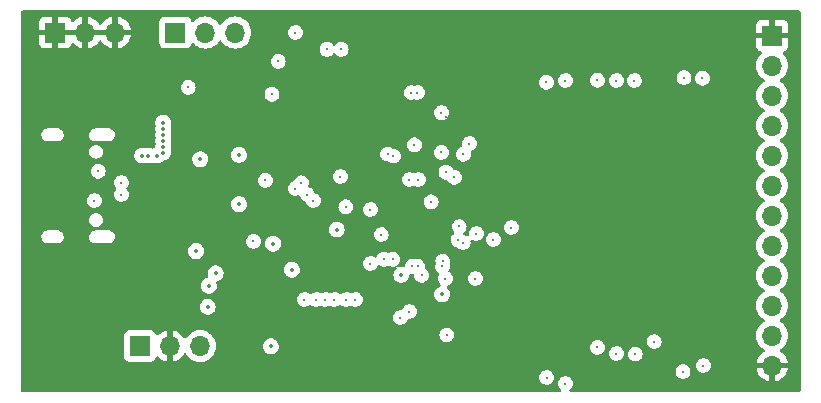
<source format=gbr>
%TF.GenerationSoftware,KiCad,Pcbnew,(7.0.0)*%
%TF.CreationDate,2023-04-15T16:40:11+03:00*%
%TF.ProjectId,Raspi Pico Board,52617370-6920-4506-9963-6f20426f6172,rev?*%
%TF.SameCoordinates,Original*%
%TF.FileFunction,Copper,L2,Inr*%
%TF.FilePolarity,Positive*%
%FSLAX46Y46*%
G04 Gerber Fmt 4.6, Leading zero omitted, Abs format (unit mm)*
G04 Created by KiCad (PCBNEW (7.0.0)) date 2023-04-15 16:40:11*
%MOMM*%
%LPD*%
G01*
G04 APERTURE LIST*
%TA.AperFunction,ComponentPad*%
%ADD10R,1.700000X1.700000*%
%TD*%
%TA.AperFunction,ComponentPad*%
%ADD11O,1.700000X1.700000*%
%TD*%
%TA.AperFunction,ViaPad*%
%ADD12C,0.250000*%
%TD*%
%TA.AperFunction,ViaPad*%
%ADD13C,0.350000*%
%TD*%
G04 APERTURE END LIST*
D10*
%TO.N,GND*%
%TO.C,J4*%
X50799999Y-39369999D03*
D11*
X53339999Y-39369999D03*
X55879999Y-39369999D03*
%TD*%
D10*
%TO.N,/Microcontroller/SWCLK*%
%TO.C,J2*%
X57974999Y-65899999D03*
D11*
%TO.N,GND*%
X60514999Y-65899999D03*
%TO.N,/Microcontroller/SWDIO*%
X63054999Y-65899999D03*
%TD*%
D10*
%TO.N,GND*%
%TO.C,J3*%
X111499999Y-39624999D03*
D11*
%TO.N,/Microcontroller/GPIO29*%
X111499999Y-42164999D03*
%TO.N,/Microcontroller/GPIO28*%
X111499999Y-44704999D03*
%TO.N,+3V3*%
X111499999Y-47244999D03*
X111499999Y-49784999D03*
%TO.N,/Microcontroller/GPIO27*%
X111499999Y-52324999D03*
%TO.N,/Microcontroller/GPIO26*%
X111499999Y-54864999D03*
%TO.N,+3V3*%
X111499999Y-57404999D03*
%TO.N,/Microcontroller/GPIO24*%
X111499999Y-59944999D03*
%TO.N,/Microcontroller/GPIO23*%
X111499999Y-62484999D03*
%TO.N,/Microcontroller/GPIO22*%
X111499999Y-65024999D03*
%TO.N,GND*%
X111499999Y-67564999D03*
%TD*%
D10*
%TO.N,+3V3*%
%TO.C,J5*%
X60959999Y-39369999D03*
D11*
X63499999Y-39369999D03*
X66039999Y-39369999D03*
%TD*%
D12*
%TO.N,/Microcontroller/USB_P*%
X56388000Y-53086000D03*
X56388000Y-52070000D03*
%TO.N,/Microcontroller/USB_N*%
X81450000Y-44450000D03*
%TO.N,/Microcontroller/USB_P*%
X80950000Y-44450000D03*
%TO.N,+3V3*%
X85852000Y-48768000D03*
%TO.N,GND*%
X76301318Y-48006469D03*
%TO.N,/Microcontroller/USB_M_P*%
X80772000Y-51816000D03*
%TO.N,/Microcontroller/USB_M_N*%
X81534000Y-51816000D03*
D13*
%TO.N,GND*%
X102596914Y-46821883D03*
D12*
X50853894Y-51107894D03*
X50800000Y-53594000D03*
%TO.N,Net-(J1-CC2)*%
X54102000Y-53594000D03*
%TO.N,Net-(J1-CC1)*%
X54435168Y-51107721D03*
%TO.N,GND*%
X56134000Y-49276000D03*
X56642000Y-49276000D03*
X57150000Y-49276000D03*
X57139701Y-48899215D03*
X56655265Y-48913380D03*
X56139665Y-48904881D03*
X56388000Y-56134000D03*
X57404000Y-56642000D03*
X56896000Y-56388000D03*
X58768956Y-57264511D03*
X57954652Y-57258149D03*
X66851476Y-57263097D03*
X66017380Y-57263097D03*
X61976000Y-56896000D03*
X60960000Y-56896000D03*
X65278000Y-56896000D03*
X65278000Y-56134000D03*
X63246000Y-56896000D03*
X59182000Y-56896000D03*
X63246000Y-56134000D03*
X61976000Y-56134000D03*
X60960000Y-56134000D03*
X59690000Y-56134000D03*
X59182000Y-56134000D03*
X57404000Y-56134000D03*
X56896000Y-55880000D03*
X56388000Y-55626000D03*
X53594000Y-45870522D03*
X63246000Y-49276000D03*
X63246000Y-48768000D03*
X63246000Y-48260000D03*
X63246000Y-47752000D03*
X63246000Y-47244000D03*
X64770000Y-53086000D03*
X64770000Y-52578000D03*
X64770000Y-52070000D03*
X64770000Y-51562000D03*
X64770000Y-51054000D03*
X64770000Y-46228000D03*
X64770000Y-45720000D03*
X64770000Y-45212000D03*
X64516000Y-46482000D03*
X64008000Y-46482000D03*
X63500000Y-46482000D03*
X62738000Y-43180000D03*
%TO.N,+3V3*%
X69145255Y-44599031D03*
%TO.N,/USBC and Power/BCK_FB*%
X62052340Y-44018340D03*
X68580000Y-51891871D03*
%TO.N,GND*%
X89837500Y-43688000D03*
D13*
X56650000Y-62550000D03*
D12*
X80264000Y-53086000D03*
D13*
X73075000Y-56060000D03*
X95400000Y-46736000D03*
X89550000Y-57930000D03*
D12*
X80772000Y-54356000D03*
X83914500Y-46540000D03*
X86740000Y-63425000D03*
X81280000Y-54356000D03*
D13*
X80140000Y-61480000D03*
X66515660Y-66950000D03*
D12*
X79248000Y-55372000D03*
X79756000Y-54356000D03*
X81280000Y-55372000D03*
D13*
X58641384Y-53194748D03*
D12*
X69621442Y-43373727D03*
X81788000Y-61468000D03*
X80264000Y-55372000D03*
X80264000Y-54356000D03*
X80300000Y-46520000D03*
D13*
X95400000Y-60706000D03*
X51422391Y-66503740D03*
D12*
X79756000Y-53086000D03*
X73152000Y-51562000D03*
X87607844Y-51629500D03*
X81280000Y-53086000D03*
X79248000Y-54356000D03*
X79248000Y-53086000D03*
D13*
X66364477Y-61335523D03*
D12*
X85130000Y-46540000D03*
D13*
X102600000Y-60706000D03*
D12*
X86895000Y-49720000D03*
X78740000Y-55372000D03*
X78730000Y-46530000D03*
D13*
X56650000Y-58850000D03*
X95400000Y-56875000D03*
D12*
X78740000Y-54356000D03*
X88138000Y-55880000D03*
X78740000Y-53086000D03*
X79756000Y-55372000D03*
X71640000Y-63415000D03*
X80772000Y-53086000D03*
X81880000Y-46530000D03*
D13*
X66550000Y-65100000D03*
X102600000Y-56896000D03*
D12*
X87590083Y-57605583D03*
X66350746Y-45052999D03*
X80772000Y-55372000D03*
D13*
%TO.N,/USBC and Power/+5V_FB*%
X66356246Y-49739888D03*
X66375879Y-53899203D03*
X63078060Y-50095921D03*
%TO.N,+3V3*%
X58166000Y-49784000D03*
X83560000Y-61525000D03*
D12*
X84582000Y-51629500D03*
X86444500Y-56388000D03*
D13*
X59944000Y-48006000D03*
D12*
X81199500Y-48873898D03*
D13*
X59944000Y-48514000D03*
D12*
X69670756Y-41815482D03*
D13*
X58674000Y-49784000D03*
X59944000Y-49530000D03*
X69050000Y-65950000D03*
D12*
X74930000Y-51562000D03*
X85350000Y-49680000D03*
D13*
X59944000Y-49022000D03*
X59436000Y-49784000D03*
X64372134Y-59763212D03*
X59944000Y-47498000D03*
X69250000Y-57250000D03*
X80100000Y-59900000D03*
X70825000Y-59450000D03*
X59944000Y-46990000D03*
X74625000Y-56050000D03*
D12*
%TO.N,+1V1*%
X83490000Y-46150000D03*
X83490000Y-49525500D03*
X81820000Y-59930000D03*
%TO.N,/Microcontroller/XIN*%
X83950000Y-64975000D03*
X79375500Y-58575500D03*
%TO.N,/Microcontroller/MCU_RUN*%
X86360000Y-60198000D03*
X83820000Y-60198000D03*
%TO.N,/Microcontroller/SWCLK*%
X81024500Y-59150500D03*
X80010000Y-63500000D03*
%TO.N,/Microcontroller/SWDIO*%
X80772000Y-62992000D03*
X81473782Y-59164592D03*
%TO.N,/Microcontroller/I2C0_SCL*%
X75400000Y-54124500D03*
X67575000Y-57058456D03*
D13*
%TO.N,/Microcontroller/LED_B*%
X62730576Y-57869388D03*
D12*
X84995063Y-55793810D03*
D13*
%TO.N,/Microcontroller/LED_R*%
X63800000Y-60800000D03*
D12*
X84900000Y-56900000D03*
D13*
%TO.N,/Microcontroller/LED_G*%
X63700000Y-62600000D03*
D12*
X85325000Y-57150000D03*
%TO.N,/Microcontroller/display_A2*%
X103944175Y-68072000D03*
X73660000Y-61976000D03*
%TO.N,/Microcontroller/display_B2*%
X105664000Y-67564000D03*
X74422000Y-61976000D03*
%TO.N,/Microcontroller/display_C2*%
X104031667Y-43180000D03*
X83612167Y-58720167D03*
%TO.N,/Microcontroller/display_D2*%
X71120000Y-39370000D03*
X71120000Y-52578000D03*
%TO.N,/Microcontroller/display_E2*%
X71630817Y-52100997D03*
X99822000Y-43434000D03*
%TO.N,/Microcontroller/display_F2*%
X101500000Y-65532000D03*
X78617732Y-58575500D03*
%TO.N,/Microcontroller/display_G2*%
X75438000Y-61976000D03*
X99902474Y-66598708D03*
%TO.N,/Microcontroller/display_DP2*%
X105590000Y-43250000D03*
X83568663Y-59175000D03*
%TO.N,/Microcontroller/display_A1*%
X96696099Y-66035899D03*
X77470000Y-58928000D03*
%TO.N,/Microcontroller/display_B1*%
X76200000Y-61976000D03*
X98300000Y-66548000D03*
%TO.N,/Microcontroller/display_C1*%
X96704299Y-43405704D03*
X72136000Y-53086000D03*
%TO.N,/Microcontroller/display_D1*%
X93980000Y-43434000D03*
X72644000Y-53594000D03*
%TO.N,/Microcontroller/display_E1*%
X77470000Y-54356000D03*
X92378099Y-43582208D03*
%TO.N,/Microcontroller/display_F1*%
X93980000Y-69088000D03*
X71882000Y-61976000D03*
%TO.N,/Microcontroller/display_G1*%
X92398801Y-68580000D03*
X72898000Y-61976000D03*
%TO.N,/Microcontroller/display_DP1*%
X78399000Y-56475000D03*
X87884000Y-56896000D03*
X98298000Y-43434000D03*
X89408000Y-55880000D03*
%TO.N,/Microcontroller/QSPI_SCLK*%
X78940540Y-49649500D03*
X75000000Y-40800000D03*
%TO.N,/Microcontroller/QSPI_SD3*%
X79424500Y-49829654D03*
X73800000Y-40800000D03*
%TO.N,/Microcontroller/LED*%
X83879117Y-51205000D03*
X82618444Y-53701481D03*
%TD*%
%TA.AperFunction,Conductor*%
%TO.N,GND*%
G36*
X113837500Y-37517113D02*
G01*
X113882887Y-37562500D01*
X113899500Y-37624500D01*
X113899500Y-69675500D01*
X113882887Y-69737500D01*
X113837500Y-69782887D01*
X113775500Y-69799500D01*
X94447108Y-69799500D01*
X94389482Y-69785296D01*
X94345058Y-69745940D01*
X94324012Y-69690446D01*
X94331166Y-69631529D01*
X94364881Y-69582684D01*
X94451632Y-69505830D01*
X94537921Y-69380819D01*
X94591785Y-69238791D01*
X94610094Y-69088000D01*
X94591785Y-68937209D01*
X94537921Y-68795181D01*
X94451632Y-68670170D01*
X94437514Y-68657663D01*
X94343545Y-68574414D01*
X94337934Y-68569443D01*
X94331296Y-68565959D01*
X94210073Y-68502336D01*
X94210070Y-68502334D01*
X94203434Y-68498852D01*
X94166831Y-68489830D01*
X94063230Y-68464294D01*
X94063225Y-68464293D01*
X94055949Y-68462500D01*
X93904051Y-68462500D01*
X93896775Y-68464293D01*
X93896769Y-68464294D01*
X93763848Y-68497057D01*
X93763846Y-68497057D01*
X93756566Y-68498852D01*
X93749932Y-68502333D01*
X93749926Y-68502336D01*
X93628703Y-68565959D01*
X93628699Y-68565961D01*
X93622066Y-68569443D01*
X93616457Y-68574411D01*
X93616454Y-68574414D01*
X93513978Y-68665199D01*
X93513973Y-68665203D01*
X93508368Y-68670170D01*
X93504113Y-68676334D01*
X93504108Y-68676340D01*
X93426342Y-68789004D01*
X93426339Y-68789008D01*
X93422079Y-68795181D01*
X93419419Y-68802192D01*
X93419417Y-68802198D01*
X93370875Y-68930194D01*
X93368215Y-68937209D01*
X93367311Y-68944649D01*
X93367310Y-68944656D01*
X93360854Y-68997830D01*
X93349906Y-69088000D01*
X93350810Y-69095445D01*
X93367310Y-69231343D01*
X93367311Y-69231348D01*
X93368215Y-69238791D01*
X93422079Y-69380819D01*
X93508368Y-69505830D01*
X93513977Y-69510799D01*
X93513978Y-69510800D01*
X93595119Y-69582684D01*
X93628834Y-69631529D01*
X93635988Y-69690446D01*
X93614942Y-69745940D01*
X93570518Y-69785296D01*
X93512892Y-69799500D01*
X48024500Y-69799500D01*
X47962500Y-69782887D01*
X47917113Y-69737500D01*
X47900500Y-69675500D01*
X47900500Y-68580000D01*
X91768707Y-68580000D01*
X91769611Y-68587445D01*
X91786111Y-68723343D01*
X91786112Y-68723348D01*
X91787016Y-68730791D01*
X91789675Y-68737804D01*
X91789676Y-68737805D01*
X91826970Y-68836143D01*
X91840880Y-68872819D01*
X91845143Y-68878995D01*
X91890465Y-68944656D01*
X91927169Y-68997830D01*
X92040867Y-69098557D01*
X92175367Y-69169148D01*
X92322852Y-69205500D01*
X92467250Y-69205500D01*
X92474750Y-69205500D01*
X92622235Y-69169148D01*
X92756735Y-69098557D01*
X92870433Y-68997830D01*
X92956722Y-68872819D01*
X93010586Y-68730791D01*
X93028895Y-68580000D01*
X93010586Y-68429209D01*
X92956722Y-68287181D01*
X92870433Y-68162170D01*
X92856315Y-68149663D01*
X92768651Y-68072000D01*
X103314081Y-68072000D01*
X103314985Y-68079445D01*
X103331485Y-68215343D01*
X103331486Y-68215348D01*
X103332390Y-68222791D01*
X103386254Y-68364819D01*
X103390517Y-68370995D01*
X103454916Y-68464294D01*
X103472543Y-68489830D01*
X103586241Y-68590557D01*
X103720741Y-68661148D01*
X103868226Y-68697500D01*
X104012624Y-68697500D01*
X104020124Y-68697500D01*
X104167609Y-68661148D01*
X104302109Y-68590557D01*
X104415807Y-68489830D01*
X104502096Y-68364819D01*
X104555960Y-68222791D01*
X104574269Y-68072000D01*
X104555960Y-67921209D01*
X104502096Y-67779181D01*
X104415807Y-67654170D01*
X104314025Y-67564000D01*
X105033906Y-67564000D01*
X105034810Y-67571445D01*
X105051310Y-67707343D01*
X105051311Y-67707348D01*
X105052215Y-67714791D01*
X105054874Y-67721804D01*
X105054875Y-67721805D01*
X105096410Y-67831326D01*
X105106079Y-67856819D01*
X105110342Y-67862995D01*
X105174741Y-67956294D01*
X105192368Y-67981830D01*
X105306066Y-68082557D01*
X105440566Y-68153148D01*
X105588051Y-68189500D01*
X105732449Y-68189500D01*
X105739949Y-68189500D01*
X105887434Y-68153148D01*
X106021934Y-68082557D01*
X106135632Y-67981830D01*
X106221921Y-67856819D01*
X106236813Y-67817551D01*
X110172688Y-67817551D01*
X110173056Y-67828780D01*
X110225168Y-68023263D01*
X110228856Y-68033397D01*
X110324113Y-68237676D01*
X110329501Y-68247008D01*
X110458784Y-68431643D01*
X110465721Y-68439909D01*
X110625090Y-68599278D01*
X110633356Y-68606215D01*
X110817991Y-68735498D01*
X110827323Y-68740886D01*
X111031602Y-68836143D01*
X111041736Y-68839831D01*
X111236219Y-68891943D01*
X111247448Y-68892311D01*
X111250000Y-68881369D01*
X111750000Y-68881369D01*
X111752551Y-68892311D01*
X111763780Y-68891943D01*
X111958263Y-68839831D01*
X111968397Y-68836143D01*
X112172676Y-68740886D01*
X112182008Y-68735498D01*
X112366643Y-68606215D01*
X112374909Y-68599278D01*
X112534278Y-68439909D01*
X112541215Y-68431643D01*
X112670498Y-68247008D01*
X112675886Y-68237676D01*
X112771143Y-68033397D01*
X112774831Y-68023263D01*
X112826943Y-67828780D01*
X112827311Y-67817551D01*
X112816369Y-67815000D01*
X111766326Y-67815000D01*
X111753450Y-67818450D01*
X111750000Y-67831326D01*
X111750000Y-68881369D01*
X111250000Y-68881369D01*
X111250000Y-67831326D01*
X111246549Y-67818450D01*
X111233674Y-67815000D01*
X110183631Y-67815000D01*
X110172688Y-67817551D01*
X106236813Y-67817551D01*
X106275785Y-67714791D01*
X106294094Y-67564000D01*
X106275785Y-67413209D01*
X106221921Y-67271181D01*
X106162000Y-67184371D01*
X106139891Y-67152340D01*
X106139890Y-67152339D01*
X106135632Y-67146170D01*
X106121514Y-67133663D01*
X106027545Y-67050414D01*
X106021934Y-67045443D01*
X105976330Y-67021508D01*
X105894073Y-66978336D01*
X105894070Y-66978334D01*
X105887434Y-66974852D01*
X105850831Y-66965830D01*
X105747230Y-66940294D01*
X105747225Y-66940293D01*
X105739949Y-66938500D01*
X105588051Y-66938500D01*
X105580775Y-66940293D01*
X105580769Y-66940294D01*
X105447848Y-66973057D01*
X105447846Y-66973057D01*
X105440566Y-66974852D01*
X105433932Y-66978333D01*
X105433926Y-66978336D01*
X105312703Y-67041959D01*
X105312699Y-67041961D01*
X105306066Y-67045443D01*
X105300457Y-67050411D01*
X105300454Y-67050414D01*
X105197978Y-67141199D01*
X105197973Y-67141203D01*
X105192368Y-67146170D01*
X105188113Y-67152334D01*
X105188108Y-67152340D01*
X105110342Y-67265004D01*
X105110339Y-67265008D01*
X105106079Y-67271181D01*
X105103419Y-67278192D01*
X105103417Y-67278198D01*
X105054875Y-67406194D01*
X105052215Y-67413209D01*
X105051311Y-67420649D01*
X105051310Y-67420656D01*
X105043759Y-67482852D01*
X105033906Y-67564000D01*
X104314025Y-67564000D01*
X104302109Y-67553443D01*
X104295471Y-67549959D01*
X104174248Y-67486336D01*
X104174245Y-67486334D01*
X104167609Y-67482852D01*
X104140373Y-67476139D01*
X104027405Y-67448294D01*
X104027400Y-67448293D01*
X104020124Y-67446500D01*
X103868226Y-67446500D01*
X103860950Y-67448293D01*
X103860944Y-67448294D01*
X103728023Y-67481057D01*
X103728021Y-67481057D01*
X103720741Y-67482852D01*
X103714107Y-67486333D01*
X103714101Y-67486336D01*
X103592878Y-67549959D01*
X103592874Y-67549961D01*
X103586241Y-67553443D01*
X103580632Y-67558411D01*
X103580629Y-67558414D01*
X103478153Y-67649199D01*
X103478148Y-67649203D01*
X103472543Y-67654170D01*
X103468288Y-67660334D01*
X103468283Y-67660340D01*
X103390517Y-67773004D01*
X103390514Y-67773008D01*
X103386254Y-67779181D01*
X103383594Y-67786192D01*
X103383592Y-67786198D01*
X103335050Y-67914194D01*
X103332390Y-67921209D01*
X103331486Y-67928649D01*
X103331485Y-67928656D01*
X103318768Y-68033397D01*
X103314081Y-68072000D01*
X92768651Y-68072000D01*
X92762346Y-68066414D01*
X92756735Y-68061443D01*
X92703298Y-68033397D01*
X92628874Y-67994336D01*
X92628871Y-67994334D01*
X92622235Y-67990852D01*
X92585632Y-67981830D01*
X92482031Y-67956294D01*
X92482026Y-67956293D01*
X92474750Y-67954500D01*
X92322852Y-67954500D01*
X92315576Y-67956293D01*
X92315570Y-67956294D01*
X92182649Y-67989057D01*
X92182647Y-67989057D01*
X92175367Y-67990852D01*
X92168733Y-67994333D01*
X92168727Y-67994336D01*
X92047504Y-68057959D01*
X92047500Y-68057961D01*
X92040867Y-68061443D01*
X92035258Y-68066411D01*
X92035255Y-68066414D01*
X91932779Y-68157199D01*
X91932774Y-68157203D01*
X91927169Y-68162170D01*
X91922914Y-68168334D01*
X91922909Y-68168340D01*
X91845143Y-68281004D01*
X91845140Y-68281008D01*
X91840880Y-68287181D01*
X91838220Y-68294192D01*
X91838218Y-68294198D01*
X91789676Y-68422194D01*
X91787016Y-68429209D01*
X91786112Y-68436649D01*
X91786111Y-68436656D01*
X91778560Y-68498852D01*
X91768707Y-68580000D01*
X47900500Y-68580000D01*
X47900500Y-66794578D01*
X56624500Y-66794578D01*
X56624501Y-66797872D01*
X56624853Y-66801150D01*
X56624854Y-66801161D01*
X56630079Y-66849768D01*
X56630080Y-66849773D01*
X56630909Y-66857483D01*
X56633619Y-66864749D01*
X56633620Y-66864753D01*
X56645910Y-66897703D01*
X56681204Y-66992331D01*
X56686518Y-66999430D01*
X56686519Y-66999431D01*
X56742367Y-67074035D01*
X56767454Y-67107546D01*
X56882669Y-67193796D01*
X57017517Y-67244091D01*
X57077127Y-67250500D01*
X58872872Y-67250499D01*
X58932483Y-67244091D01*
X59067331Y-67193796D01*
X59182546Y-67107546D01*
X59268796Y-66992331D01*
X59318003Y-66860398D01*
X59352981Y-66810022D01*
X59407825Y-66782568D01*
X59469119Y-66784757D01*
X59521865Y-66816053D01*
X59640090Y-66934278D01*
X59648356Y-66941215D01*
X59832991Y-67070498D01*
X59842323Y-67075886D01*
X60046602Y-67171143D01*
X60056736Y-67174831D01*
X60251219Y-67226943D01*
X60262448Y-67227311D01*
X60265000Y-67216369D01*
X60765000Y-67216369D01*
X60767551Y-67227311D01*
X60778780Y-67226943D01*
X60973263Y-67174831D01*
X60983397Y-67171143D01*
X61187676Y-67075886D01*
X61197008Y-67070498D01*
X61381643Y-66941215D01*
X61389909Y-66934278D01*
X61549278Y-66774909D01*
X61556219Y-66766638D01*
X61683119Y-66585406D01*
X61727437Y-66546540D01*
X61784694Y-66532529D01*
X61841951Y-66546540D01*
X61886269Y-66585405D01*
X62013399Y-66766966D01*
X62013402Y-66766970D01*
X62016505Y-66771401D01*
X62183599Y-66938495D01*
X62188031Y-66941598D01*
X62188033Y-66941600D01*
X62286243Y-67010367D01*
X62377170Y-67074035D01*
X62591337Y-67173903D01*
X62819592Y-67235063D01*
X63055000Y-67255659D01*
X63290408Y-67235063D01*
X63518663Y-67173903D01*
X63732830Y-67074035D01*
X63926401Y-66938495D01*
X64093495Y-66771401D01*
X64229035Y-66577830D01*
X64328903Y-66363663D01*
X64390063Y-66135408D01*
X64406284Y-65950000D01*
X68369539Y-65950000D01*
X68370443Y-65957445D01*
X68388407Y-66105396D01*
X68388408Y-66105400D01*
X68389312Y-66112845D01*
X68391970Y-66119854D01*
X68391972Y-66119861D01*
X68443293Y-66255181D01*
X68447482Y-66266226D01*
X68451745Y-66272402D01*
X68526469Y-66380659D01*
X68540668Y-66401229D01*
X68663454Y-66510008D01*
X68808705Y-66586242D01*
X68967979Y-66625500D01*
X69124521Y-66625500D01*
X69132021Y-66625500D01*
X69291295Y-66586242D01*
X69436546Y-66510008D01*
X69559332Y-66401229D01*
X69652518Y-66266226D01*
X69710688Y-66112845D01*
X69720031Y-66035899D01*
X96066005Y-66035899D01*
X96066909Y-66043344D01*
X96083409Y-66179242D01*
X96083410Y-66179247D01*
X96084314Y-66186690D01*
X96086973Y-66193703D01*
X96086974Y-66193704D01*
X96126870Y-66298903D01*
X96138178Y-66328718D01*
X96142441Y-66334894D01*
X96191660Y-66406201D01*
X96224467Y-66453729D01*
X96338165Y-66554456D01*
X96472665Y-66625047D01*
X96620150Y-66661399D01*
X96764548Y-66661399D01*
X96772048Y-66661399D01*
X96919533Y-66625047D01*
X97054033Y-66554456D01*
X97061320Y-66548000D01*
X97669906Y-66548000D01*
X97670810Y-66555445D01*
X97687310Y-66691343D01*
X97687311Y-66691348D01*
X97688215Y-66698791D01*
X97690874Y-66705804D01*
X97690875Y-66705805D01*
X97732686Y-66816053D01*
X97742079Y-66840819D01*
X97746342Y-66846995D01*
X97810741Y-66940294D01*
X97828368Y-66965830D01*
X97942066Y-67066557D01*
X98076566Y-67137148D01*
X98224051Y-67173500D01*
X98368449Y-67173500D01*
X98375949Y-67173500D01*
X98523434Y-67137148D01*
X98657934Y-67066557D01*
X98771632Y-66965830D01*
X98857921Y-66840819D01*
X98911785Y-66698791D01*
X98923937Y-66598708D01*
X99272380Y-66598708D01*
X99273284Y-66606153D01*
X99289784Y-66742051D01*
X99289785Y-66742056D01*
X99290689Y-66749499D01*
X99293348Y-66756512D01*
X99293349Y-66756513D01*
X99331641Y-66857483D01*
X99344553Y-66891527D01*
X99348816Y-66897703D01*
X99419033Y-66999431D01*
X99430842Y-67016538D01*
X99544540Y-67117265D01*
X99679040Y-67187856D01*
X99826525Y-67224208D01*
X99970923Y-67224208D01*
X99978423Y-67224208D01*
X100125908Y-67187856D01*
X100260408Y-67117265D01*
X100374106Y-67016538D01*
X100460395Y-66891527D01*
X100514259Y-66749499D01*
X100532568Y-66598708D01*
X100514259Y-66447917D01*
X100460395Y-66305889D01*
X100374106Y-66180878D01*
X100260408Y-66080151D01*
X100253770Y-66076667D01*
X100132547Y-66013044D01*
X100132544Y-66013042D01*
X100125908Y-66009560D01*
X100098672Y-66002847D01*
X99985704Y-65975002D01*
X99985699Y-65975001D01*
X99978423Y-65973208D01*
X99826525Y-65973208D01*
X99819249Y-65975001D01*
X99819243Y-65975002D01*
X99686322Y-66007765D01*
X99686320Y-66007765D01*
X99679040Y-66009560D01*
X99672406Y-66013041D01*
X99672400Y-66013044D01*
X99551177Y-66076667D01*
X99551173Y-66076669D01*
X99544540Y-66080151D01*
X99538931Y-66085119D01*
X99538928Y-66085122D01*
X99436452Y-66175907D01*
X99436447Y-66175911D01*
X99430842Y-66180878D01*
X99426587Y-66187042D01*
X99426582Y-66187048D01*
X99348816Y-66299712D01*
X99348813Y-66299716D01*
X99344553Y-66305889D01*
X99341893Y-66312900D01*
X99341891Y-66312906D01*
X99293349Y-66440902D01*
X99290689Y-66447917D01*
X99289785Y-66455357D01*
X99289784Y-66455364D01*
X99280635Y-66530719D01*
X99272380Y-66598708D01*
X98923937Y-66598708D01*
X98930094Y-66548000D01*
X98911785Y-66397209D01*
X98857921Y-66255181D01*
X98771632Y-66130170D01*
X98759995Y-66119861D01*
X98696371Y-66063495D01*
X98657934Y-66029443D01*
X98651296Y-66025959D01*
X98530073Y-65962336D01*
X98530070Y-65962334D01*
X98523434Y-65958852D01*
X98486831Y-65949830D01*
X98383230Y-65924294D01*
X98383225Y-65924293D01*
X98375949Y-65922500D01*
X98224051Y-65922500D01*
X98216775Y-65924293D01*
X98216769Y-65924294D01*
X98083848Y-65957057D01*
X98083846Y-65957057D01*
X98076566Y-65958852D01*
X98069932Y-65962333D01*
X98069926Y-65962336D01*
X97948703Y-66025959D01*
X97948699Y-66025961D01*
X97942066Y-66029443D01*
X97936457Y-66034411D01*
X97936454Y-66034414D01*
X97833978Y-66125199D01*
X97833973Y-66125203D01*
X97828368Y-66130170D01*
X97824113Y-66136334D01*
X97824108Y-66136340D01*
X97746342Y-66249004D01*
X97746339Y-66249008D01*
X97742079Y-66255181D01*
X97739419Y-66262192D01*
X97739417Y-66262198D01*
X97690875Y-66390194D01*
X97688215Y-66397209D01*
X97687311Y-66404649D01*
X97687310Y-66404656D01*
X97675123Y-66505032D01*
X97669906Y-66548000D01*
X97061320Y-66548000D01*
X97167731Y-66453729D01*
X97254020Y-66328718D01*
X97307884Y-66186690D01*
X97326193Y-66035899D01*
X97307884Y-65885108D01*
X97254020Y-65743080D01*
X97183415Y-65640791D01*
X97171990Y-65624239D01*
X97171989Y-65624238D01*
X97167731Y-65618069D01*
X97145873Y-65598705D01*
X97078982Y-65539445D01*
X97070578Y-65532000D01*
X100869906Y-65532000D01*
X100870810Y-65539445D01*
X100887310Y-65675343D01*
X100887311Y-65675348D01*
X100888215Y-65682791D01*
X100890874Y-65689804D01*
X100890875Y-65689805D01*
X100930619Y-65794603D01*
X100942079Y-65824819D01*
X100946342Y-65830995D01*
X101010741Y-65924294D01*
X101028368Y-65949830D01*
X101142066Y-66050557D01*
X101276566Y-66121148D01*
X101424051Y-66157500D01*
X101568449Y-66157500D01*
X101575949Y-66157500D01*
X101723434Y-66121148D01*
X101857934Y-66050557D01*
X101971632Y-65949830D01*
X102057921Y-65824819D01*
X102111785Y-65682791D01*
X102130094Y-65532000D01*
X102111785Y-65381209D01*
X102057921Y-65239181D01*
X101984495Y-65132805D01*
X101975891Y-65120340D01*
X101975890Y-65120339D01*
X101971632Y-65114170D01*
X101870979Y-65025000D01*
X110144341Y-65025000D01*
X110144813Y-65030395D01*
X110163693Y-65246198D01*
X110164937Y-65260408D01*
X110166336Y-65265630D01*
X110166337Y-65265634D01*
X110224694Y-65483430D01*
X110224697Y-65483438D01*
X110226097Y-65488663D01*
X110228385Y-65493570D01*
X110228386Y-65493572D01*
X110323678Y-65697927D01*
X110323681Y-65697933D01*
X110325965Y-65702830D01*
X110329064Y-65707257D01*
X110329066Y-65707259D01*
X110458399Y-65891966D01*
X110458402Y-65891970D01*
X110461505Y-65896401D01*
X110628599Y-66063495D01*
X110633031Y-66066598D01*
X110633033Y-66066600D01*
X110814595Y-66193731D01*
X110853460Y-66238049D01*
X110867471Y-66295306D01*
X110853460Y-66352563D01*
X110814595Y-66396881D01*
X110633352Y-66523788D01*
X110625092Y-66530719D01*
X110465719Y-66690092D01*
X110458784Y-66698357D01*
X110329508Y-66882982D01*
X110324110Y-66892332D01*
X110228856Y-67096602D01*
X110225168Y-67106736D01*
X110173056Y-67301219D01*
X110172688Y-67312448D01*
X110183631Y-67315000D01*
X112816369Y-67315000D01*
X112827311Y-67312448D01*
X112826943Y-67301219D01*
X112774831Y-67106736D01*
X112771143Y-67096602D01*
X112675889Y-66892332D01*
X112670491Y-66882982D01*
X112541215Y-66698357D01*
X112534280Y-66690092D01*
X112374909Y-66530721D01*
X112366643Y-66523784D01*
X112185405Y-66396880D01*
X112146540Y-66352562D01*
X112132529Y-66295305D01*
X112146540Y-66238048D01*
X112185406Y-66193730D01*
X112239712Y-66155705D01*
X112320941Y-66098826D01*
X112366961Y-66066604D01*
X112366961Y-66066603D01*
X112371401Y-66063495D01*
X112538495Y-65896401D01*
X112674035Y-65702830D01*
X112773903Y-65488663D01*
X112835063Y-65260408D01*
X112855659Y-65025000D01*
X112835063Y-64789592D01*
X112777043Y-64573056D01*
X112775305Y-64566569D01*
X112775304Y-64566567D01*
X112773903Y-64561337D01*
X112674035Y-64347171D01*
X112538495Y-64153599D01*
X112371401Y-63986505D01*
X112366968Y-63983401D01*
X112366961Y-63983395D01*
X112185842Y-63856575D01*
X112146976Y-63812257D01*
X112132965Y-63755000D01*
X112146976Y-63697743D01*
X112185842Y-63653425D01*
X112366961Y-63526604D01*
X112366961Y-63526603D01*
X112371401Y-63523495D01*
X112538495Y-63356401D01*
X112674035Y-63162830D01*
X112773903Y-62948663D01*
X112835063Y-62720408D01*
X112855659Y-62485000D01*
X112835063Y-62249592D01*
X112773903Y-62021337D01*
X112674035Y-61807171D01*
X112538495Y-61613599D01*
X112371401Y-61446505D01*
X112366968Y-61443401D01*
X112366961Y-61443395D01*
X112185842Y-61316575D01*
X112146976Y-61272257D01*
X112132965Y-61215000D01*
X112146976Y-61157743D01*
X112185842Y-61113425D01*
X112366961Y-60986604D01*
X112366961Y-60986603D01*
X112371401Y-60983495D01*
X112538495Y-60816401D01*
X112674035Y-60622830D01*
X112773903Y-60408663D01*
X112835063Y-60180408D01*
X112855659Y-59945000D01*
X112835063Y-59709592D01*
X112780833Y-59507199D01*
X112775305Y-59486569D01*
X112775304Y-59486567D01*
X112773903Y-59481337D01*
X112674035Y-59267171D01*
X112538495Y-59073599D01*
X112371401Y-58906505D01*
X112366968Y-58903401D01*
X112366961Y-58903395D01*
X112185842Y-58776575D01*
X112146976Y-58732257D01*
X112132965Y-58675000D01*
X112146976Y-58617743D01*
X112185842Y-58573425D01*
X112366961Y-58446604D01*
X112366961Y-58446603D01*
X112371401Y-58443495D01*
X112538495Y-58276401D01*
X112674035Y-58082830D01*
X112773903Y-57868663D01*
X112835063Y-57640408D01*
X112855659Y-57405000D01*
X112835063Y-57169592D01*
X112773903Y-56941337D01*
X112674035Y-56727171D01*
X112538495Y-56533599D01*
X112371401Y-56366505D01*
X112366970Y-56363402D01*
X112366966Y-56363399D01*
X112185841Y-56236574D01*
X112146976Y-56192256D01*
X112132965Y-56134999D01*
X112146976Y-56077742D01*
X112185839Y-56033426D01*
X112371401Y-55903495D01*
X112538495Y-55736401D01*
X112674035Y-55542830D01*
X112773903Y-55328663D01*
X112835063Y-55100408D01*
X112855659Y-54865000D01*
X112835063Y-54629592D01*
X112773903Y-54401337D01*
X112674035Y-54187171D01*
X112538495Y-53993599D01*
X112371401Y-53826505D01*
X112366968Y-53823401D01*
X112366961Y-53823395D01*
X112185842Y-53696575D01*
X112146976Y-53652257D01*
X112132965Y-53595000D01*
X112146976Y-53537743D01*
X112185842Y-53493425D01*
X112366961Y-53366604D01*
X112366961Y-53366603D01*
X112371401Y-53363495D01*
X112538495Y-53196401D01*
X112674035Y-53002830D01*
X112773903Y-52788663D01*
X112835063Y-52560408D01*
X112855659Y-52325000D01*
X112835063Y-52089592D01*
X112783911Y-51898688D01*
X112775305Y-51866569D01*
X112775304Y-51866567D01*
X112773903Y-51861337D01*
X112674035Y-51647171D01*
X112538495Y-51453599D01*
X112371401Y-51286505D01*
X112366968Y-51283401D01*
X112366961Y-51283395D01*
X112185842Y-51156575D01*
X112146976Y-51112257D01*
X112132965Y-51055000D01*
X112146976Y-50997743D01*
X112185842Y-50953425D01*
X112366961Y-50826604D01*
X112366961Y-50826603D01*
X112371401Y-50823495D01*
X112538495Y-50656401D01*
X112674035Y-50462830D01*
X112773903Y-50248663D01*
X112835063Y-50020408D01*
X112855659Y-49785000D01*
X112835063Y-49549592D01*
X112773903Y-49321337D01*
X112674035Y-49107171D01*
X112538495Y-48913599D01*
X112371401Y-48746505D01*
X112366968Y-48743401D01*
X112366961Y-48743395D01*
X112185842Y-48616575D01*
X112146976Y-48572257D01*
X112132965Y-48515000D01*
X112146976Y-48457743D01*
X112185842Y-48413425D01*
X112366961Y-48286604D01*
X112366961Y-48286603D01*
X112371401Y-48283495D01*
X112538495Y-48116401D01*
X112674035Y-47922830D01*
X112773903Y-47708663D01*
X112835063Y-47480408D01*
X112855659Y-47245000D01*
X112835063Y-47009592D01*
X112773903Y-46781337D01*
X112674035Y-46567171D01*
X112538495Y-46373599D01*
X112371401Y-46206505D01*
X112366968Y-46203401D01*
X112366961Y-46203395D01*
X112185842Y-46076575D01*
X112146976Y-46032257D01*
X112132965Y-45975000D01*
X112146976Y-45917743D01*
X112185842Y-45873425D01*
X112366961Y-45746604D01*
X112366961Y-45746603D01*
X112371401Y-45743495D01*
X112538495Y-45576401D01*
X112674035Y-45382830D01*
X112773903Y-45168663D01*
X112835063Y-44940408D01*
X112855659Y-44705000D01*
X112835063Y-44469592D01*
X112773903Y-44241337D01*
X112674035Y-44027171D01*
X112538495Y-43833599D01*
X112371401Y-43666505D01*
X112366968Y-43663401D01*
X112366961Y-43663395D01*
X112185842Y-43536575D01*
X112146976Y-43492257D01*
X112132965Y-43435000D01*
X112146976Y-43377743D01*
X112185842Y-43333425D01*
X112366961Y-43206604D01*
X112366961Y-43206603D01*
X112371401Y-43203495D01*
X112538495Y-43036401D01*
X112674035Y-42842830D01*
X112773903Y-42628663D01*
X112835063Y-42400408D01*
X112855659Y-42165000D01*
X112835063Y-41929592D01*
X112773903Y-41701337D01*
X112674035Y-41487171D01*
X112538495Y-41293599D01*
X112416181Y-41171285D01*
X112384885Y-41118539D01*
X112382696Y-41057246D01*
X112410149Y-41002401D01*
X112460529Y-40967422D01*
X112583777Y-40921452D01*
X112599189Y-40913037D01*
X112700092Y-40837501D01*
X112712501Y-40825092D01*
X112788037Y-40724189D01*
X112796452Y-40708777D01*
X112840888Y-40589641D01*
X112844426Y-40574667D01*
X112849646Y-40526114D01*
X112850000Y-40519518D01*
X112850000Y-39891326D01*
X112846549Y-39878450D01*
X112833674Y-39875000D01*
X110166326Y-39875000D01*
X110153450Y-39878450D01*
X110150000Y-39891326D01*
X110150000Y-40519518D01*
X110150353Y-40526114D01*
X110155573Y-40574667D01*
X110159111Y-40589641D01*
X110203547Y-40708777D01*
X110211962Y-40724189D01*
X110287498Y-40825092D01*
X110299907Y-40837501D01*
X110400810Y-40913037D01*
X110416220Y-40921451D01*
X110539471Y-40967422D01*
X110589850Y-41002401D01*
X110617303Y-41057246D01*
X110615114Y-41118538D01*
X110583819Y-41171284D01*
X110461505Y-41293599D01*
X110458402Y-41298029D01*
X110458399Y-41298034D01*
X110329073Y-41482731D01*
X110329068Y-41482738D01*
X110325965Y-41487171D01*
X110323677Y-41492077D01*
X110323675Y-41492081D01*
X110228386Y-41696427D01*
X110228383Y-41696432D01*
X110226097Y-41701337D01*
X110224698Y-41706557D01*
X110224694Y-41706569D01*
X110166337Y-41924365D01*
X110166335Y-41924371D01*
X110164937Y-41929592D01*
X110164465Y-41934977D01*
X110164465Y-41934982D01*
X110161114Y-41973287D01*
X110144341Y-42165000D01*
X110164937Y-42400408D01*
X110166336Y-42405630D01*
X110166337Y-42405634D01*
X110224694Y-42623430D01*
X110224697Y-42623438D01*
X110226097Y-42628663D01*
X110228385Y-42633570D01*
X110228386Y-42633572D01*
X110323678Y-42837927D01*
X110323681Y-42837933D01*
X110325965Y-42842830D01*
X110329064Y-42847257D01*
X110329066Y-42847259D01*
X110458399Y-43031966D01*
X110458402Y-43031970D01*
X110461505Y-43036401D01*
X110628599Y-43203495D01*
X110633032Y-43206599D01*
X110633038Y-43206604D01*
X110814158Y-43333425D01*
X110853024Y-43377743D01*
X110867035Y-43435000D01*
X110853024Y-43492257D01*
X110814159Y-43536575D01*
X110633041Y-43663395D01*
X110628599Y-43666505D01*
X110624775Y-43670328D01*
X110624769Y-43670334D01*
X110465334Y-43829769D01*
X110465328Y-43829775D01*
X110461505Y-43833599D01*
X110458402Y-43838029D01*
X110458399Y-43838034D01*
X110329073Y-44022731D01*
X110329068Y-44022738D01*
X110325965Y-44027171D01*
X110323677Y-44032077D01*
X110323675Y-44032081D01*
X110228386Y-44236427D01*
X110228383Y-44236432D01*
X110226097Y-44241337D01*
X110224698Y-44246557D01*
X110224694Y-44246569D01*
X110166337Y-44464365D01*
X110166335Y-44464371D01*
X110164937Y-44469592D01*
X110164465Y-44474977D01*
X110164465Y-44474982D01*
X110152715Y-44609282D01*
X110144341Y-44705000D01*
X110144813Y-44710395D01*
X110160688Y-44891850D01*
X110164937Y-44940408D01*
X110166336Y-44945630D01*
X110166337Y-44945634D01*
X110224694Y-45163430D01*
X110224697Y-45163438D01*
X110226097Y-45168663D01*
X110228385Y-45173570D01*
X110228386Y-45173572D01*
X110323678Y-45377927D01*
X110323681Y-45377933D01*
X110325965Y-45382830D01*
X110329064Y-45387257D01*
X110329066Y-45387259D01*
X110458399Y-45571966D01*
X110458402Y-45571970D01*
X110461505Y-45576401D01*
X110628599Y-45743495D01*
X110633032Y-45746599D01*
X110633038Y-45746604D01*
X110814158Y-45873425D01*
X110853024Y-45917743D01*
X110867035Y-45975000D01*
X110853024Y-46032257D01*
X110814159Y-46076575D01*
X110633041Y-46203395D01*
X110628599Y-46206505D01*
X110624775Y-46210328D01*
X110624769Y-46210334D01*
X110465334Y-46369769D01*
X110465328Y-46369775D01*
X110461505Y-46373599D01*
X110458402Y-46378029D01*
X110458399Y-46378034D01*
X110329073Y-46562731D01*
X110329068Y-46562738D01*
X110325965Y-46567171D01*
X110323677Y-46572077D01*
X110323675Y-46572081D01*
X110228386Y-46776427D01*
X110228383Y-46776432D01*
X110226097Y-46781337D01*
X110224698Y-46786557D01*
X110224694Y-46786569D01*
X110166337Y-47004365D01*
X110166335Y-47004371D01*
X110164937Y-47009592D01*
X110164465Y-47014977D01*
X110164465Y-47014982D01*
X110151790Y-47159858D01*
X110144341Y-47245000D01*
X110144813Y-47250395D01*
X110148100Y-47287971D01*
X110164937Y-47480408D01*
X110166336Y-47485630D01*
X110166337Y-47485634D01*
X110224694Y-47703430D01*
X110224697Y-47703438D01*
X110226097Y-47708663D01*
X110228385Y-47713570D01*
X110228386Y-47713572D01*
X110323678Y-47917927D01*
X110323681Y-47917933D01*
X110325965Y-47922830D01*
X110329064Y-47927257D01*
X110329066Y-47927259D01*
X110458399Y-48111966D01*
X110458402Y-48111970D01*
X110461505Y-48116401D01*
X110628599Y-48283495D01*
X110633032Y-48286599D01*
X110633038Y-48286604D01*
X110814158Y-48413425D01*
X110853024Y-48457743D01*
X110867035Y-48515000D01*
X110853024Y-48572257D01*
X110814159Y-48616575D01*
X110633041Y-48743395D01*
X110628599Y-48746505D01*
X110624775Y-48750328D01*
X110624769Y-48750334D01*
X110465334Y-48909769D01*
X110465328Y-48909775D01*
X110461505Y-48913599D01*
X110458402Y-48918029D01*
X110458399Y-48918034D01*
X110329073Y-49102731D01*
X110329068Y-49102738D01*
X110325965Y-49107171D01*
X110323677Y-49112077D01*
X110323675Y-49112081D01*
X110228386Y-49316427D01*
X110228383Y-49316432D01*
X110226097Y-49321337D01*
X110224698Y-49326557D01*
X110224694Y-49326569D01*
X110166337Y-49544365D01*
X110166335Y-49544371D01*
X110164937Y-49549592D01*
X110164465Y-49554977D01*
X110164465Y-49554982D01*
X110147165Y-49752723D01*
X110144341Y-49785000D01*
X110144813Y-49790395D01*
X110161440Y-49980445D01*
X110164937Y-50020408D01*
X110166336Y-50025630D01*
X110166337Y-50025634D01*
X110224694Y-50243430D01*
X110224697Y-50243438D01*
X110226097Y-50248663D01*
X110228385Y-50253570D01*
X110228386Y-50253572D01*
X110323678Y-50457927D01*
X110323681Y-50457933D01*
X110325965Y-50462830D01*
X110329064Y-50467257D01*
X110329066Y-50467259D01*
X110458399Y-50651966D01*
X110458402Y-50651970D01*
X110461505Y-50656401D01*
X110628599Y-50823495D01*
X110633032Y-50826599D01*
X110633038Y-50826604D01*
X110814158Y-50953425D01*
X110853024Y-50997743D01*
X110867035Y-51055000D01*
X110853024Y-51112257D01*
X110814159Y-51156575D01*
X110633041Y-51283395D01*
X110628599Y-51286505D01*
X110624775Y-51290328D01*
X110624769Y-51290334D01*
X110465334Y-51449769D01*
X110465328Y-51449775D01*
X110461505Y-51453599D01*
X110458402Y-51458029D01*
X110458399Y-51458034D01*
X110329073Y-51642731D01*
X110329068Y-51642738D01*
X110325965Y-51647171D01*
X110323677Y-51652077D01*
X110323675Y-51652081D01*
X110228386Y-51856427D01*
X110228383Y-51856432D01*
X110226097Y-51861337D01*
X110224698Y-51866557D01*
X110224694Y-51866569D01*
X110166337Y-52084365D01*
X110166335Y-52084371D01*
X110164937Y-52089592D01*
X110164465Y-52094977D01*
X110164465Y-52094982D01*
X110145293Y-52314122D01*
X110144341Y-52325000D01*
X110144813Y-52330395D01*
X110161171Y-52517371D01*
X110164937Y-52560408D01*
X110166336Y-52565630D01*
X110166337Y-52565634D01*
X110224694Y-52783430D01*
X110224697Y-52783438D01*
X110226097Y-52788663D01*
X110228385Y-52793570D01*
X110228386Y-52793572D01*
X110323678Y-52997927D01*
X110323681Y-52997933D01*
X110325965Y-53002830D01*
X110329064Y-53007257D01*
X110329066Y-53007259D01*
X110458399Y-53191966D01*
X110458402Y-53191970D01*
X110461505Y-53196401D01*
X110628599Y-53363495D01*
X110633032Y-53366599D01*
X110633038Y-53366604D01*
X110814158Y-53493425D01*
X110853024Y-53537743D01*
X110867035Y-53595000D01*
X110853024Y-53652257D01*
X110814159Y-53696575D01*
X110633041Y-53823395D01*
X110628599Y-53826505D01*
X110624775Y-53830328D01*
X110624769Y-53830334D01*
X110465334Y-53989769D01*
X110465328Y-53989775D01*
X110461505Y-53993599D01*
X110458402Y-53998029D01*
X110458399Y-53998034D01*
X110329073Y-54182731D01*
X110329068Y-54182738D01*
X110325965Y-54187171D01*
X110323677Y-54192077D01*
X110323675Y-54192081D01*
X110228386Y-54396427D01*
X110228383Y-54396432D01*
X110226097Y-54401337D01*
X110224698Y-54406557D01*
X110224694Y-54406569D01*
X110166337Y-54624365D01*
X110166335Y-54624371D01*
X110164937Y-54629592D01*
X110164465Y-54634977D01*
X110164465Y-54634982D01*
X110151883Y-54778800D01*
X110144341Y-54865000D01*
X110144813Y-54870395D01*
X110164223Y-55092254D01*
X110164937Y-55100408D01*
X110166336Y-55105630D01*
X110166337Y-55105634D01*
X110224694Y-55323430D01*
X110224697Y-55323438D01*
X110226097Y-55328663D01*
X110228385Y-55333570D01*
X110228386Y-55333572D01*
X110323678Y-55537927D01*
X110323681Y-55537933D01*
X110325965Y-55542830D01*
X110329064Y-55547257D01*
X110329066Y-55547259D01*
X110458399Y-55731966D01*
X110458402Y-55731970D01*
X110461505Y-55736401D01*
X110628599Y-55903495D01*
X110633032Y-55906599D01*
X110633038Y-55906604D01*
X110814158Y-56033425D01*
X110853024Y-56077743D01*
X110867035Y-56135000D01*
X110853024Y-56192257D01*
X110814159Y-56236575D01*
X110638528Y-56359553D01*
X110628599Y-56366505D01*
X110624775Y-56370328D01*
X110624769Y-56370334D01*
X110465334Y-56529769D01*
X110465328Y-56529775D01*
X110461505Y-56533599D01*
X110458402Y-56538029D01*
X110458399Y-56538034D01*
X110329073Y-56722731D01*
X110329068Y-56722738D01*
X110325965Y-56727171D01*
X110323677Y-56732077D01*
X110323675Y-56732081D01*
X110228386Y-56936427D01*
X110228383Y-56936432D01*
X110226097Y-56941337D01*
X110224698Y-56946557D01*
X110224694Y-56946569D01*
X110166337Y-57164365D01*
X110166335Y-57164371D01*
X110164937Y-57169592D01*
X110164465Y-57174977D01*
X110164465Y-57174982D01*
X110151883Y-57318800D01*
X110144341Y-57405000D01*
X110144813Y-57410395D01*
X110159390Y-57577013D01*
X110164937Y-57640408D01*
X110166336Y-57645630D01*
X110166337Y-57645634D01*
X110224694Y-57863430D01*
X110224697Y-57863438D01*
X110226097Y-57868663D01*
X110228385Y-57873570D01*
X110228386Y-57873572D01*
X110323678Y-58077927D01*
X110323681Y-58077933D01*
X110325965Y-58082830D01*
X110329064Y-58087257D01*
X110329066Y-58087259D01*
X110458399Y-58271966D01*
X110458402Y-58271970D01*
X110461505Y-58276401D01*
X110628599Y-58443495D01*
X110633032Y-58446599D01*
X110633038Y-58446604D01*
X110814158Y-58573425D01*
X110853024Y-58617743D01*
X110867035Y-58675000D01*
X110853024Y-58732257D01*
X110814159Y-58776575D01*
X110633041Y-58903395D01*
X110628599Y-58906505D01*
X110624775Y-58910328D01*
X110624769Y-58910334D01*
X110465334Y-59069769D01*
X110465328Y-59069775D01*
X110461505Y-59073599D01*
X110458402Y-59078029D01*
X110458399Y-59078034D01*
X110329073Y-59262731D01*
X110329068Y-59262738D01*
X110325965Y-59267171D01*
X110323677Y-59272077D01*
X110323675Y-59272081D01*
X110228386Y-59476427D01*
X110228383Y-59476432D01*
X110226097Y-59481337D01*
X110224698Y-59486557D01*
X110224694Y-59486569D01*
X110166337Y-59704365D01*
X110166335Y-59704371D01*
X110164937Y-59709592D01*
X110164465Y-59714977D01*
X110164465Y-59714982D01*
X110145384Y-59933076D01*
X110144341Y-59945000D01*
X110144813Y-59950395D01*
X110160045Y-60124500D01*
X110164937Y-60180408D01*
X110166336Y-60185630D01*
X110166337Y-60185634D01*
X110224694Y-60403430D01*
X110224697Y-60403438D01*
X110226097Y-60408663D01*
X110228385Y-60413570D01*
X110228386Y-60413572D01*
X110323678Y-60617927D01*
X110323681Y-60617933D01*
X110325965Y-60622830D01*
X110329064Y-60627257D01*
X110329066Y-60627259D01*
X110458399Y-60811966D01*
X110458402Y-60811970D01*
X110461505Y-60816401D01*
X110628599Y-60983495D01*
X110633032Y-60986599D01*
X110633038Y-60986604D01*
X110814158Y-61113425D01*
X110853024Y-61157743D01*
X110867035Y-61215000D01*
X110853024Y-61272257D01*
X110814159Y-61316575D01*
X110633041Y-61443395D01*
X110628599Y-61446505D01*
X110624775Y-61450328D01*
X110624769Y-61450334D01*
X110465334Y-61609769D01*
X110465328Y-61609775D01*
X110461505Y-61613599D01*
X110458402Y-61618029D01*
X110458399Y-61618034D01*
X110329073Y-61802731D01*
X110329068Y-61802738D01*
X110325965Y-61807171D01*
X110323677Y-61812077D01*
X110323675Y-61812081D01*
X110228386Y-62016427D01*
X110228383Y-62016432D01*
X110226097Y-62021337D01*
X110224698Y-62026557D01*
X110224694Y-62026569D01*
X110166337Y-62244365D01*
X110166335Y-62244371D01*
X110164937Y-62249592D01*
X110164465Y-62254977D01*
X110164465Y-62254982D01*
X110151883Y-62398800D01*
X110144341Y-62485000D01*
X110144813Y-62490395D01*
X110163693Y-62706198D01*
X110164937Y-62720408D01*
X110166336Y-62725630D01*
X110166337Y-62725634D01*
X110224694Y-62943430D01*
X110224697Y-62943438D01*
X110226097Y-62948663D01*
X110228385Y-62953570D01*
X110228386Y-62953572D01*
X110323678Y-63157927D01*
X110323681Y-63157933D01*
X110325965Y-63162830D01*
X110329064Y-63167257D01*
X110329066Y-63167259D01*
X110458399Y-63351966D01*
X110458402Y-63351970D01*
X110461505Y-63356401D01*
X110628599Y-63523495D01*
X110633032Y-63526599D01*
X110633038Y-63526604D01*
X110814158Y-63653425D01*
X110853024Y-63697743D01*
X110867035Y-63755000D01*
X110853024Y-63812257D01*
X110814159Y-63856575D01*
X110633041Y-63983395D01*
X110628599Y-63986505D01*
X110624775Y-63990328D01*
X110624769Y-63990334D01*
X110465334Y-64149769D01*
X110465328Y-64149775D01*
X110461505Y-64153599D01*
X110458402Y-64158029D01*
X110458399Y-64158034D01*
X110329073Y-64342731D01*
X110329068Y-64342738D01*
X110325965Y-64347171D01*
X110323677Y-64352077D01*
X110323675Y-64352081D01*
X110228386Y-64556427D01*
X110228383Y-64556432D01*
X110226097Y-64561337D01*
X110224698Y-64566557D01*
X110224694Y-64566569D01*
X110166337Y-64784365D01*
X110166335Y-64784371D01*
X110164937Y-64789592D01*
X110164465Y-64794977D01*
X110164465Y-64794982D01*
X110145657Y-65009959D01*
X110144341Y-65025000D01*
X101870979Y-65025000D01*
X101857934Y-65013443D01*
X101836373Y-65002127D01*
X101730073Y-64946336D01*
X101730070Y-64946334D01*
X101723434Y-64942852D01*
X101696198Y-64936139D01*
X101583230Y-64908294D01*
X101583225Y-64908293D01*
X101575949Y-64906500D01*
X101424051Y-64906500D01*
X101416775Y-64908293D01*
X101416769Y-64908294D01*
X101283848Y-64941057D01*
X101283846Y-64941057D01*
X101276566Y-64942852D01*
X101269932Y-64946333D01*
X101269926Y-64946336D01*
X101148703Y-65009959D01*
X101148699Y-65009961D01*
X101142066Y-65013443D01*
X101136457Y-65018411D01*
X101136454Y-65018414D01*
X101033978Y-65109199D01*
X101033973Y-65109203D01*
X101028368Y-65114170D01*
X101024113Y-65120334D01*
X101024108Y-65120340D01*
X100946342Y-65233004D01*
X100946339Y-65233008D01*
X100942079Y-65239181D01*
X100939419Y-65246192D01*
X100939417Y-65246198D01*
X100890875Y-65374194D01*
X100888215Y-65381209D01*
X100887311Y-65388649D01*
X100887310Y-65388656D01*
X100875803Y-65483430D01*
X100869906Y-65532000D01*
X97070578Y-65532000D01*
X97054033Y-65517342D01*
X97008743Y-65493572D01*
X96926172Y-65450235D01*
X96926169Y-65450233D01*
X96919533Y-65446751D01*
X96877282Y-65436337D01*
X96779329Y-65412193D01*
X96779324Y-65412192D01*
X96772048Y-65410399D01*
X96620150Y-65410399D01*
X96612874Y-65412192D01*
X96612868Y-65412193D01*
X96479947Y-65444956D01*
X96479945Y-65444956D01*
X96472665Y-65446751D01*
X96466031Y-65450232D01*
X96466025Y-65450235D01*
X96344802Y-65513858D01*
X96344798Y-65513860D01*
X96338165Y-65517342D01*
X96332556Y-65522310D01*
X96332553Y-65522313D01*
X96230077Y-65613098D01*
X96230072Y-65613102D01*
X96224467Y-65618069D01*
X96220212Y-65624233D01*
X96220207Y-65624239D01*
X96142441Y-65736903D01*
X96142438Y-65736907D01*
X96138178Y-65743080D01*
X96135518Y-65750091D01*
X96135516Y-65750097D01*
X96104836Y-65830995D01*
X96084314Y-65885108D01*
X96083410Y-65892548D01*
X96083409Y-65892555D01*
X96075360Y-65958852D01*
X96066005Y-66035899D01*
X69720031Y-66035899D01*
X69730461Y-65950000D01*
X69710688Y-65787155D01*
X69693972Y-65743080D01*
X69655179Y-65640791D01*
X69652518Y-65633774D01*
X69582268Y-65532000D01*
X69563591Y-65504941D01*
X69563590Y-65504940D01*
X69559332Y-65498771D01*
X69459581Y-65410399D01*
X69442162Y-65394967D01*
X69442160Y-65394965D01*
X69436546Y-65389992D01*
X69406446Y-65374194D01*
X69297936Y-65317243D01*
X69297932Y-65317241D01*
X69291295Y-65313758D01*
X69284016Y-65311964D01*
X69284014Y-65311963D01*
X69139302Y-65276294D01*
X69139296Y-65276293D01*
X69132021Y-65274500D01*
X68967979Y-65274500D01*
X68960703Y-65276293D01*
X68960697Y-65276294D01*
X68815985Y-65311963D01*
X68815980Y-65311964D01*
X68808705Y-65313758D01*
X68802069Y-65317240D01*
X68802063Y-65317243D01*
X68670097Y-65386505D01*
X68670094Y-65386506D01*
X68663454Y-65389992D01*
X68657843Y-65394962D01*
X68657837Y-65394967D01*
X68546553Y-65493557D01*
X68540668Y-65498771D01*
X68536413Y-65504935D01*
X68536408Y-65504941D01*
X68451745Y-65627597D01*
X68451742Y-65627601D01*
X68447482Y-65633774D01*
X68444822Y-65640785D01*
X68444820Y-65640791D01*
X68391972Y-65780138D01*
X68391969Y-65780147D01*
X68389312Y-65787155D01*
X68388408Y-65794597D01*
X68388407Y-65794603D01*
X68376514Y-65892555D01*
X68369539Y-65950000D01*
X64406284Y-65950000D01*
X64410659Y-65900000D01*
X64390063Y-65664592D01*
X64331693Y-65446751D01*
X64330305Y-65441569D01*
X64330304Y-65441567D01*
X64328903Y-65436337D01*
X64229035Y-65222171D01*
X64093495Y-65028599D01*
X64039896Y-64975000D01*
X83319906Y-64975000D01*
X83320810Y-64982445D01*
X83337310Y-65118343D01*
X83337311Y-65118348D01*
X83338215Y-65125791D01*
X83340874Y-65132804D01*
X83340875Y-65132805D01*
X83387223Y-65255017D01*
X83392079Y-65267819D01*
X83396342Y-65273995D01*
X83470346Y-65381209D01*
X83478368Y-65392830D01*
X83592066Y-65493557D01*
X83726566Y-65564148D01*
X83874051Y-65600500D01*
X84018449Y-65600500D01*
X84025949Y-65600500D01*
X84173434Y-65564148D01*
X84307934Y-65493557D01*
X84421632Y-65392830D01*
X84507921Y-65267819D01*
X84561785Y-65125791D01*
X84580094Y-64975000D01*
X84561785Y-64824209D01*
X84507921Y-64682181D01*
X84426993Y-64564937D01*
X84425891Y-64563340D01*
X84425890Y-64563339D01*
X84421632Y-64557170D01*
X84412975Y-64549501D01*
X84313545Y-64461414D01*
X84307934Y-64456443D01*
X84301296Y-64452959D01*
X84180073Y-64389336D01*
X84180070Y-64389334D01*
X84173434Y-64385852D01*
X84146198Y-64379139D01*
X84033230Y-64351294D01*
X84033225Y-64351293D01*
X84025949Y-64349500D01*
X83874051Y-64349500D01*
X83866775Y-64351293D01*
X83866769Y-64351294D01*
X83733848Y-64384057D01*
X83733846Y-64384057D01*
X83726566Y-64385852D01*
X83719932Y-64389333D01*
X83719926Y-64389336D01*
X83598703Y-64452959D01*
X83598699Y-64452961D01*
X83592066Y-64456443D01*
X83586457Y-64461411D01*
X83586454Y-64461414D01*
X83483978Y-64552199D01*
X83483973Y-64552203D01*
X83478368Y-64557170D01*
X83474113Y-64563334D01*
X83474108Y-64563340D01*
X83396342Y-64676004D01*
X83396339Y-64676008D01*
X83392079Y-64682181D01*
X83389419Y-64689192D01*
X83389417Y-64689198D01*
X83340875Y-64817194D01*
X83338215Y-64824209D01*
X83337311Y-64831649D01*
X83337310Y-64831656D01*
X83324027Y-64941057D01*
X83319906Y-64975000D01*
X64039896Y-64975000D01*
X63926401Y-64861505D01*
X63921970Y-64858402D01*
X63921966Y-64858399D01*
X63737259Y-64729066D01*
X63737257Y-64729064D01*
X63732830Y-64725965D01*
X63727933Y-64723681D01*
X63727927Y-64723678D01*
X63523572Y-64628386D01*
X63523570Y-64628385D01*
X63518663Y-64626097D01*
X63513438Y-64624697D01*
X63513430Y-64624694D01*
X63295634Y-64566337D01*
X63295630Y-64566336D01*
X63290408Y-64564937D01*
X63285020Y-64564465D01*
X63285017Y-64564465D01*
X63060395Y-64544813D01*
X63055000Y-64544341D01*
X63049605Y-64544813D01*
X62824982Y-64564465D01*
X62824977Y-64564465D01*
X62819592Y-64564937D01*
X62814371Y-64566335D01*
X62814365Y-64566337D01*
X62596569Y-64624694D01*
X62596557Y-64624698D01*
X62591337Y-64626097D01*
X62586432Y-64628383D01*
X62586427Y-64628386D01*
X62382081Y-64723675D01*
X62382077Y-64723677D01*
X62377171Y-64725965D01*
X62372738Y-64729068D01*
X62372731Y-64729073D01*
X62188034Y-64858399D01*
X62188029Y-64858402D01*
X62183599Y-64861505D01*
X62179775Y-64865328D01*
X62179769Y-64865334D01*
X62020334Y-65024769D01*
X62020328Y-65024775D01*
X62016505Y-65028599D01*
X62013403Y-65033028D01*
X62013403Y-65033029D01*
X61886269Y-65214596D01*
X61841951Y-65253461D01*
X61784694Y-65267472D01*
X61727437Y-65253461D01*
X61683119Y-65214595D01*
X61556215Y-65033357D01*
X61549280Y-65025092D01*
X61389909Y-64865721D01*
X61381643Y-64858784D01*
X61197008Y-64729501D01*
X61187676Y-64724113D01*
X60983397Y-64628856D01*
X60973263Y-64625168D01*
X60778780Y-64573056D01*
X60767551Y-64572688D01*
X60765000Y-64583631D01*
X60765000Y-67216369D01*
X60265000Y-67216369D01*
X60265000Y-64583631D01*
X60262448Y-64572688D01*
X60251219Y-64573056D01*
X60056736Y-64625168D01*
X60046602Y-64628856D01*
X59842332Y-64724110D01*
X59832982Y-64729508D01*
X59648357Y-64858784D01*
X59640098Y-64865714D01*
X59521865Y-64983947D01*
X59469118Y-65015242D01*
X59407825Y-65017431D01*
X59352981Y-64989977D01*
X59318002Y-64939598D01*
X59316379Y-64935247D01*
X59268796Y-64807669D01*
X59182546Y-64692454D01*
X59092030Y-64624694D01*
X59074431Y-64611519D01*
X59074430Y-64611518D01*
X59067331Y-64606204D01*
X58960442Y-64566337D01*
X58939752Y-64558620D01*
X58939750Y-64558619D01*
X58932483Y-64555909D01*
X58924770Y-64555079D01*
X58924767Y-64555079D01*
X58876180Y-64549855D01*
X58876169Y-64549854D01*
X58872873Y-64549500D01*
X58869550Y-64549500D01*
X57080439Y-64549500D01*
X57080420Y-64549500D01*
X57077128Y-64549501D01*
X57073850Y-64549853D01*
X57073838Y-64549854D01*
X57025231Y-64555079D01*
X57025225Y-64555080D01*
X57017517Y-64555909D01*
X57010252Y-64558618D01*
X57010246Y-64558620D01*
X56890980Y-64603104D01*
X56890978Y-64603104D01*
X56882669Y-64606204D01*
X56875572Y-64611516D01*
X56875568Y-64611519D01*
X56774550Y-64687141D01*
X56774546Y-64687144D01*
X56767454Y-64692454D01*
X56762144Y-64699546D01*
X56762141Y-64699550D01*
X56686519Y-64800568D01*
X56686516Y-64800572D01*
X56681204Y-64807669D01*
X56678104Y-64815978D01*
X56678104Y-64815980D01*
X56633620Y-64935247D01*
X56633619Y-64935250D01*
X56630909Y-64942517D01*
X56630079Y-64950227D01*
X56630079Y-64950232D01*
X56624855Y-64998819D01*
X56624854Y-64998831D01*
X56624500Y-65002127D01*
X56624500Y-65005448D01*
X56624500Y-65005449D01*
X56624500Y-66794560D01*
X56624500Y-66794578D01*
X47900500Y-66794578D01*
X47900500Y-63500000D01*
X79379906Y-63500000D01*
X79380810Y-63507445D01*
X79397310Y-63643343D01*
X79397311Y-63643348D01*
X79398215Y-63650791D01*
X79400874Y-63657804D01*
X79400875Y-63657805D01*
X79416021Y-63697743D01*
X79452079Y-63792819D01*
X79456342Y-63798995D01*
X79496086Y-63856575D01*
X79538368Y-63917830D01*
X79652066Y-64018557D01*
X79786566Y-64089148D01*
X79934051Y-64125500D01*
X80078449Y-64125500D01*
X80085949Y-64125500D01*
X80233434Y-64089148D01*
X80367934Y-64018557D01*
X80481632Y-63917830D01*
X80567921Y-63792819D01*
X80591392Y-63730929D01*
X80604060Y-63697529D01*
X80630573Y-63655602D01*
X80671398Y-63627423D01*
X80720002Y-63617500D01*
X80840449Y-63617500D01*
X80847949Y-63617500D01*
X80995434Y-63581148D01*
X81129934Y-63510557D01*
X81243632Y-63409830D01*
X81329921Y-63284819D01*
X81383785Y-63142791D01*
X81402094Y-62992000D01*
X81383785Y-62841209D01*
X81329921Y-62699181D01*
X81243632Y-62574170D01*
X81229514Y-62561663D01*
X81142979Y-62485000D01*
X81129934Y-62473443D01*
X81060793Y-62437155D01*
X81002073Y-62406336D01*
X81002070Y-62406334D01*
X80995434Y-62402852D01*
X80958831Y-62393830D01*
X80855230Y-62368294D01*
X80855225Y-62368293D01*
X80847949Y-62366500D01*
X80696051Y-62366500D01*
X80688775Y-62368293D01*
X80688769Y-62368294D01*
X80555848Y-62401057D01*
X80555846Y-62401057D01*
X80548566Y-62402852D01*
X80541932Y-62406333D01*
X80541926Y-62406336D01*
X80420703Y-62469959D01*
X80420699Y-62469961D01*
X80414066Y-62473443D01*
X80408457Y-62478411D01*
X80408454Y-62478414D01*
X80305978Y-62569199D01*
X80305973Y-62569203D01*
X80300368Y-62574170D01*
X80296113Y-62580334D01*
X80296108Y-62580340D01*
X80218342Y-62693004D01*
X80218339Y-62693008D01*
X80214079Y-62699181D01*
X80211419Y-62706192D01*
X80211417Y-62706198D01*
X80177940Y-62794471D01*
X80151427Y-62836398D01*
X80110602Y-62864577D01*
X80061998Y-62874500D01*
X79934051Y-62874500D01*
X79926775Y-62876293D01*
X79926769Y-62876294D01*
X79793848Y-62909057D01*
X79793846Y-62909057D01*
X79786566Y-62910852D01*
X79779932Y-62914333D01*
X79779926Y-62914336D01*
X79658703Y-62977959D01*
X79658699Y-62977961D01*
X79652066Y-62981443D01*
X79646457Y-62986411D01*
X79646454Y-62986414D01*
X79543978Y-63077199D01*
X79543973Y-63077203D01*
X79538368Y-63082170D01*
X79534113Y-63088334D01*
X79534108Y-63088340D01*
X79456342Y-63201004D01*
X79456339Y-63201008D01*
X79452079Y-63207181D01*
X79449419Y-63214192D01*
X79449417Y-63214198D01*
X79400875Y-63342194D01*
X79398215Y-63349209D01*
X79397311Y-63356649D01*
X79397310Y-63356656D01*
X79390854Y-63409830D01*
X79379906Y-63500000D01*
X47900500Y-63500000D01*
X47900500Y-62600000D01*
X63019539Y-62600000D01*
X63020443Y-62607445D01*
X63038407Y-62755396D01*
X63038408Y-62755400D01*
X63039312Y-62762845D01*
X63041970Y-62769854D01*
X63041972Y-62769861D01*
X63094763Y-62909057D01*
X63097482Y-62916226D01*
X63190668Y-63051229D01*
X63313454Y-63160008D01*
X63458705Y-63236242D01*
X63617979Y-63275500D01*
X63774521Y-63275500D01*
X63782021Y-63275500D01*
X63941295Y-63236242D01*
X64086546Y-63160008D01*
X64209332Y-63051229D01*
X64302518Y-62916226D01*
X64360688Y-62762845D01*
X64380461Y-62600000D01*
X64360688Y-62437155D01*
X64302518Y-62283774D01*
X64240667Y-62194168D01*
X64213591Y-62154941D01*
X64213590Y-62154940D01*
X64209332Y-62148771D01*
X64086546Y-62039992D01*
X64041647Y-62016427D01*
X63964621Y-61976000D01*
X71251906Y-61976000D01*
X71252810Y-61983445D01*
X71269310Y-62119343D01*
X71269311Y-62119348D01*
X71270215Y-62126791D01*
X71272874Y-62133804D01*
X71272875Y-62133805D01*
X71314804Y-62244365D01*
X71324079Y-62268819D01*
X71328342Y-62274995D01*
X71392741Y-62368294D01*
X71410368Y-62393830D01*
X71524066Y-62494557D01*
X71658566Y-62565148D01*
X71806051Y-62601500D01*
X71950449Y-62601500D01*
X71957949Y-62601500D01*
X72105434Y-62565148D01*
X72239934Y-62494557D01*
X72307773Y-62434456D01*
X72360323Y-62406876D01*
X72419673Y-62406876D01*
X72472225Y-62434457D01*
X72534449Y-62489582D01*
X72534455Y-62489586D01*
X72540066Y-62494557D01*
X72674566Y-62565148D01*
X72822051Y-62601500D01*
X72966449Y-62601500D01*
X72973949Y-62601500D01*
X73121434Y-62565148D01*
X73221373Y-62512695D01*
X73278998Y-62498492D01*
X73336625Y-62512695D01*
X73436566Y-62565148D01*
X73584051Y-62601500D01*
X73728449Y-62601500D01*
X73735949Y-62601500D01*
X73883434Y-62565148D01*
X73983373Y-62512695D01*
X74040998Y-62498492D01*
X74098625Y-62512695D01*
X74198566Y-62565148D01*
X74346051Y-62601500D01*
X74490449Y-62601500D01*
X74497949Y-62601500D01*
X74645434Y-62565148D01*
X74779934Y-62494557D01*
X74847773Y-62434456D01*
X74900323Y-62406876D01*
X74959673Y-62406876D01*
X75012225Y-62434457D01*
X75074449Y-62489582D01*
X75074455Y-62489586D01*
X75080066Y-62494557D01*
X75214566Y-62565148D01*
X75362051Y-62601500D01*
X75506449Y-62601500D01*
X75513949Y-62601500D01*
X75661434Y-62565148D01*
X75761373Y-62512695D01*
X75818998Y-62498492D01*
X75876625Y-62512695D01*
X75976566Y-62565148D01*
X76124051Y-62601500D01*
X76268449Y-62601500D01*
X76275949Y-62601500D01*
X76423434Y-62565148D01*
X76557934Y-62494557D01*
X76671632Y-62393830D01*
X76757921Y-62268819D01*
X76811785Y-62126791D01*
X76830094Y-61976000D01*
X76811785Y-61825209D01*
X76757921Y-61683181D01*
X76671632Y-61558170D01*
X76634191Y-61525000D01*
X82879539Y-61525000D01*
X82880443Y-61532445D01*
X82898407Y-61680396D01*
X82898408Y-61680400D01*
X82899312Y-61687845D01*
X82901970Y-61694854D01*
X82901972Y-61694861D01*
X82954820Y-61834208D01*
X82957482Y-61841226D01*
X82961745Y-61847402D01*
X83042059Y-61963758D01*
X83050668Y-61976229D01*
X83173454Y-62085008D01*
X83318705Y-62161242D01*
X83477979Y-62200500D01*
X83634521Y-62200500D01*
X83642021Y-62200500D01*
X83801295Y-62161242D01*
X83946546Y-62085008D01*
X84069332Y-61976229D01*
X84162518Y-61841226D01*
X84220688Y-61687845D01*
X84240461Y-61525000D01*
X84220688Y-61362155D01*
X84162518Y-61208774D01*
X84069332Y-61073771D01*
X83987425Y-61001208D01*
X83951269Y-60945284D01*
X83949260Y-60878716D01*
X83981980Y-60820709D01*
X84029925Y-60793672D01*
X84029140Y-60791602D01*
X84036150Y-60788943D01*
X84043434Y-60787148D01*
X84177934Y-60716557D01*
X84291632Y-60615830D01*
X84377921Y-60490819D01*
X84431785Y-60348791D01*
X84450094Y-60198000D01*
X85729906Y-60198000D01*
X85730810Y-60205445D01*
X85747310Y-60341343D01*
X85747311Y-60341348D01*
X85748215Y-60348791D01*
X85750874Y-60355804D01*
X85750875Y-60355805D01*
X85797064Y-60477597D01*
X85802079Y-60490819D01*
X85806342Y-60496995D01*
X85834670Y-60538036D01*
X85888368Y-60615830D01*
X86002066Y-60716557D01*
X86136566Y-60787148D01*
X86284051Y-60823500D01*
X86428449Y-60823500D01*
X86435949Y-60823500D01*
X86583434Y-60787148D01*
X86717934Y-60716557D01*
X86831632Y-60615830D01*
X86917921Y-60490819D01*
X86971785Y-60348791D01*
X86990094Y-60198000D01*
X86971785Y-60047209D01*
X86917921Y-59905181D01*
X86858683Y-59819360D01*
X86835891Y-59786340D01*
X86835890Y-59786339D01*
X86831632Y-59780170D01*
X86821713Y-59771383D01*
X86737803Y-59697045D01*
X86717934Y-59679443D01*
X86696941Y-59668425D01*
X86590073Y-59612336D01*
X86590070Y-59612334D01*
X86583434Y-59608852D01*
X86538595Y-59597800D01*
X86443230Y-59574294D01*
X86443225Y-59574293D01*
X86435949Y-59572500D01*
X86284051Y-59572500D01*
X86276775Y-59574293D01*
X86276769Y-59574294D01*
X86143848Y-59607057D01*
X86143846Y-59607057D01*
X86136566Y-59608852D01*
X86129932Y-59612333D01*
X86129926Y-59612336D01*
X86008703Y-59675959D01*
X86008699Y-59675961D01*
X86002066Y-59679443D01*
X85996457Y-59684411D01*
X85996454Y-59684414D01*
X85893978Y-59775199D01*
X85893973Y-59775203D01*
X85888368Y-59780170D01*
X85884113Y-59786334D01*
X85884108Y-59786340D01*
X85806342Y-59899004D01*
X85806339Y-59899008D01*
X85802079Y-59905181D01*
X85799419Y-59912192D01*
X85799417Y-59912198D01*
X85762323Y-60010008D01*
X85748215Y-60047209D01*
X85747311Y-60054649D01*
X85747310Y-60054656D01*
X85732697Y-60175017D01*
X85729906Y-60198000D01*
X84450094Y-60198000D01*
X84431785Y-60047209D01*
X84377921Y-59905181D01*
X84318683Y-59819360D01*
X84295891Y-59786340D01*
X84295890Y-59786339D01*
X84291632Y-59780170D01*
X84281713Y-59771383D01*
X84197803Y-59697045D01*
X84177934Y-59679443D01*
X84171297Y-59675959D01*
X84171289Y-59675954D01*
X84156944Y-59668425D01*
X84107183Y-59620627D01*
X84090673Y-59553634D01*
X84112523Y-59488189D01*
X84126584Y-59467819D01*
X84180448Y-59325791D01*
X84198757Y-59175000D01*
X84180587Y-59025353D01*
X84187741Y-58966436D01*
X84199495Y-58935445D01*
X84223952Y-58870958D01*
X84242261Y-58720167D01*
X84223952Y-58569376D01*
X84170088Y-58427348D01*
X84083799Y-58302337D01*
X84069532Y-58289698D01*
X83975712Y-58206581D01*
X83970101Y-58201610D01*
X83939623Y-58185614D01*
X83842240Y-58134503D01*
X83842237Y-58134501D01*
X83835601Y-58131019D01*
X83808365Y-58124306D01*
X83695397Y-58096461D01*
X83695392Y-58096460D01*
X83688116Y-58094667D01*
X83536218Y-58094667D01*
X83528942Y-58096460D01*
X83528936Y-58096461D01*
X83396015Y-58129224D01*
X83396013Y-58129224D01*
X83388733Y-58131019D01*
X83382099Y-58134500D01*
X83382093Y-58134503D01*
X83260870Y-58198126D01*
X83260866Y-58198128D01*
X83254233Y-58201610D01*
X83248624Y-58206578D01*
X83248621Y-58206581D01*
X83146145Y-58297366D01*
X83146140Y-58297370D01*
X83140535Y-58302337D01*
X83136280Y-58308501D01*
X83136275Y-58308507D01*
X83058509Y-58421171D01*
X83058506Y-58421175D01*
X83054246Y-58427348D01*
X83051586Y-58434359D01*
X83051584Y-58434365D01*
X83003042Y-58562361D01*
X83000382Y-58569376D01*
X82999478Y-58576816D01*
X82999477Y-58576823D01*
X82987557Y-58675000D01*
X82982073Y-58720167D01*
X82982977Y-58727612D01*
X82982977Y-58727613D01*
X83000242Y-58869811D01*
X82993088Y-58928727D01*
X82959539Y-59017190D01*
X82959537Y-59017197D01*
X82956878Y-59024209D01*
X82955974Y-59031649D01*
X82955973Y-59031656D01*
X82943519Y-59134230D01*
X82938569Y-59175000D01*
X82939473Y-59182445D01*
X82955973Y-59318343D01*
X82955974Y-59318348D01*
X82956878Y-59325791D01*
X82959537Y-59332804D01*
X82959538Y-59332805D01*
X83006807Y-59457445D01*
X83010742Y-59467819D01*
X83015004Y-59473993D01*
X83015005Y-59473995D01*
X83084236Y-59574294D01*
X83097031Y-59592830D01*
X83210729Y-59693557D01*
X83217363Y-59697038D01*
X83217372Y-59697045D01*
X83231716Y-59704573D01*
X83281477Y-59752369D01*
X83297990Y-59819360D01*
X83276142Y-59884806D01*
X83266343Y-59899002D01*
X83266339Y-59899008D01*
X83262079Y-59905181D01*
X83259419Y-59912192D01*
X83259417Y-59912198D01*
X83222323Y-60010008D01*
X83208215Y-60047209D01*
X83207311Y-60054649D01*
X83207310Y-60054656D01*
X83192697Y-60175017D01*
X83189906Y-60198000D01*
X83190810Y-60205445D01*
X83207310Y-60341343D01*
X83207311Y-60341348D01*
X83208215Y-60348791D01*
X83210874Y-60355804D01*
X83210875Y-60355805D01*
X83257064Y-60477597D01*
X83262079Y-60490819D01*
X83266342Y-60496995D01*
X83294670Y-60538036D01*
X83348368Y-60615830D01*
X83353978Y-60620800D01*
X83353982Y-60620804D01*
X83406082Y-60666960D01*
X83442241Y-60722884D01*
X83444253Y-60789449D01*
X83411540Y-60847455D01*
X83353535Y-60880172D01*
X83325987Y-60886962D01*
X83325978Y-60886965D01*
X83318705Y-60888758D01*
X83312069Y-60892240D01*
X83312063Y-60892243D01*
X83180097Y-60961505D01*
X83180094Y-60961506D01*
X83173454Y-60964992D01*
X83167843Y-60969962D01*
X83167837Y-60969967D01*
X83056281Y-61068798D01*
X83050668Y-61073771D01*
X83046413Y-61079935D01*
X83046408Y-61079941D01*
X82961745Y-61202597D01*
X82961742Y-61202601D01*
X82957482Y-61208774D01*
X82954822Y-61215785D01*
X82954820Y-61215791D01*
X82901972Y-61355138D01*
X82901969Y-61355147D01*
X82899312Y-61362155D01*
X82898408Y-61369597D01*
X82898407Y-61369603D01*
X82889070Y-61446505D01*
X82879539Y-61525000D01*
X76634191Y-61525000D01*
X76557934Y-61457443D01*
X76544389Y-61450334D01*
X76430073Y-61390336D01*
X76430070Y-61390334D01*
X76423434Y-61386852D01*
X76396198Y-61380139D01*
X76283230Y-61352294D01*
X76283225Y-61352293D01*
X76275949Y-61350500D01*
X76124051Y-61350500D01*
X76116775Y-61352293D01*
X76116769Y-61352294D01*
X75983848Y-61385057D01*
X75983846Y-61385057D01*
X75976566Y-61386852D01*
X75969929Y-61390335D01*
X75969922Y-61390338D01*
X75876625Y-61439304D01*
X75819000Y-61453507D01*
X75761375Y-61439304D01*
X75668077Y-61390338D01*
X75668073Y-61390336D01*
X75661434Y-61386852D01*
X75634198Y-61380139D01*
X75521230Y-61352294D01*
X75521225Y-61352293D01*
X75513949Y-61350500D01*
X75362051Y-61350500D01*
X75354775Y-61352293D01*
X75354769Y-61352294D01*
X75221848Y-61385057D01*
X75221846Y-61385057D01*
X75214566Y-61386852D01*
X75207932Y-61390333D01*
X75207926Y-61390336D01*
X75086703Y-61453959D01*
X75086699Y-61453961D01*
X75080066Y-61457443D01*
X75074460Y-61462409D01*
X75074449Y-61462417D01*
X75012226Y-61517542D01*
X74959675Y-61545123D01*
X74900325Y-61545123D01*
X74847774Y-61517542D01*
X74785550Y-61462417D01*
X74785543Y-61462412D01*
X74779934Y-61457443D01*
X74766389Y-61450334D01*
X74652073Y-61390336D01*
X74652070Y-61390334D01*
X74645434Y-61386852D01*
X74618198Y-61380139D01*
X74505230Y-61352294D01*
X74505225Y-61352293D01*
X74497949Y-61350500D01*
X74346051Y-61350500D01*
X74338775Y-61352293D01*
X74338769Y-61352294D01*
X74205848Y-61385057D01*
X74205846Y-61385057D01*
X74198566Y-61386852D01*
X74191929Y-61390335D01*
X74191922Y-61390338D01*
X74098625Y-61439304D01*
X74041000Y-61453507D01*
X73983375Y-61439304D01*
X73890077Y-61390338D01*
X73890073Y-61390336D01*
X73883434Y-61386852D01*
X73856198Y-61380139D01*
X73743230Y-61352294D01*
X73743225Y-61352293D01*
X73735949Y-61350500D01*
X73584051Y-61350500D01*
X73576775Y-61352293D01*
X73576769Y-61352294D01*
X73443848Y-61385057D01*
X73443846Y-61385057D01*
X73436566Y-61386852D01*
X73429929Y-61390335D01*
X73429922Y-61390338D01*
X73336625Y-61439304D01*
X73279000Y-61453507D01*
X73221375Y-61439304D01*
X73128077Y-61390338D01*
X73128073Y-61390336D01*
X73121434Y-61386852D01*
X73094198Y-61380139D01*
X72981230Y-61352294D01*
X72981225Y-61352293D01*
X72973949Y-61350500D01*
X72822051Y-61350500D01*
X72814775Y-61352293D01*
X72814769Y-61352294D01*
X72681848Y-61385057D01*
X72681846Y-61385057D01*
X72674566Y-61386852D01*
X72667932Y-61390333D01*
X72667926Y-61390336D01*
X72546703Y-61453959D01*
X72546699Y-61453961D01*
X72540066Y-61457443D01*
X72534460Y-61462409D01*
X72534449Y-61462417D01*
X72472226Y-61517542D01*
X72419675Y-61545123D01*
X72360325Y-61545123D01*
X72307774Y-61517542D01*
X72245550Y-61462417D01*
X72245543Y-61462412D01*
X72239934Y-61457443D01*
X72226389Y-61450334D01*
X72112073Y-61390336D01*
X72112070Y-61390334D01*
X72105434Y-61386852D01*
X72078198Y-61380139D01*
X71965230Y-61352294D01*
X71965225Y-61352293D01*
X71957949Y-61350500D01*
X71806051Y-61350500D01*
X71798775Y-61352293D01*
X71798769Y-61352294D01*
X71665848Y-61385057D01*
X71665846Y-61385057D01*
X71658566Y-61386852D01*
X71651932Y-61390333D01*
X71651926Y-61390336D01*
X71530703Y-61453959D01*
X71530699Y-61453961D01*
X71524066Y-61457443D01*
X71518457Y-61462411D01*
X71518454Y-61462414D01*
X71415978Y-61553199D01*
X71415973Y-61553203D01*
X71410368Y-61558170D01*
X71406113Y-61564334D01*
X71406108Y-61564340D01*
X71328342Y-61677004D01*
X71328339Y-61677008D01*
X71324079Y-61683181D01*
X71321419Y-61690192D01*
X71321417Y-61690198D01*
X71272875Y-61818194D01*
X71270215Y-61825209D01*
X71269311Y-61832649D01*
X71269310Y-61832656D01*
X71267520Y-61847402D01*
X71251906Y-61976000D01*
X63964621Y-61976000D01*
X63947936Y-61967243D01*
X63947932Y-61967241D01*
X63941295Y-61963758D01*
X63934016Y-61961964D01*
X63934014Y-61961963D01*
X63789302Y-61926294D01*
X63789296Y-61926293D01*
X63782021Y-61924500D01*
X63617979Y-61924500D01*
X63610703Y-61926293D01*
X63610697Y-61926294D01*
X63465985Y-61961963D01*
X63465980Y-61961964D01*
X63458705Y-61963758D01*
X63452069Y-61967240D01*
X63452063Y-61967243D01*
X63320097Y-62036505D01*
X63320094Y-62036506D01*
X63313454Y-62039992D01*
X63307843Y-62044962D01*
X63307837Y-62044967D01*
X63223885Y-62119343D01*
X63190668Y-62148771D01*
X63186413Y-62154935D01*
X63186408Y-62154941D01*
X63101745Y-62277597D01*
X63101742Y-62277601D01*
X63097482Y-62283774D01*
X63094822Y-62290785D01*
X63094820Y-62290791D01*
X63041972Y-62430138D01*
X63041969Y-62430147D01*
X63039312Y-62437155D01*
X63038408Y-62444597D01*
X63038407Y-62444603D01*
X63024194Y-62561662D01*
X63019539Y-62600000D01*
X47900500Y-62600000D01*
X47900500Y-60800000D01*
X63119539Y-60800000D01*
X63120443Y-60807445D01*
X63138407Y-60955396D01*
X63138408Y-60955400D01*
X63139312Y-60962845D01*
X63141970Y-60969854D01*
X63141972Y-60969861D01*
X63194820Y-61109208D01*
X63197482Y-61116226D01*
X63201745Y-61122402D01*
X63257099Y-61202597D01*
X63290668Y-61251229D01*
X63314404Y-61272257D01*
X63404746Y-61352294D01*
X63413454Y-61360008D01*
X63558705Y-61436242D01*
X63717979Y-61475500D01*
X63874521Y-61475500D01*
X63882021Y-61475500D01*
X64041295Y-61436242D01*
X64186546Y-61360008D01*
X64309332Y-61251229D01*
X64402518Y-61116226D01*
X64460688Y-60962845D01*
X64480461Y-60800000D01*
X64460688Y-60637155D01*
X64440935Y-60585073D01*
X64435384Y-60516300D01*
X64467449Y-60455205D01*
X64527201Y-60420707D01*
X64597298Y-60403430D01*
X64606147Y-60401249D01*
X64606147Y-60401248D01*
X64613429Y-60399454D01*
X64758680Y-60323220D01*
X64881466Y-60214441D01*
X64974652Y-60079438D01*
X65032822Y-59926057D01*
X65052595Y-59763212D01*
X65032822Y-59600367D01*
X65024186Y-59577597D01*
X64997488Y-59507199D01*
X64975795Y-59450000D01*
X70144539Y-59450000D01*
X70145443Y-59457445D01*
X70163407Y-59605396D01*
X70163408Y-59605400D01*
X70164312Y-59612845D01*
X70166970Y-59619854D01*
X70166972Y-59619861D01*
X70218515Y-59755767D01*
X70222482Y-59766226D01*
X70226745Y-59772402D01*
X70309680Y-59892555D01*
X70315668Y-59901229D01*
X70438454Y-60010008D01*
X70583705Y-60086242D01*
X70742979Y-60125500D01*
X70899521Y-60125500D01*
X70907021Y-60125500D01*
X71066295Y-60086242D01*
X71211546Y-60010008D01*
X71334332Y-59901229D01*
X71427518Y-59766226D01*
X71485688Y-59612845D01*
X71505461Y-59450000D01*
X71485688Y-59287155D01*
X71471587Y-59249975D01*
X71451764Y-59197706D01*
X71427518Y-59133774D01*
X71347046Y-59017190D01*
X71338591Y-59004941D01*
X71338590Y-59004940D01*
X71334332Y-58998771D01*
X71254449Y-58928000D01*
X76839906Y-58928000D01*
X76840810Y-58935445D01*
X76857310Y-59071343D01*
X76857311Y-59071348D01*
X76858215Y-59078791D01*
X76860874Y-59085804D01*
X76860875Y-59085805D01*
X76909416Y-59213799D01*
X76912079Y-59220819D01*
X76916342Y-59226995D01*
X76957867Y-59287155D01*
X76998368Y-59345830D01*
X77112066Y-59446557D01*
X77246566Y-59517148D01*
X77394051Y-59553500D01*
X77538449Y-59553500D01*
X77545949Y-59553500D01*
X77693434Y-59517148D01*
X77827934Y-59446557D01*
X77941632Y-59345830D01*
X78027921Y-59220819D01*
X78058517Y-59140143D01*
X78092231Y-59091300D01*
X78144784Y-59063718D01*
X78204135Y-59063719D01*
X78247035Y-59086235D01*
X78248011Y-59084823D01*
X78254186Y-59089085D01*
X78259798Y-59094057D01*
X78394298Y-59164648D01*
X78541783Y-59201000D01*
X78686181Y-59201000D01*
X78693681Y-59201000D01*
X78841166Y-59164648D01*
X78938990Y-59113305D01*
X78996616Y-59099103D01*
X79054241Y-59113305D01*
X79152066Y-59164648D01*
X79299551Y-59201000D01*
X79443949Y-59201000D01*
X79451449Y-59201000D01*
X79543342Y-59178350D01*
X79608471Y-59179924D01*
X79663815Y-59214300D01*
X79694093Y-59271988D01*
X79690946Y-59337064D01*
X79655243Y-59391561D01*
X79599655Y-59440809D01*
X79590668Y-59448771D01*
X79586413Y-59454935D01*
X79586408Y-59454941D01*
X79501745Y-59577597D01*
X79501742Y-59577601D01*
X79497482Y-59583774D01*
X79494822Y-59590785D01*
X79494820Y-59590791D01*
X79441972Y-59730138D01*
X79441969Y-59730147D01*
X79439312Y-59737155D01*
X79438408Y-59744597D01*
X79438407Y-59744603D01*
X79433301Y-59786656D01*
X79419539Y-59900000D01*
X79420443Y-59907445D01*
X79438407Y-60055396D01*
X79438408Y-60055400D01*
X79439312Y-60062845D01*
X79441970Y-60069854D01*
X79441972Y-60069861D01*
X79494820Y-60209208D01*
X79497482Y-60216226D01*
X79501745Y-60222402D01*
X79585538Y-60343798D01*
X79590668Y-60351229D01*
X79641168Y-60395968D01*
X79700528Y-60448557D01*
X79713454Y-60460008D01*
X79858705Y-60536242D01*
X80017979Y-60575500D01*
X80174521Y-60575500D01*
X80182021Y-60575500D01*
X80341295Y-60536242D01*
X80486546Y-60460008D01*
X80609332Y-60351229D01*
X80702518Y-60216226D01*
X80760688Y-60062845D01*
X80780461Y-59900000D01*
X80779562Y-59892598D01*
X80792070Y-59838337D01*
X80827084Y-59795010D01*
X80877533Y-59771383D01*
X80933234Y-59772225D01*
X80938700Y-59773571D01*
X80948551Y-59776000D01*
X80956051Y-59776000D01*
X81068638Y-59776000D01*
X81134912Y-59795197D01*
X81180666Y-59846843D01*
X81191733Y-59914946D01*
X81189906Y-59930000D01*
X81190810Y-59937445D01*
X81207310Y-60073343D01*
X81207311Y-60073348D01*
X81208215Y-60080791D01*
X81210874Y-60087804D01*
X81210875Y-60087805D01*
X81258901Y-60214441D01*
X81262079Y-60222819D01*
X81348368Y-60347830D01*
X81462066Y-60448557D01*
X81596566Y-60519148D01*
X81744051Y-60555500D01*
X81888449Y-60555500D01*
X81895949Y-60555500D01*
X82043434Y-60519148D01*
X82177934Y-60448557D01*
X82291632Y-60347830D01*
X82377921Y-60222819D01*
X82431785Y-60080791D01*
X82450094Y-59930000D01*
X82431785Y-59779209D01*
X82377921Y-59637181D01*
X82318921Y-59551705D01*
X82295891Y-59518340D01*
X82295890Y-59518339D01*
X82291632Y-59512170D01*
X82177934Y-59411443D01*
X82171289Y-59407955D01*
X82171287Y-59407954D01*
X82155922Y-59399890D01*
X82117497Y-59368517D01*
X82094444Y-59324593D01*
X82090452Y-59275147D01*
X82090825Y-59272081D01*
X82103876Y-59164592D01*
X82085567Y-59013801D01*
X82031703Y-58871773D01*
X81966430Y-58777209D01*
X81949673Y-58752932D01*
X81949672Y-58752931D01*
X81945414Y-58746762D01*
X81831716Y-58646035D01*
X81824405Y-58642198D01*
X81703855Y-58578928D01*
X81703852Y-58578926D01*
X81697216Y-58575444D01*
X81653870Y-58564760D01*
X81557012Y-58540886D01*
X81557007Y-58540885D01*
X81549731Y-58539092D01*
X81397833Y-58539092D01*
X81390552Y-58540886D01*
X81390548Y-58540887D01*
X81307375Y-58561387D01*
X81270150Y-58564760D01*
X81248256Y-58560042D01*
X81247934Y-58561352D01*
X81107730Y-58526794D01*
X81107725Y-58526793D01*
X81100449Y-58525000D01*
X80948551Y-58525000D01*
X80941275Y-58526793D01*
X80941269Y-58526794D01*
X80808348Y-58559557D01*
X80808346Y-58559557D01*
X80801066Y-58561352D01*
X80794432Y-58564833D01*
X80794426Y-58564836D01*
X80673203Y-58628459D01*
X80673199Y-58628461D01*
X80666566Y-58631943D01*
X80660957Y-58636911D01*
X80660954Y-58636914D01*
X80558478Y-58727699D01*
X80558473Y-58727703D01*
X80552868Y-58732670D01*
X80548613Y-58738834D01*
X80548608Y-58738840D01*
X80470842Y-58851504D01*
X80470839Y-58851508D01*
X80466579Y-58857681D01*
X80463919Y-58864692D01*
X80463917Y-58864698D01*
X80415375Y-58992694D01*
X80412715Y-58999709D01*
X80411811Y-59007147D01*
X80411810Y-59007155D01*
X80396381Y-59134230D01*
X80369336Y-59197706D01*
X80312552Y-59236901D01*
X80243610Y-59239680D01*
X80189303Y-59226294D01*
X80189296Y-59226293D01*
X80182021Y-59224500D01*
X80017979Y-59224500D01*
X80010698Y-59226294D01*
X80010694Y-59226295D01*
X79908229Y-59251550D01*
X79843097Y-59249975D01*
X79787753Y-59215598D01*
X79757476Y-59157909D01*
X79760625Y-59092833D01*
X79796327Y-59038338D01*
X79847132Y-58993330D01*
X79933421Y-58868319D01*
X79987285Y-58726291D01*
X80005594Y-58575500D01*
X79987285Y-58424709D01*
X79933421Y-58282681D01*
X79847132Y-58157670D01*
X79733434Y-58056943D01*
X79699721Y-58039249D01*
X79605573Y-57989836D01*
X79605570Y-57989834D01*
X79598934Y-57986352D01*
X79571698Y-57979639D01*
X79458730Y-57951794D01*
X79458725Y-57951793D01*
X79451449Y-57950000D01*
X79299551Y-57950000D01*
X79292275Y-57951793D01*
X79292269Y-57951794D01*
X79159348Y-57984557D01*
X79159346Y-57984557D01*
X79152066Y-57986352D01*
X79145429Y-57989835D01*
X79145422Y-57989838D01*
X79054241Y-58037693D01*
X78996616Y-58051896D01*
X78938991Y-58037693D01*
X78847809Y-57989838D01*
X78847805Y-57989836D01*
X78841166Y-57986352D01*
X78813930Y-57979639D01*
X78700962Y-57951794D01*
X78700957Y-57951793D01*
X78693681Y-57950000D01*
X78541783Y-57950000D01*
X78534507Y-57951793D01*
X78534501Y-57951794D01*
X78401580Y-57984557D01*
X78401578Y-57984557D01*
X78394298Y-57986352D01*
X78387664Y-57989833D01*
X78387658Y-57989836D01*
X78266435Y-58053459D01*
X78266431Y-58053461D01*
X78259798Y-58056943D01*
X78254189Y-58061911D01*
X78254186Y-58061914D01*
X78151710Y-58152699D01*
X78151705Y-58152703D01*
X78146100Y-58157670D01*
X78141845Y-58163834D01*
X78141840Y-58163840D01*
X78064074Y-58276504D01*
X78064071Y-58276508D01*
X78059811Y-58282681D01*
X78057151Y-58289692D01*
X78057149Y-58289698D01*
X78029215Y-58363355D01*
X77995500Y-58412200D01*
X77942948Y-58439781D01*
X77883598Y-58439781D01*
X77840696Y-58417263D01*
X77839721Y-58418677D01*
X77833545Y-58414414D01*
X77827934Y-58409443D01*
X77740121Y-58363355D01*
X77700073Y-58342336D01*
X77700070Y-58342334D01*
X77693434Y-58338852D01*
X77666198Y-58332139D01*
X77553230Y-58304294D01*
X77553225Y-58304293D01*
X77545949Y-58302500D01*
X77394051Y-58302500D01*
X77386775Y-58304293D01*
X77386769Y-58304294D01*
X77253848Y-58337057D01*
X77253846Y-58337057D01*
X77246566Y-58338852D01*
X77239932Y-58342333D01*
X77239926Y-58342336D01*
X77118703Y-58405959D01*
X77118699Y-58405961D01*
X77112066Y-58409443D01*
X77106457Y-58414411D01*
X77106454Y-58414414D01*
X77003978Y-58505199D01*
X77003973Y-58505203D01*
X76998368Y-58510170D01*
X76994113Y-58516334D01*
X76994108Y-58516340D01*
X76916342Y-58629004D01*
X76916339Y-58629008D01*
X76912079Y-58635181D01*
X76909419Y-58642192D01*
X76909417Y-58642198D01*
X76867422Y-58752932D01*
X76858215Y-58777209D01*
X76857311Y-58784649D01*
X76857310Y-58784656D01*
X76842516Y-58906505D01*
X76839906Y-58928000D01*
X71254449Y-58928000D01*
X71252638Y-58926396D01*
X71217162Y-58894967D01*
X71217160Y-58894965D01*
X71211546Y-58889992D01*
X71138214Y-58851504D01*
X71072936Y-58817243D01*
X71072932Y-58817241D01*
X71066295Y-58813758D01*
X71059016Y-58811964D01*
X71059014Y-58811963D01*
X70914302Y-58776294D01*
X70914296Y-58776293D01*
X70907021Y-58774500D01*
X70742979Y-58774500D01*
X70735703Y-58776293D01*
X70735697Y-58776294D01*
X70590985Y-58811963D01*
X70590980Y-58811964D01*
X70583705Y-58813758D01*
X70577069Y-58817240D01*
X70577063Y-58817243D01*
X70445097Y-58886505D01*
X70445094Y-58886506D01*
X70438454Y-58889992D01*
X70432843Y-58894962D01*
X70432837Y-58894967D01*
X70321281Y-58993798D01*
X70315668Y-58998771D01*
X70311413Y-59004935D01*
X70311408Y-59004941D01*
X70226745Y-59127597D01*
X70226742Y-59127601D01*
X70222482Y-59133774D01*
X70219822Y-59140785D01*
X70219820Y-59140791D01*
X70166972Y-59280138D01*
X70166969Y-59280147D01*
X70164312Y-59287155D01*
X70163408Y-59294597D01*
X70163407Y-59294603D01*
X70145760Y-59439942D01*
X70144539Y-59450000D01*
X64975795Y-59450000D01*
X64974652Y-59446986D01*
X64911204Y-59355066D01*
X64885725Y-59318153D01*
X64885724Y-59318152D01*
X64881466Y-59311983D01*
X64796716Y-59236901D01*
X64764296Y-59208179D01*
X64764294Y-59208177D01*
X64758680Y-59203204D01*
X64690757Y-59167555D01*
X64620070Y-59130455D01*
X64620066Y-59130453D01*
X64613429Y-59126970D01*
X64606150Y-59125176D01*
X64606148Y-59125175D01*
X64461436Y-59089506D01*
X64461430Y-59089505D01*
X64454155Y-59087712D01*
X64290113Y-59087712D01*
X64282837Y-59089505D01*
X64282831Y-59089506D01*
X64138119Y-59125175D01*
X64138114Y-59125176D01*
X64130839Y-59126970D01*
X64124203Y-59130452D01*
X64124197Y-59130455D01*
X63992231Y-59199717D01*
X63992228Y-59199718D01*
X63985588Y-59203204D01*
X63979977Y-59208174D01*
X63979971Y-59208179D01*
X63868415Y-59307010D01*
X63862802Y-59311983D01*
X63858547Y-59318147D01*
X63858542Y-59318153D01*
X63773879Y-59440809D01*
X63773876Y-59440813D01*
X63769616Y-59446986D01*
X63766956Y-59453997D01*
X63766954Y-59454003D01*
X63714106Y-59593350D01*
X63714103Y-59593359D01*
X63711446Y-59600367D01*
X63710542Y-59607809D01*
X63710541Y-59607815D01*
X63697529Y-59714982D01*
X63691673Y-59763212D01*
X63692577Y-59770657D01*
X63710541Y-59918608D01*
X63710542Y-59918612D01*
X63711446Y-59926057D01*
X63714105Y-59933068D01*
X63714107Y-59933076D01*
X63731197Y-59978138D01*
X63736749Y-60046911D01*
X63704684Y-60108006D01*
X63644931Y-60142504D01*
X63558705Y-60163758D01*
X63552069Y-60167240D01*
X63552063Y-60167243D01*
X63420097Y-60236505D01*
X63420094Y-60236506D01*
X63413454Y-60239992D01*
X63407843Y-60244962D01*
X63407837Y-60244967D01*
X63296281Y-60343798D01*
X63290668Y-60348771D01*
X63286413Y-60354935D01*
X63286408Y-60354941D01*
X63201745Y-60477597D01*
X63201742Y-60477601D01*
X63197482Y-60483774D01*
X63194822Y-60490785D01*
X63194820Y-60490791D01*
X63141972Y-60630138D01*
X63141969Y-60630147D01*
X63139312Y-60637155D01*
X63138408Y-60644597D01*
X63138407Y-60644603D01*
X63121523Y-60783663D01*
X63119539Y-60800000D01*
X47900500Y-60800000D01*
X47900500Y-57869388D01*
X62050115Y-57869388D01*
X62051019Y-57876833D01*
X62068983Y-58024784D01*
X62068984Y-58024788D01*
X62069888Y-58032233D01*
X62072546Y-58039242D01*
X62072548Y-58039249D01*
X62117460Y-58157670D01*
X62128058Y-58185614D01*
X62132321Y-58191790D01*
X62208738Y-58302500D01*
X62221244Y-58320617D01*
X62310280Y-58399496D01*
X62330334Y-58417263D01*
X62344030Y-58429396D01*
X62489281Y-58505630D01*
X62648555Y-58544888D01*
X62805097Y-58544888D01*
X62812597Y-58544888D01*
X62971871Y-58505630D01*
X63117122Y-58429396D01*
X63239908Y-58320617D01*
X63333094Y-58185614D01*
X63391264Y-58032233D01*
X63411037Y-57869388D01*
X63391264Y-57706543D01*
X63333094Y-57553162D01*
X63256930Y-57442819D01*
X63244167Y-57424329D01*
X63244166Y-57424328D01*
X63239908Y-57418159D01*
X63117122Y-57309380D01*
X63018169Y-57257445D01*
X62978512Y-57236631D01*
X62978508Y-57236629D01*
X62971871Y-57233146D01*
X62964592Y-57231352D01*
X62964590Y-57231351D01*
X62819878Y-57195682D01*
X62819872Y-57195681D01*
X62812597Y-57193888D01*
X62648555Y-57193888D01*
X62641279Y-57195681D01*
X62641273Y-57195682D01*
X62496561Y-57231351D01*
X62496556Y-57231352D01*
X62489281Y-57233146D01*
X62482645Y-57236628D01*
X62482639Y-57236631D01*
X62350673Y-57305893D01*
X62350670Y-57305894D01*
X62344030Y-57309380D01*
X62338419Y-57314350D01*
X62338413Y-57314355D01*
X62227242Y-57412845D01*
X62221244Y-57418159D01*
X62216989Y-57424323D01*
X62216984Y-57424329D01*
X62132321Y-57546985D01*
X62132318Y-57546989D01*
X62128058Y-57553162D01*
X62125398Y-57560173D01*
X62125396Y-57560179D01*
X62072548Y-57699526D01*
X62072545Y-57699535D01*
X62069888Y-57706543D01*
X62068984Y-57713985D01*
X62068983Y-57713991D01*
X62065711Y-57740942D01*
X62050115Y-57869388D01*
X47900500Y-57869388D01*
X47900500Y-56717921D01*
X49615619Y-56717921D01*
X49617344Y-56726226D01*
X49617345Y-56726228D01*
X49644681Y-56857777D01*
X49644682Y-56857780D01*
X49646408Y-56866085D01*
X49650309Y-56873614D01*
X49650310Y-56873616D01*
X49658051Y-56888555D01*
X49716029Y-57000447D01*
X49721816Y-57006643D01*
X49721818Y-57006646D01*
X49813529Y-57104844D01*
X49813531Y-57104845D01*
X49819320Y-57111044D01*
X49826566Y-57115450D01*
X49826568Y-57115452D01*
X49941374Y-57185267D01*
X49948618Y-57189672D01*
X50094335Y-57230500D01*
X51003421Y-57230500D01*
X51007658Y-57230500D01*
X51119920Y-57215070D01*
X51258720Y-57154780D01*
X51376108Y-57059278D01*
X51463377Y-56935647D01*
X51514054Y-56793056D01*
X51519193Y-56717921D01*
X53645619Y-56717921D01*
X53647344Y-56726226D01*
X53647345Y-56726228D01*
X53674681Y-56857777D01*
X53674682Y-56857780D01*
X53676408Y-56866085D01*
X53680309Y-56873614D01*
X53680310Y-56873616D01*
X53688051Y-56888555D01*
X53746029Y-57000447D01*
X53751816Y-57006643D01*
X53751818Y-57006646D01*
X53843529Y-57104844D01*
X53843531Y-57104845D01*
X53849320Y-57111044D01*
X53856566Y-57115450D01*
X53856568Y-57115452D01*
X53971374Y-57185267D01*
X53978618Y-57189672D01*
X54124335Y-57230500D01*
X55333421Y-57230500D01*
X55337658Y-57230500D01*
X55449920Y-57215070D01*
X55588720Y-57154780D01*
X55706108Y-57059278D01*
X55706688Y-57058456D01*
X66944906Y-57058456D01*
X66945810Y-57065901D01*
X66962310Y-57201799D01*
X66962311Y-57201804D01*
X66963215Y-57209247D01*
X66965874Y-57216260D01*
X66965875Y-57216261D01*
X67002054Y-57311659D01*
X67017079Y-57351275D01*
X67021342Y-57357451D01*
X67067504Y-57424329D01*
X67103368Y-57476286D01*
X67217066Y-57577013D01*
X67351566Y-57647604D01*
X67499051Y-57683956D01*
X67643449Y-57683956D01*
X67650949Y-57683956D01*
X67798434Y-57647604D01*
X67932934Y-57577013D01*
X68046632Y-57476286D01*
X68132921Y-57351275D01*
X68171329Y-57250000D01*
X68569539Y-57250000D01*
X68570443Y-57257445D01*
X68588407Y-57405396D01*
X68588408Y-57405400D01*
X68589312Y-57412845D01*
X68591970Y-57419854D01*
X68591972Y-57419861D01*
X68642527Y-57553162D01*
X68647482Y-57566226D01*
X68651745Y-57572402D01*
X68704891Y-57649398D01*
X68740668Y-57701229D01*
X68863454Y-57810008D01*
X69008705Y-57886242D01*
X69167979Y-57925500D01*
X69324521Y-57925500D01*
X69332021Y-57925500D01*
X69491295Y-57886242D01*
X69636546Y-57810008D01*
X69759332Y-57701229D01*
X69852518Y-57566226D01*
X69910688Y-57412845D01*
X69930461Y-57250000D01*
X69910688Y-57087155D01*
X69902627Y-57065901D01*
X69867645Y-56973660D01*
X69852518Y-56933774D01*
X69767635Y-56810800D01*
X69763591Y-56804941D01*
X69763590Y-56804940D01*
X69759332Y-56798771D01*
X69668071Y-56717921D01*
X69642162Y-56694967D01*
X69642160Y-56694965D01*
X69636546Y-56689992D01*
X69561379Y-56650541D01*
X69497936Y-56617243D01*
X69497932Y-56617241D01*
X69491295Y-56613758D01*
X69484016Y-56611964D01*
X69484014Y-56611963D01*
X69339302Y-56576294D01*
X69339296Y-56576293D01*
X69332021Y-56574500D01*
X69167979Y-56574500D01*
X69160703Y-56576293D01*
X69160697Y-56576294D01*
X69015985Y-56611963D01*
X69015980Y-56611964D01*
X69008705Y-56613758D01*
X69002069Y-56617240D01*
X69002063Y-56617243D01*
X68870097Y-56686505D01*
X68870094Y-56686506D01*
X68863454Y-56689992D01*
X68857843Y-56694962D01*
X68857837Y-56694967D01*
X68747119Y-56793056D01*
X68740668Y-56798771D01*
X68736413Y-56804935D01*
X68736408Y-56804941D01*
X68651745Y-56927597D01*
X68651742Y-56927601D01*
X68647482Y-56933774D01*
X68644822Y-56940785D01*
X68644820Y-56940791D01*
X68591972Y-57080138D01*
X68591969Y-57080147D01*
X68589312Y-57087155D01*
X68588408Y-57094597D01*
X68588407Y-57094603D01*
X68571977Y-57229923D01*
X68569539Y-57250000D01*
X68171329Y-57250000D01*
X68186785Y-57209247D01*
X68205094Y-57058456D01*
X68186785Y-56907665D01*
X68132921Y-56765637D01*
X68046632Y-56640626D01*
X68036266Y-56631443D01*
X67947732Y-56553009D01*
X67932934Y-56539899D01*
X67924981Y-56535725D01*
X67805073Y-56472792D01*
X67805070Y-56472790D01*
X67798434Y-56469308D01*
X67771198Y-56462595D01*
X67658230Y-56434750D01*
X67658225Y-56434749D01*
X67650949Y-56432956D01*
X67499051Y-56432956D01*
X67491775Y-56434749D01*
X67491769Y-56434750D01*
X67358848Y-56467513D01*
X67358846Y-56467513D01*
X67351566Y-56469308D01*
X67344932Y-56472789D01*
X67344926Y-56472792D01*
X67223703Y-56536415D01*
X67223699Y-56536417D01*
X67217066Y-56539899D01*
X67211457Y-56544867D01*
X67211454Y-56544870D01*
X67108978Y-56635655D01*
X67108973Y-56635659D01*
X67103368Y-56640626D01*
X67099113Y-56646790D01*
X67099108Y-56646796D01*
X67021342Y-56759460D01*
X67021339Y-56759464D01*
X67017079Y-56765637D01*
X67014419Y-56772648D01*
X67014417Y-56772654D01*
X66966956Y-56897800D01*
X66963215Y-56907665D01*
X66962311Y-56915105D01*
X66962310Y-56915112D01*
X66947227Y-57039343D01*
X66944906Y-57058456D01*
X55706688Y-57058456D01*
X55793377Y-56935647D01*
X55844054Y-56793056D01*
X55854381Y-56642079D01*
X55823592Y-56493915D01*
X55753971Y-56359553D01*
X55718860Y-56321958D01*
X55656470Y-56255155D01*
X55656467Y-56255153D01*
X55650680Y-56248956D01*
X55643434Y-56244550D01*
X55643431Y-56244547D01*
X55528625Y-56174732D01*
X55528621Y-56174730D01*
X55521382Y-56170328D01*
X55505225Y-56165801D01*
X55383829Y-56131787D01*
X55383825Y-56131786D01*
X55375665Y-56129500D01*
X54162342Y-56129500D01*
X54158158Y-56130075D01*
X54158144Y-56130076D01*
X54058485Y-56143774D01*
X54058479Y-56143775D01*
X54050080Y-56144930D01*
X54042299Y-56148309D01*
X54042298Y-56148310D01*
X53919062Y-56201839D01*
X53919057Y-56201841D01*
X53911280Y-56205220D01*
X53904702Y-56210571D01*
X53904698Y-56210574D01*
X53800470Y-56295370D01*
X53800468Y-56295371D01*
X53793892Y-56300722D01*
X53789003Y-56307647D01*
X53789002Y-56307649D01*
X53725500Y-56397611D01*
X53706623Y-56424353D01*
X53703785Y-56432337D01*
X53703782Y-56432344D01*
X53658786Y-56558951D01*
X53658784Y-56558955D01*
X53655946Y-56566944D01*
X53655367Y-56575403D01*
X53655367Y-56575405D01*
X53646197Y-56709457D01*
X53646197Y-56709463D01*
X53645619Y-56717921D01*
X51519193Y-56717921D01*
X51524381Y-56642079D01*
X51493592Y-56493915D01*
X51423971Y-56359553D01*
X51388860Y-56321958D01*
X51326470Y-56255155D01*
X51326467Y-56255153D01*
X51320680Y-56248956D01*
X51313434Y-56244550D01*
X51313431Y-56244547D01*
X51198625Y-56174732D01*
X51198621Y-56174730D01*
X51191382Y-56170328D01*
X51175225Y-56165801D01*
X51053829Y-56131787D01*
X51053825Y-56131786D01*
X51045665Y-56129500D01*
X50132342Y-56129500D01*
X50128158Y-56130075D01*
X50128144Y-56130076D01*
X50028485Y-56143774D01*
X50028479Y-56143775D01*
X50020080Y-56144930D01*
X50012299Y-56148309D01*
X50012298Y-56148310D01*
X49889062Y-56201839D01*
X49889057Y-56201841D01*
X49881280Y-56205220D01*
X49874702Y-56210571D01*
X49874698Y-56210574D01*
X49770470Y-56295370D01*
X49770468Y-56295371D01*
X49763892Y-56300722D01*
X49759003Y-56307647D01*
X49759002Y-56307649D01*
X49695500Y-56397611D01*
X49676623Y-56424353D01*
X49673785Y-56432337D01*
X49673782Y-56432344D01*
X49628786Y-56558951D01*
X49628784Y-56558955D01*
X49625946Y-56566944D01*
X49625367Y-56575403D01*
X49625367Y-56575405D01*
X49616197Y-56709457D01*
X49616197Y-56709463D01*
X49615619Y-56717921D01*
X47900500Y-56717921D01*
X47900500Y-56050000D01*
X73944539Y-56050000D01*
X73945443Y-56057445D01*
X73963407Y-56205396D01*
X73963408Y-56205400D01*
X73964312Y-56212845D01*
X73966970Y-56219854D01*
X73966972Y-56219861D01*
X74018022Y-56354467D01*
X74022482Y-56366226D01*
X74026745Y-56372402D01*
X74110647Y-56493956D01*
X74115668Y-56501229D01*
X74186903Y-56564338D01*
X74228290Y-56601004D01*
X74238454Y-56610008D01*
X74383705Y-56686242D01*
X74542979Y-56725500D01*
X74699521Y-56725500D01*
X74707021Y-56725500D01*
X74866295Y-56686242D01*
X75011546Y-56610008D01*
X75134332Y-56501229D01*
X75152437Y-56475000D01*
X77768906Y-56475000D01*
X77769810Y-56482445D01*
X77786310Y-56618343D01*
X77786311Y-56618348D01*
X77787215Y-56625791D01*
X77789874Y-56632804D01*
X77789875Y-56632805D01*
X77837908Y-56759460D01*
X77841079Y-56767819D01*
X77845342Y-56773995D01*
X77914105Y-56873616D01*
X77927368Y-56892830D01*
X78041066Y-56993557D01*
X78175566Y-57064148D01*
X78323051Y-57100500D01*
X78467449Y-57100500D01*
X78474949Y-57100500D01*
X78622434Y-57064148D01*
X78756934Y-56993557D01*
X78862539Y-56900000D01*
X84269906Y-56900000D01*
X84270810Y-56907445D01*
X84287310Y-57043343D01*
X84287311Y-57043348D01*
X84288215Y-57050791D01*
X84290874Y-57057804D01*
X84290875Y-57057805D01*
X84339214Y-57185267D01*
X84342079Y-57192819D01*
X84346342Y-57198995D01*
X84416606Y-57300791D01*
X84428368Y-57317830D01*
X84542066Y-57418557D01*
X84676566Y-57489148D01*
X84778510Y-57514275D01*
X84819276Y-57532622D01*
X84843371Y-57556719D01*
X84844134Y-57556044D01*
X84849109Y-57561660D01*
X84853368Y-57567830D01*
X84967066Y-57668557D01*
X85101566Y-57739148D01*
X85249051Y-57775500D01*
X85393449Y-57775500D01*
X85400949Y-57775500D01*
X85548434Y-57739148D01*
X85682934Y-57668557D01*
X85796632Y-57567830D01*
X85882921Y-57442819D01*
X85936785Y-57300791D01*
X85955094Y-57150000D01*
X85943052Y-57050826D01*
X85953072Y-56984991D01*
X85995708Y-56933832D01*
X86058661Y-56912108D01*
X86123774Y-56926086D01*
X86214419Y-56973660D01*
X86214423Y-56973661D01*
X86221066Y-56977148D01*
X86368551Y-57013500D01*
X86512949Y-57013500D01*
X86520449Y-57013500D01*
X86667934Y-56977148D01*
X86802434Y-56906557D01*
X86814350Y-56896000D01*
X87253906Y-56896000D01*
X87254810Y-56903445D01*
X87271310Y-57039343D01*
X87271311Y-57039348D01*
X87272215Y-57046791D01*
X87274874Y-57053804D01*
X87274875Y-57053805D01*
X87316804Y-57164365D01*
X87326079Y-57188819D01*
X87330342Y-57194995D01*
X87403367Y-57300791D01*
X87412368Y-57313830D01*
X87526066Y-57414557D01*
X87660566Y-57485148D01*
X87808051Y-57521500D01*
X87952449Y-57521500D01*
X87959949Y-57521500D01*
X88107434Y-57485148D01*
X88241934Y-57414557D01*
X88355632Y-57313830D01*
X88441921Y-57188819D01*
X88495785Y-57046791D01*
X88514094Y-56896000D01*
X88495785Y-56745209D01*
X88441921Y-56603181D01*
X88355632Y-56478170D01*
X88349561Y-56472792D01*
X88247545Y-56382414D01*
X88241934Y-56377443D01*
X88232329Y-56372402D01*
X88114073Y-56310336D01*
X88114070Y-56310334D01*
X88107434Y-56306852D01*
X88070831Y-56297830D01*
X87967230Y-56272294D01*
X87967225Y-56272293D01*
X87959949Y-56270500D01*
X87808051Y-56270500D01*
X87800775Y-56272293D01*
X87800769Y-56272294D01*
X87667848Y-56305057D01*
X87667846Y-56305057D01*
X87660566Y-56306852D01*
X87653932Y-56310333D01*
X87653926Y-56310336D01*
X87532703Y-56373959D01*
X87532699Y-56373961D01*
X87526066Y-56377443D01*
X87520457Y-56382411D01*
X87520454Y-56382414D01*
X87417978Y-56473199D01*
X87417973Y-56473203D01*
X87412368Y-56478170D01*
X87408113Y-56484334D01*
X87408108Y-56484340D01*
X87330342Y-56597004D01*
X87330339Y-56597008D01*
X87326079Y-56603181D01*
X87323419Y-56610192D01*
X87323417Y-56610198D01*
X87277160Y-56732170D01*
X87272215Y-56745209D01*
X87271311Y-56752649D01*
X87271310Y-56752656D01*
X87265435Y-56801048D01*
X87253906Y-56896000D01*
X86814350Y-56896000D01*
X86916132Y-56805830D01*
X87002421Y-56680819D01*
X87056285Y-56538791D01*
X87074594Y-56388000D01*
X87056285Y-56237209D01*
X87002421Y-56095181D01*
X86916132Y-55970170D01*
X86906248Y-55961414D01*
X86840871Y-55903495D01*
X86814350Y-55880000D01*
X88777906Y-55880000D01*
X88778810Y-55887445D01*
X88795310Y-56023343D01*
X88795311Y-56023348D01*
X88796215Y-56030791D01*
X88798874Y-56037804D01*
X88798875Y-56037805D01*
X88839063Y-56143774D01*
X88850079Y-56172819D01*
X88854342Y-56178995D01*
X88918741Y-56272294D01*
X88936368Y-56297830D01*
X89050066Y-56398557D01*
X89184566Y-56469148D01*
X89332051Y-56505500D01*
X89476449Y-56505500D01*
X89483949Y-56505500D01*
X89631434Y-56469148D01*
X89765934Y-56398557D01*
X89879632Y-56297830D01*
X89965921Y-56172819D01*
X90019785Y-56030791D01*
X90038094Y-55880000D01*
X90019785Y-55729209D01*
X89965921Y-55587181D01*
X89879632Y-55462170D01*
X89765934Y-55361443D01*
X89759296Y-55357959D01*
X89638073Y-55294336D01*
X89638070Y-55294334D01*
X89631434Y-55290852D01*
X89588315Y-55280224D01*
X89491230Y-55256294D01*
X89491225Y-55256293D01*
X89483949Y-55254500D01*
X89332051Y-55254500D01*
X89324775Y-55256293D01*
X89324769Y-55256294D01*
X89191848Y-55289057D01*
X89191846Y-55289057D01*
X89184566Y-55290852D01*
X89177932Y-55294333D01*
X89177926Y-55294336D01*
X89056703Y-55357959D01*
X89056699Y-55357961D01*
X89050066Y-55361443D01*
X89044457Y-55366411D01*
X89044454Y-55366414D01*
X88941978Y-55457199D01*
X88941973Y-55457203D01*
X88936368Y-55462170D01*
X88932113Y-55468334D01*
X88932108Y-55468340D01*
X88854342Y-55581004D01*
X88854339Y-55581008D01*
X88850079Y-55587181D01*
X88847419Y-55594192D01*
X88847417Y-55594198D01*
X88798875Y-55722194D01*
X88796215Y-55729209D01*
X88795311Y-55736649D01*
X88795310Y-55736656D01*
X88784523Y-55825500D01*
X88777906Y-55880000D01*
X86814350Y-55880000D01*
X86802434Y-55869443D01*
X86717698Y-55824970D01*
X86674573Y-55802336D01*
X86674570Y-55802334D01*
X86667934Y-55798852D01*
X86617273Y-55786365D01*
X86527730Y-55764294D01*
X86527725Y-55764293D01*
X86520449Y-55762500D01*
X86368551Y-55762500D01*
X86361275Y-55764293D01*
X86361269Y-55764294D01*
X86228348Y-55797057D01*
X86228346Y-55797057D01*
X86221066Y-55798852D01*
X86214432Y-55802333D01*
X86214426Y-55802336D01*
X86093203Y-55865959D01*
X86093199Y-55865961D01*
X86086566Y-55869443D01*
X86080957Y-55874411D01*
X86080954Y-55874414D01*
X85978478Y-55965199D01*
X85978473Y-55965203D01*
X85972868Y-55970170D01*
X85968613Y-55976334D01*
X85968608Y-55976340D01*
X85890842Y-56089004D01*
X85890839Y-56089008D01*
X85886579Y-56095181D01*
X85883919Y-56102192D01*
X85883917Y-56102198D01*
X85835375Y-56230194D01*
X85832715Y-56237209D01*
X85831811Y-56244649D01*
X85831810Y-56244656D01*
X85817050Y-56366226D01*
X85814406Y-56388000D01*
X85815310Y-56395445D01*
X85826447Y-56487171D01*
X85816426Y-56553009D01*
X85773791Y-56604167D01*
X85710838Y-56625891D01*
X85645726Y-56611914D01*
X85555077Y-56564338D01*
X85555073Y-56564336D01*
X85548434Y-56560852D01*
X85446489Y-56535724D01*
X85405720Y-56517375D01*
X85381628Y-56493280D01*
X85380866Y-56493956D01*
X85375890Y-56488340D01*
X85371632Y-56482170D01*
X85366021Y-56477199D01*
X85361043Y-56471580D01*
X85363410Y-56469482D01*
X85334344Y-56423418D01*
X85334384Y-56354467D01*
X85371249Y-56296197D01*
X85466695Y-56211640D01*
X85552984Y-56086629D01*
X85606848Y-55944601D01*
X85625157Y-55793810D01*
X85606848Y-55643019D01*
X85552984Y-55500991D01*
X85466695Y-55375980D01*
X85352997Y-55275253D01*
X85316874Y-55256294D01*
X85225136Y-55208146D01*
X85225133Y-55208144D01*
X85218497Y-55204662D01*
X85191261Y-55197949D01*
X85078293Y-55170104D01*
X85078288Y-55170103D01*
X85071012Y-55168310D01*
X84919114Y-55168310D01*
X84911838Y-55170103D01*
X84911832Y-55170104D01*
X84778911Y-55202867D01*
X84778909Y-55202867D01*
X84771629Y-55204662D01*
X84764995Y-55208143D01*
X84764989Y-55208146D01*
X84643766Y-55271769D01*
X84643762Y-55271771D01*
X84637129Y-55275253D01*
X84631520Y-55280221D01*
X84631517Y-55280224D01*
X84529041Y-55371009D01*
X84529036Y-55371013D01*
X84523431Y-55375980D01*
X84519176Y-55382144D01*
X84519171Y-55382150D01*
X84441405Y-55494814D01*
X84441402Y-55494818D01*
X84437142Y-55500991D01*
X84434482Y-55508002D01*
X84434480Y-55508008D01*
X84397719Y-55604941D01*
X84383278Y-55643019D01*
X84382374Y-55650459D01*
X84382373Y-55650466D01*
X84370561Y-55747751D01*
X84364969Y-55793810D01*
X84365873Y-55801255D01*
X84382373Y-55937153D01*
X84382374Y-55937158D01*
X84383278Y-55944601D01*
X84385937Y-55951614D01*
X84385938Y-55951615D01*
X84433771Y-56077742D01*
X84437142Y-56086629D01*
X84441405Y-56092805D01*
X84518999Y-56205220D01*
X84523431Y-56211640D01*
X84529041Y-56216610D01*
X84534020Y-56222230D01*
X84531649Y-56224329D01*
X84560714Y-56270377D01*
X84560680Y-56339335D01*
X84523814Y-56397611D01*
X84433983Y-56477194D01*
X84433976Y-56477201D01*
X84428368Y-56482170D01*
X84424113Y-56488334D01*
X84424108Y-56488340D01*
X84346342Y-56601004D01*
X84346339Y-56601008D01*
X84342079Y-56607181D01*
X84339419Y-56614192D01*
X84339417Y-56614198D01*
X84294677Y-56732170D01*
X84288215Y-56749209D01*
X84287311Y-56756649D01*
X84287310Y-56756656D01*
X84271526Y-56886659D01*
X84269906Y-56900000D01*
X78862539Y-56900000D01*
X78870632Y-56892830D01*
X78956921Y-56767819D01*
X79010785Y-56625791D01*
X79029094Y-56475000D01*
X79010785Y-56324209D01*
X78956921Y-56182181D01*
X78895229Y-56092805D01*
X78874891Y-56063340D01*
X78874890Y-56063339D01*
X78870632Y-56057170D01*
X78756934Y-55956443D01*
X78661974Y-55906604D01*
X78629073Y-55889336D01*
X78629070Y-55889334D01*
X78622434Y-55885852D01*
X78595198Y-55879139D01*
X78482230Y-55851294D01*
X78482225Y-55851293D01*
X78474949Y-55849500D01*
X78323051Y-55849500D01*
X78315775Y-55851293D01*
X78315769Y-55851294D01*
X78182848Y-55884057D01*
X78182846Y-55884057D01*
X78175566Y-55885852D01*
X78168932Y-55889333D01*
X78168926Y-55889336D01*
X78047703Y-55952959D01*
X78047699Y-55952961D01*
X78041066Y-55956443D01*
X78035457Y-55961411D01*
X78035454Y-55961414D01*
X77932978Y-56052199D01*
X77932973Y-56052203D01*
X77927368Y-56057170D01*
X77923113Y-56063334D01*
X77923108Y-56063340D01*
X77845342Y-56176004D01*
X77845339Y-56176008D01*
X77841079Y-56182181D01*
X77838419Y-56189192D01*
X77838417Y-56189198D01*
X77793495Y-56307649D01*
X77787215Y-56324209D01*
X77786311Y-56331649D01*
X77786310Y-56331656D01*
X77774085Y-56432344D01*
X77768906Y-56475000D01*
X75152437Y-56475000D01*
X75227518Y-56366226D01*
X75285688Y-56212845D01*
X75305461Y-56050000D01*
X75285688Y-55887155D01*
X75282974Y-55880000D01*
X75230179Y-55740791D01*
X75227518Y-55733774D01*
X75134332Y-55598771D01*
X75031882Y-55508008D01*
X75017162Y-55494967D01*
X75017160Y-55494965D01*
X75011546Y-55489992D01*
X74958536Y-55462170D01*
X74872936Y-55417243D01*
X74872932Y-55417241D01*
X74866295Y-55413758D01*
X74859016Y-55411964D01*
X74859014Y-55411963D01*
X74714302Y-55376294D01*
X74714296Y-55376293D01*
X74707021Y-55374500D01*
X74542979Y-55374500D01*
X74535703Y-55376293D01*
X74535697Y-55376294D01*
X74390985Y-55411963D01*
X74390980Y-55411964D01*
X74383705Y-55413758D01*
X74377069Y-55417240D01*
X74377063Y-55417243D01*
X74245097Y-55486505D01*
X74245094Y-55486506D01*
X74238454Y-55489992D01*
X74232843Y-55494962D01*
X74232837Y-55494967D01*
X74128750Y-55587181D01*
X74115668Y-55598771D01*
X74111413Y-55604935D01*
X74111408Y-55604941D01*
X74026745Y-55727597D01*
X74026742Y-55727601D01*
X74022482Y-55733774D01*
X74019822Y-55740785D01*
X74019820Y-55740791D01*
X73966972Y-55880138D01*
X73966969Y-55880147D01*
X73964312Y-55887155D01*
X73963408Y-55894597D01*
X73963407Y-55894603D01*
X73954232Y-55970170D01*
X73944539Y-56050000D01*
X47900500Y-56050000D01*
X47900500Y-55250000D01*
X53669534Y-55250000D01*
X53670595Y-55258059D01*
X53688251Y-55392176D01*
X53688252Y-55392182D01*
X53689313Y-55400236D01*
X53692422Y-55407742D01*
X53692423Y-55407745D01*
X53728552Y-55494967D01*
X53747302Y-55540233D01*
X53752245Y-55546674D01*
X53752248Y-55546680D01*
X53796954Y-55604941D01*
X53839549Y-55660451D01*
X53845991Y-55665394D01*
X53953319Y-55747751D01*
X53953322Y-55747753D01*
X53959767Y-55752698D01*
X54099764Y-55810687D01*
X54212280Y-55825500D01*
X54283667Y-55825500D01*
X54287720Y-55825500D01*
X54400236Y-55810687D01*
X54540233Y-55752698D01*
X54660451Y-55660451D01*
X54752698Y-55540233D01*
X54810687Y-55400236D01*
X54830466Y-55250000D01*
X54810687Y-55099764D01*
X54752698Y-54959767D01*
X54747753Y-54953322D01*
X54747751Y-54953319D01*
X54665394Y-54845991D01*
X54660451Y-54839549D01*
X54654008Y-54834605D01*
X54546680Y-54752248D01*
X54546674Y-54752245D01*
X54540233Y-54747302D01*
X54532724Y-54744191D01*
X54532723Y-54744191D01*
X54407745Y-54692423D01*
X54407742Y-54692422D01*
X54400236Y-54689313D01*
X54392182Y-54688252D01*
X54392176Y-54688251D01*
X54291739Y-54675029D01*
X54291737Y-54675028D01*
X54287720Y-54674500D01*
X54212280Y-54674500D01*
X54208263Y-54675028D01*
X54208260Y-54675029D01*
X54107823Y-54688251D01*
X54107815Y-54688252D01*
X54099764Y-54689313D01*
X54092259Y-54692421D01*
X54092254Y-54692423D01*
X53967276Y-54744191D01*
X53967272Y-54744193D01*
X53959767Y-54747302D01*
X53953328Y-54752242D01*
X53953319Y-54752248D01*
X53845991Y-54834605D01*
X53845987Y-54834608D01*
X53839549Y-54839549D01*
X53834608Y-54845987D01*
X53834605Y-54845991D01*
X53752248Y-54953319D01*
X53752242Y-54953328D01*
X53747302Y-54959767D01*
X53744193Y-54967272D01*
X53744191Y-54967276D01*
X53692423Y-55092254D01*
X53692421Y-55092259D01*
X53689313Y-55099764D01*
X53688252Y-55107815D01*
X53688251Y-55107823D01*
X53675739Y-55202867D01*
X53669534Y-55250000D01*
X47900500Y-55250000D01*
X47900500Y-53594000D01*
X53471906Y-53594000D01*
X53472810Y-53601445D01*
X53489310Y-53737343D01*
X53489311Y-53737348D01*
X53490215Y-53744791D01*
X53492874Y-53751804D01*
X53492875Y-53751805D01*
X53520028Y-53823403D01*
X53544079Y-53886819D01*
X53548342Y-53892995D01*
X53622530Y-54000476D01*
X53630368Y-54011830D01*
X53744066Y-54112557D01*
X53878566Y-54183148D01*
X54026051Y-54219500D01*
X54170449Y-54219500D01*
X54177949Y-54219500D01*
X54325434Y-54183148D01*
X54459934Y-54112557D01*
X54573632Y-54011830D01*
X54651373Y-53899203D01*
X65695418Y-53899203D01*
X65696322Y-53906648D01*
X65714286Y-54054599D01*
X65714287Y-54054603D01*
X65715191Y-54062048D01*
X65717849Y-54069057D01*
X65717851Y-54069064D01*
X65769485Y-54205209D01*
X65773361Y-54215429D01*
X65866547Y-54350432D01*
X65989333Y-54459211D01*
X66134584Y-54535445D01*
X66293858Y-54574703D01*
X66450400Y-54574703D01*
X66457900Y-54574703D01*
X66617174Y-54535445D01*
X66762425Y-54459211D01*
X66885211Y-54350432D01*
X66978397Y-54215429D01*
X67036567Y-54062048D01*
X67056340Y-53899203D01*
X67036567Y-53736358D01*
X67026163Y-53708926D01*
X66986581Y-53604557D01*
X66978397Y-53582977D01*
X66885211Y-53447974D01*
X66762425Y-53339195D01*
X66741599Y-53328265D01*
X66623815Y-53266446D01*
X66623811Y-53266444D01*
X66617174Y-53262961D01*
X66609895Y-53261167D01*
X66609893Y-53261166D01*
X66465181Y-53225497D01*
X66465175Y-53225496D01*
X66457900Y-53223703D01*
X66293858Y-53223703D01*
X66286582Y-53225496D01*
X66286576Y-53225497D01*
X66141864Y-53261166D01*
X66141859Y-53261167D01*
X66134584Y-53262961D01*
X66127948Y-53266443D01*
X66127942Y-53266446D01*
X65995976Y-53335708D01*
X65995973Y-53335709D01*
X65989333Y-53339195D01*
X65983722Y-53344165D01*
X65983716Y-53344170D01*
X65872160Y-53443001D01*
X65866547Y-53447974D01*
X65862292Y-53454138D01*
X65862287Y-53454144D01*
X65777624Y-53576800D01*
X65777621Y-53576804D01*
X65773361Y-53582977D01*
X65770701Y-53589988D01*
X65770699Y-53589994D01*
X65717851Y-53729341D01*
X65717848Y-53729350D01*
X65715191Y-53736358D01*
X65714287Y-53743800D01*
X65714286Y-53743806D01*
X65702313Y-53842414D01*
X65695418Y-53899203D01*
X54651373Y-53899203D01*
X54659921Y-53886819D01*
X54713785Y-53744791D01*
X54732094Y-53594000D01*
X54713785Y-53443209D01*
X54659921Y-53301181D01*
X54590241Y-53200232D01*
X54577891Y-53182340D01*
X54577890Y-53182339D01*
X54573632Y-53176170D01*
X54559514Y-53163663D01*
X54471850Y-53086000D01*
X55757906Y-53086000D01*
X55758810Y-53093445D01*
X55775310Y-53229343D01*
X55775311Y-53229348D01*
X55776215Y-53236791D01*
X55778874Y-53243804D01*
X55778875Y-53243805D01*
X55815051Y-53339195D01*
X55830079Y-53378819D01*
X55834342Y-53384995D01*
X55909185Y-53493425D01*
X55916368Y-53503830D01*
X56030066Y-53604557D01*
X56164566Y-53675148D01*
X56312051Y-53711500D01*
X56456449Y-53711500D01*
X56463949Y-53711500D01*
X56611434Y-53675148D01*
X56745934Y-53604557D01*
X56859632Y-53503830D01*
X56945921Y-53378819D01*
X56999785Y-53236791D01*
X57018094Y-53086000D01*
X56999785Y-52935209D01*
X56945921Y-52793181D01*
X56859632Y-52668170D01*
X56854016Y-52663194D01*
X56851387Y-52660227D01*
X56823806Y-52607675D01*
X56823806Y-52578000D01*
X70489906Y-52578000D01*
X70490810Y-52585445D01*
X70507310Y-52721343D01*
X70507311Y-52721348D01*
X70508215Y-52728791D01*
X70562079Y-52870819D01*
X70566342Y-52876995D01*
X70635093Y-52976599D01*
X70648368Y-52995830D01*
X70762066Y-53096557D01*
X70896566Y-53167148D01*
X71044051Y-53203500D01*
X71188449Y-53203500D01*
X71195949Y-53203500D01*
X71343434Y-53167148D01*
X71350076Y-53163661D01*
X71357091Y-53161002D01*
X71357472Y-53162007D01*
X71402857Y-53150087D01*
X71457494Y-53160950D01*
X71501862Y-53194635D01*
X71523352Y-53237118D01*
X71524215Y-53236791D01*
X71563051Y-53339195D01*
X71578079Y-53378819D01*
X71582342Y-53384995D01*
X71657185Y-53493425D01*
X71664368Y-53503830D01*
X71778066Y-53604557D01*
X71912566Y-53675148D01*
X71952227Y-53684923D01*
X72004778Y-53712504D01*
X72038494Y-53761349D01*
X72067353Y-53837443D01*
X72086079Y-53886819D01*
X72090342Y-53892995D01*
X72164530Y-54000476D01*
X72172368Y-54011830D01*
X72286066Y-54112557D01*
X72420566Y-54183148D01*
X72568051Y-54219500D01*
X72712449Y-54219500D01*
X72719949Y-54219500D01*
X72867434Y-54183148D01*
X72979179Y-54124500D01*
X74769906Y-54124500D01*
X74770810Y-54131945D01*
X74787310Y-54267843D01*
X74787311Y-54267848D01*
X74788215Y-54275291D01*
X74790874Y-54282304D01*
X74790875Y-54282305D01*
X74836017Y-54401337D01*
X74842079Y-54417319D01*
X74846342Y-54423495D01*
X74923615Y-54535445D01*
X74928368Y-54542330D01*
X75042066Y-54643057D01*
X75176566Y-54713648D01*
X75324051Y-54750000D01*
X75468449Y-54750000D01*
X75475949Y-54750000D01*
X75623434Y-54713648D01*
X75757934Y-54643057D01*
X75871632Y-54542330D01*
X75957921Y-54417319D01*
X75981176Y-54356000D01*
X76839906Y-54356000D01*
X76840810Y-54363445D01*
X76857310Y-54499343D01*
X76857311Y-54499348D01*
X76858215Y-54506791D01*
X76860874Y-54513804D01*
X76860875Y-54513805D01*
X76902804Y-54624365D01*
X76912079Y-54648819D01*
X76916342Y-54654995D01*
X76977909Y-54744191D01*
X76998368Y-54773830D01*
X77112066Y-54874557D01*
X77246566Y-54945148D01*
X77394051Y-54981500D01*
X77538449Y-54981500D01*
X77545949Y-54981500D01*
X77693434Y-54945148D01*
X77827934Y-54874557D01*
X77941632Y-54773830D01*
X78027921Y-54648819D01*
X78081785Y-54506791D01*
X78100094Y-54356000D01*
X78081785Y-54205209D01*
X78027921Y-54063181D01*
X77941632Y-53938170D01*
X77827934Y-53837443D01*
X77821296Y-53833959D01*
X77700073Y-53770336D01*
X77700070Y-53770334D01*
X77693434Y-53766852D01*
X77666198Y-53760139D01*
X77553230Y-53732294D01*
X77553225Y-53732293D01*
X77545949Y-53730500D01*
X77394051Y-53730500D01*
X77386775Y-53732293D01*
X77386769Y-53732294D01*
X77253848Y-53765057D01*
X77253846Y-53765057D01*
X77246566Y-53766852D01*
X77239932Y-53770333D01*
X77239926Y-53770336D01*
X77118703Y-53833959D01*
X77118699Y-53833961D01*
X77112066Y-53837443D01*
X77106457Y-53842411D01*
X77106454Y-53842414D01*
X77003978Y-53933199D01*
X77003973Y-53933203D01*
X76998368Y-53938170D01*
X76994113Y-53944334D01*
X76994108Y-53944340D01*
X76916342Y-54057004D01*
X76916339Y-54057008D01*
X76912079Y-54063181D01*
X76909419Y-54070192D01*
X76909417Y-54070198D01*
X76860875Y-54198194D01*
X76858215Y-54205209D01*
X76857311Y-54212649D01*
X76857310Y-54212656D01*
X76843647Y-54325186D01*
X76839906Y-54356000D01*
X75981176Y-54356000D01*
X76011785Y-54275291D01*
X76030094Y-54124500D01*
X76011785Y-53973709D01*
X75957921Y-53831681D01*
X75871632Y-53706670D01*
X75865775Y-53701481D01*
X81988350Y-53701481D01*
X81989254Y-53708926D01*
X82005754Y-53844824D01*
X82005755Y-53844829D01*
X82006659Y-53852272D01*
X82009318Y-53859285D01*
X82009319Y-53859286D01*
X82052713Y-53973709D01*
X82060523Y-53994300D01*
X82064786Y-54000476D01*
X82112911Y-54070198D01*
X82146812Y-54119311D01*
X82260510Y-54220038D01*
X82395010Y-54290629D01*
X82542495Y-54326981D01*
X82686893Y-54326981D01*
X82694393Y-54326981D01*
X82841878Y-54290629D01*
X82976378Y-54220038D01*
X83090076Y-54119311D01*
X83176365Y-53994300D01*
X83230229Y-53852272D01*
X83248538Y-53701481D01*
X83230229Y-53550690D01*
X83176365Y-53408662D01*
X83102176Y-53301181D01*
X83094335Y-53289821D01*
X83094334Y-53289820D01*
X83090076Y-53283651D01*
X83070655Y-53266446D01*
X82999604Y-53203500D01*
X82976378Y-53182924D01*
X82969740Y-53179440D01*
X82848517Y-53115817D01*
X82848514Y-53115815D01*
X82841878Y-53112333D01*
X82777873Y-53096557D01*
X82701674Y-53077775D01*
X82701669Y-53077774D01*
X82694393Y-53075981D01*
X82542495Y-53075981D01*
X82535219Y-53077774D01*
X82535213Y-53077775D01*
X82402292Y-53110538D01*
X82402290Y-53110538D01*
X82395010Y-53112333D01*
X82388376Y-53115814D01*
X82388370Y-53115817D01*
X82267147Y-53179440D01*
X82267143Y-53179442D01*
X82260510Y-53182924D01*
X82254901Y-53187892D01*
X82254898Y-53187895D01*
X82152422Y-53278680D01*
X82152417Y-53278684D01*
X82146812Y-53283651D01*
X82142557Y-53289815D01*
X82142552Y-53289821D01*
X82064786Y-53402485D01*
X82064783Y-53402489D01*
X82060523Y-53408662D01*
X82057863Y-53415673D01*
X82057861Y-53415679D01*
X82009319Y-53543675D01*
X82006659Y-53550690D01*
X82005755Y-53558130D01*
X82005754Y-53558137D01*
X81991329Y-53676943D01*
X81988350Y-53701481D01*
X75865775Y-53701481D01*
X75757934Y-53605943D01*
X75727546Y-53589994D01*
X75630073Y-53538836D01*
X75630070Y-53538834D01*
X75623434Y-53535352D01*
X75596198Y-53528639D01*
X75483230Y-53500794D01*
X75483225Y-53500793D01*
X75475949Y-53499000D01*
X75324051Y-53499000D01*
X75316775Y-53500793D01*
X75316769Y-53500794D01*
X75183848Y-53533557D01*
X75183846Y-53533557D01*
X75176566Y-53535352D01*
X75169932Y-53538833D01*
X75169926Y-53538836D01*
X75048703Y-53602459D01*
X75048699Y-53602461D01*
X75042066Y-53605943D01*
X75036457Y-53610911D01*
X75036454Y-53610914D01*
X74933978Y-53701699D01*
X74933973Y-53701703D01*
X74928368Y-53706670D01*
X74924113Y-53712834D01*
X74924108Y-53712840D01*
X74846342Y-53825504D01*
X74846339Y-53825508D01*
X74842079Y-53831681D01*
X74839419Y-53838692D01*
X74839417Y-53838698D01*
X74803578Y-53933199D01*
X74788215Y-53973709D01*
X74787311Y-53981149D01*
X74787310Y-53981156D01*
X74778393Y-54054599D01*
X74769906Y-54124500D01*
X72979179Y-54124500D01*
X73001934Y-54112557D01*
X73115632Y-54011830D01*
X73201921Y-53886819D01*
X73255785Y-53744791D01*
X73274094Y-53594000D01*
X73255785Y-53443209D01*
X73201921Y-53301181D01*
X73132241Y-53200232D01*
X73119891Y-53182340D01*
X73119890Y-53182339D01*
X73115632Y-53176170D01*
X73101514Y-53163663D01*
X73007545Y-53080414D01*
X73001934Y-53075443D01*
X72995296Y-53071959D01*
X72874071Y-53008335D01*
X72874068Y-53008334D01*
X72867434Y-53004852D01*
X72860156Y-53003058D01*
X72860148Y-53003055D01*
X72827769Y-52995074D01*
X72775218Y-52967492D01*
X72741504Y-52918648D01*
X72720703Y-52863801D01*
X72693921Y-52793181D01*
X72607632Y-52668170D01*
X72493934Y-52567443D01*
X72480530Y-52560408D01*
X72366073Y-52500336D01*
X72366070Y-52500334D01*
X72359434Y-52496852D01*
X72352150Y-52495056D01*
X72352146Y-52495055D01*
X72303492Y-52483062D01*
X72243739Y-52448563D01*
X72211675Y-52387468D01*
X72217226Y-52318697D01*
X72242602Y-52251788D01*
X72260911Y-52100997D01*
X72242602Y-51950206D01*
X72188738Y-51808178D01*
X72102449Y-51683167D01*
X72090584Y-51672656D01*
X72032622Y-51621306D01*
X71988751Y-51582440D01*
X71949806Y-51562000D01*
X74299906Y-51562000D01*
X74300810Y-51569445D01*
X74317310Y-51705343D01*
X74317311Y-51705348D01*
X74318215Y-51712791D01*
X74320874Y-51719804D01*
X74320875Y-51719805D01*
X74357051Y-51815195D01*
X74372079Y-51854819D01*
X74376342Y-51860995D01*
X74449367Y-51966791D01*
X74458368Y-51979830D01*
X74572066Y-52080557D01*
X74706566Y-52151148D01*
X74854051Y-52187500D01*
X74998449Y-52187500D01*
X75005949Y-52187500D01*
X75153434Y-52151148D01*
X75287934Y-52080557D01*
X75401632Y-51979830D01*
X75487921Y-51854819D01*
X75502643Y-51816000D01*
X80141906Y-51816000D01*
X80142810Y-51823445D01*
X80159310Y-51959343D01*
X80159311Y-51959348D01*
X80160215Y-51966791D01*
X80162874Y-51973804D01*
X80162875Y-51973805D01*
X80211112Y-52100997D01*
X80214079Y-52108819D01*
X80218342Y-52114995D01*
X80291367Y-52220791D01*
X80300368Y-52233830D01*
X80414066Y-52334557D01*
X80548566Y-52405148D01*
X80696051Y-52441500D01*
X80840449Y-52441500D01*
X80847949Y-52441500D01*
X80995434Y-52405148D01*
X81002080Y-52401660D01*
X81095374Y-52352696D01*
X81153000Y-52338492D01*
X81210626Y-52352696D01*
X81303919Y-52401660D01*
X81303923Y-52401661D01*
X81310566Y-52405148D01*
X81458051Y-52441500D01*
X81602449Y-52441500D01*
X81609949Y-52441500D01*
X81757434Y-52405148D01*
X81891934Y-52334557D01*
X82005632Y-52233830D01*
X82091921Y-52108819D01*
X82145785Y-51966791D01*
X82164094Y-51816000D01*
X82145785Y-51665209D01*
X82091921Y-51523181D01*
X82034787Y-51440409D01*
X82009891Y-51404340D01*
X82009890Y-51404339D01*
X82005632Y-51398170D01*
X81891934Y-51297443D01*
X81878389Y-51290334D01*
X81764073Y-51230336D01*
X81764070Y-51230334D01*
X81757434Y-51226852D01*
X81720871Y-51217840D01*
X81668779Y-51205000D01*
X83249023Y-51205000D01*
X83249927Y-51212445D01*
X83266427Y-51348343D01*
X83266428Y-51348348D01*
X83267332Y-51355791D01*
X83269991Y-51362804D01*
X83269992Y-51362805D01*
X83316772Y-51486156D01*
X83321196Y-51497819D01*
X83325459Y-51503995D01*
X83395915Y-51606069D01*
X83407485Y-51622830D01*
X83521183Y-51723557D01*
X83655683Y-51794148D01*
X83803168Y-51830500D01*
X83810668Y-51830500D01*
X83903665Y-51830500D01*
X83952268Y-51840422D01*
X83993093Y-51868601D01*
X84019606Y-51910527D01*
X84021417Y-51915302D01*
X84021419Y-51915307D01*
X84024079Y-51922319D01*
X84028336Y-51928486D01*
X84028339Y-51928492D01*
X84106108Y-52041159D01*
X84110368Y-52047330D01*
X84224066Y-52148057D01*
X84358566Y-52218648D01*
X84506051Y-52255000D01*
X84650449Y-52255000D01*
X84657949Y-52255000D01*
X84805434Y-52218648D01*
X84939934Y-52148057D01*
X85053632Y-52047330D01*
X85139921Y-51922319D01*
X85193785Y-51780291D01*
X85212094Y-51629500D01*
X85193785Y-51478709D01*
X85139921Y-51336681D01*
X85066516Y-51230336D01*
X85057891Y-51217840D01*
X85057890Y-51217839D01*
X85053632Y-51211670D01*
X84939934Y-51110943D01*
X84919610Y-51100276D01*
X84812073Y-51043836D01*
X84812070Y-51043834D01*
X84805434Y-51040352D01*
X84778198Y-51033639D01*
X84665230Y-51005794D01*
X84665225Y-51005793D01*
X84657949Y-51004000D01*
X84557451Y-51004000D01*
X84508846Y-50994077D01*
X84468020Y-50965896D01*
X84441508Y-50923968D01*
X84439699Y-50919198D01*
X84437038Y-50912181D01*
X84350749Y-50787170D01*
X84237051Y-50686443D01*
X84187110Y-50660232D01*
X84109190Y-50619336D01*
X84109187Y-50619334D01*
X84102551Y-50615852D01*
X84075315Y-50609139D01*
X83962347Y-50581294D01*
X83962342Y-50581293D01*
X83955066Y-50579500D01*
X83803168Y-50579500D01*
X83795892Y-50581293D01*
X83795886Y-50581294D01*
X83662965Y-50614057D01*
X83662963Y-50614057D01*
X83655683Y-50615852D01*
X83649049Y-50619333D01*
X83649043Y-50619336D01*
X83527820Y-50682959D01*
X83527816Y-50682961D01*
X83521183Y-50686443D01*
X83515574Y-50691411D01*
X83515571Y-50691414D01*
X83413095Y-50782199D01*
X83413090Y-50782203D01*
X83407485Y-50787170D01*
X83403230Y-50793334D01*
X83403225Y-50793340D01*
X83325459Y-50906004D01*
X83325456Y-50906008D01*
X83321196Y-50912181D01*
X83318536Y-50919192D01*
X83318534Y-50919198D01*
X83285693Y-51005794D01*
X83267332Y-51054209D01*
X83266428Y-51061649D01*
X83266427Y-51061656D01*
X83256409Y-51144170D01*
X83249023Y-51205000D01*
X81668779Y-51205000D01*
X81617230Y-51192294D01*
X81617225Y-51192293D01*
X81609949Y-51190500D01*
X81458051Y-51190500D01*
X81450775Y-51192293D01*
X81450769Y-51192294D01*
X81317848Y-51225057D01*
X81317846Y-51225057D01*
X81310566Y-51226852D01*
X81303929Y-51230335D01*
X81303922Y-51230338D01*
X81210624Y-51279304D01*
X81152998Y-51293507D01*
X81095373Y-51279304D01*
X81002073Y-51230336D01*
X81002070Y-51230334D01*
X80995434Y-51226852D01*
X80958871Y-51217840D01*
X80855230Y-51192294D01*
X80855225Y-51192293D01*
X80847949Y-51190500D01*
X80696051Y-51190500D01*
X80688775Y-51192293D01*
X80688769Y-51192294D01*
X80555848Y-51225057D01*
X80555846Y-51225057D01*
X80548566Y-51226852D01*
X80541932Y-51230333D01*
X80541926Y-51230336D01*
X80420703Y-51293959D01*
X80420699Y-51293961D01*
X80414066Y-51297443D01*
X80408457Y-51302411D01*
X80408454Y-51302414D01*
X80305978Y-51393199D01*
X80305973Y-51393203D01*
X80300368Y-51398170D01*
X80296113Y-51404334D01*
X80296108Y-51404340D01*
X80218342Y-51517004D01*
X80218339Y-51517008D01*
X80214079Y-51523181D01*
X80211419Y-51530192D01*
X80211417Y-51530198D01*
X80165160Y-51652170D01*
X80160215Y-51665209D01*
X80159311Y-51672649D01*
X80159310Y-51672656D01*
X80147369Y-51771004D01*
X80141906Y-51816000D01*
X75502643Y-51816000D01*
X75541785Y-51712791D01*
X75560094Y-51562000D01*
X75541785Y-51411209D01*
X75487921Y-51269181D01*
X75401632Y-51144170D01*
X75287934Y-51043443D01*
X75281296Y-51039959D01*
X75160073Y-50976336D01*
X75160070Y-50976334D01*
X75153434Y-50972852D01*
X75097377Y-50959035D01*
X75013230Y-50938294D01*
X75013225Y-50938293D01*
X75005949Y-50936500D01*
X74854051Y-50936500D01*
X74846775Y-50938293D01*
X74846769Y-50938294D01*
X74713848Y-50971057D01*
X74713846Y-50971057D01*
X74706566Y-50972852D01*
X74699932Y-50976333D01*
X74699926Y-50976336D01*
X74578703Y-51039959D01*
X74578699Y-51039961D01*
X74572066Y-51043443D01*
X74566457Y-51048411D01*
X74566454Y-51048414D01*
X74463978Y-51139199D01*
X74463973Y-51139203D01*
X74458368Y-51144170D01*
X74454113Y-51150334D01*
X74454108Y-51150340D01*
X74376342Y-51263004D01*
X74376339Y-51263008D01*
X74372079Y-51269181D01*
X74369419Y-51276192D01*
X74369417Y-51276198D01*
X74323160Y-51398170D01*
X74318215Y-51411209D01*
X74317311Y-51418649D01*
X74317310Y-51418656D01*
X74303767Y-51530198D01*
X74299906Y-51562000D01*
X71949806Y-51562000D01*
X71935621Y-51554555D01*
X71860890Y-51515333D01*
X71860887Y-51515331D01*
X71854251Y-51511849D01*
X71822386Y-51503995D01*
X71714047Y-51477291D01*
X71714042Y-51477290D01*
X71706766Y-51475497D01*
X71554868Y-51475497D01*
X71547592Y-51477290D01*
X71547586Y-51477291D01*
X71414665Y-51510054D01*
X71414663Y-51510054D01*
X71407383Y-51511849D01*
X71400749Y-51515330D01*
X71400743Y-51515333D01*
X71279520Y-51578956D01*
X71279516Y-51578958D01*
X71272883Y-51582440D01*
X71267274Y-51587408D01*
X71267271Y-51587411D01*
X71164795Y-51678196D01*
X71164790Y-51678200D01*
X71159185Y-51683167D01*
X71154930Y-51689331D01*
X71154925Y-51689337D01*
X71077159Y-51802001D01*
X71077156Y-51802005D01*
X71072896Y-51808178D01*
X71070237Y-51815189D01*
X71070235Y-51815193D01*
X71038570Y-51898688D01*
X71004856Y-51947531D01*
X70952305Y-51975112D01*
X70903850Y-51987055D01*
X70903837Y-51987059D01*
X70896566Y-51988852D01*
X70889934Y-51992332D01*
X70889928Y-51992335D01*
X70768703Y-52055959D01*
X70768699Y-52055961D01*
X70762066Y-52059443D01*
X70756457Y-52064411D01*
X70756454Y-52064414D01*
X70653978Y-52155199D01*
X70653973Y-52155203D01*
X70648368Y-52160170D01*
X70644113Y-52166334D01*
X70644108Y-52166340D01*
X70566342Y-52279004D01*
X70566339Y-52279008D01*
X70562079Y-52285181D01*
X70559419Y-52292192D01*
X70559417Y-52292198D01*
X70515901Y-52406942D01*
X70508215Y-52427209D01*
X70507311Y-52434649D01*
X70507310Y-52434656D01*
X70493509Y-52548325D01*
X70489906Y-52578000D01*
X56823806Y-52578000D01*
X56823806Y-52548325D01*
X56851387Y-52495773D01*
X56854015Y-52492805D01*
X56859632Y-52487830D01*
X56945921Y-52362819D01*
X56999785Y-52220791D01*
X57018094Y-52070000D01*
X56999785Y-51919209D01*
X56989417Y-51891871D01*
X67949906Y-51891871D01*
X67950810Y-51899316D01*
X67967310Y-52035214D01*
X67967311Y-52035219D01*
X67968215Y-52042662D01*
X67970874Y-52049675D01*
X67970875Y-52049676D01*
X68015119Y-52166340D01*
X68022079Y-52184690D01*
X68026342Y-52190866D01*
X68096286Y-52292198D01*
X68108368Y-52309701D01*
X68222066Y-52410428D01*
X68356566Y-52481019D01*
X68504051Y-52517371D01*
X68648449Y-52517371D01*
X68655949Y-52517371D01*
X68803434Y-52481019D01*
X68937934Y-52410428D01*
X69051632Y-52309701D01*
X69137921Y-52184690D01*
X69191785Y-52042662D01*
X69210094Y-51891871D01*
X69191785Y-51741080D01*
X69137921Y-51599052D01*
X69063201Y-51490801D01*
X69055891Y-51480211D01*
X69055890Y-51480210D01*
X69051632Y-51474041D01*
X68937934Y-51373314D01*
X68890356Y-51348343D01*
X68810073Y-51306207D01*
X68810070Y-51306205D01*
X68803434Y-51302723D01*
X68767877Y-51293959D01*
X68663230Y-51268165D01*
X68663225Y-51268164D01*
X68655949Y-51266371D01*
X68504051Y-51266371D01*
X68496775Y-51268164D01*
X68496769Y-51268165D01*
X68363848Y-51300928D01*
X68363846Y-51300928D01*
X68356566Y-51302723D01*
X68349932Y-51306204D01*
X68349926Y-51306207D01*
X68228703Y-51369830D01*
X68228699Y-51369832D01*
X68222066Y-51373314D01*
X68216457Y-51378282D01*
X68216454Y-51378285D01*
X68113978Y-51469070D01*
X68113973Y-51469074D01*
X68108368Y-51474041D01*
X68104113Y-51480205D01*
X68104108Y-51480211D01*
X68026342Y-51592875D01*
X68026339Y-51592879D01*
X68022079Y-51599052D01*
X68019419Y-51606063D01*
X68019417Y-51606069D01*
X67970875Y-51734065D01*
X67968215Y-51741080D01*
X67967311Y-51748520D01*
X67967310Y-51748527D01*
X67953655Y-51860995D01*
X67949906Y-51891871D01*
X56989417Y-51891871D01*
X56945921Y-51777181D01*
X56881028Y-51683167D01*
X56863891Y-51658340D01*
X56863890Y-51658339D01*
X56859632Y-51652170D01*
X56842446Y-51636945D01*
X56751545Y-51556414D01*
X56745934Y-51551443D01*
X56739296Y-51547959D01*
X56618073Y-51484336D01*
X56618070Y-51484334D01*
X56611434Y-51480852D01*
X56563633Y-51469070D01*
X56471230Y-51446294D01*
X56471225Y-51446293D01*
X56463949Y-51444500D01*
X56312051Y-51444500D01*
X56304775Y-51446293D01*
X56304769Y-51446294D01*
X56171848Y-51479057D01*
X56171846Y-51479057D01*
X56164566Y-51480852D01*
X56157932Y-51484333D01*
X56157926Y-51484336D01*
X56036703Y-51547959D01*
X56036699Y-51547961D01*
X56030066Y-51551443D01*
X56024457Y-51556411D01*
X56024454Y-51556414D01*
X55921978Y-51647199D01*
X55921973Y-51647203D01*
X55916368Y-51652170D01*
X55912113Y-51658334D01*
X55912108Y-51658340D01*
X55834342Y-51771004D01*
X55834339Y-51771008D01*
X55830079Y-51777181D01*
X55827419Y-51784192D01*
X55827417Y-51784198D01*
X55778875Y-51912194D01*
X55776215Y-51919209D01*
X55775311Y-51926649D01*
X55775310Y-51926656D01*
X55769427Y-51975112D01*
X55757906Y-52070000D01*
X55758810Y-52077445D01*
X55775310Y-52213343D01*
X55775311Y-52213348D01*
X55776215Y-52220791D01*
X55778874Y-52227804D01*
X55778875Y-52227805D01*
X55826239Y-52352696D01*
X55830079Y-52362819D01*
X55916368Y-52487830D01*
X55921983Y-52492805D01*
X55924613Y-52495773D01*
X55952194Y-52548325D01*
X55952194Y-52607675D01*
X55924613Y-52660227D01*
X55921982Y-52663195D01*
X55916368Y-52668170D01*
X55912109Y-52674340D01*
X55912105Y-52674345D01*
X55834342Y-52787004D01*
X55834339Y-52787008D01*
X55830079Y-52793181D01*
X55827419Y-52800192D01*
X55827417Y-52800198D01*
X55778875Y-52928194D01*
X55776215Y-52935209D01*
X55775311Y-52942649D01*
X55775310Y-52942656D01*
X55767336Y-53008335D01*
X55757906Y-53086000D01*
X54471850Y-53086000D01*
X54465545Y-53080414D01*
X54459934Y-53075443D01*
X54453296Y-53071959D01*
X54332073Y-53008336D01*
X54332070Y-53008334D01*
X54325434Y-53004852D01*
X54288831Y-52995830D01*
X54185230Y-52970294D01*
X54185225Y-52970293D01*
X54177949Y-52968500D01*
X54026051Y-52968500D01*
X54018775Y-52970293D01*
X54018769Y-52970294D01*
X53885848Y-53003057D01*
X53885846Y-53003057D01*
X53878566Y-53004852D01*
X53871932Y-53008333D01*
X53871926Y-53008336D01*
X53750703Y-53071959D01*
X53750699Y-53071961D01*
X53744066Y-53075443D01*
X53738457Y-53080411D01*
X53738454Y-53080414D01*
X53635978Y-53171199D01*
X53635973Y-53171203D01*
X53630368Y-53176170D01*
X53626113Y-53182334D01*
X53626108Y-53182340D01*
X53548342Y-53295004D01*
X53548339Y-53295008D01*
X53544079Y-53301181D01*
X53541419Y-53308192D01*
X53541417Y-53308198D01*
X53492875Y-53436194D01*
X53490215Y-53443209D01*
X53489311Y-53450649D01*
X53489310Y-53450656D01*
X53478604Y-53538836D01*
X53471906Y-53594000D01*
X47900500Y-53594000D01*
X47900500Y-51107721D01*
X53805074Y-51107721D01*
X53805978Y-51115166D01*
X53822478Y-51251064D01*
X53822479Y-51251069D01*
X53823383Y-51258512D01*
X53826042Y-51265525D01*
X53826043Y-51265526D01*
X53868806Y-51378285D01*
X53877247Y-51400540D01*
X53881510Y-51406716D01*
X53939549Y-51490801D01*
X53963536Y-51525551D01*
X54077234Y-51626278D01*
X54211734Y-51696869D01*
X54359219Y-51733221D01*
X54503617Y-51733221D01*
X54511117Y-51733221D01*
X54658602Y-51696869D01*
X54793102Y-51626278D01*
X54906800Y-51525551D01*
X54993089Y-51400540D01*
X55046953Y-51258512D01*
X55065262Y-51107721D01*
X55046953Y-50956930D01*
X54993089Y-50814902D01*
X54906800Y-50689891D01*
X54872399Y-50659415D01*
X54823227Y-50615852D01*
X54793102Y-50589164D01*
X54774689Y-50579500D01*
X54665241Y-50522057D01*
X54665238Y-50522055D01*
X54658602Y-50518573D01*
X54631366Y-50511860D01*
X54518398Y-50484015D01*
X54518393Y-50484014D01*
X54511117Y-50482221D01*
X54359219Y-50482221D01*
X54351943Y-50484014D01*
X54351937Y-50484015D01*
X54219016Y-50516778D01*
X54219014Y-50516778D01*
X54211734Y-50518573D01*
X54205100Y-50522054D01*
X54205094Y-50522057D01*
X54083871Y-50585680D01*
X54083867Y-50585682D01*
X54077234Y-50589164D01*
X54071625Y-50594132D01*
X54071622Y-50594135D01*
X53969146Y-50684920D01*
X53969141Y-50684924D01*
X53963536Y-50689891D01*
X53959281Y-50696055D01*
X53959276Y-50696061D01*
X53881510Y-50808725D01*
X53881507Y-50808729D01*
X53877247Y-50814902D01*
X53874587Y-50821913D01*
X53874585Y-50821919D01*
X53826043Y-50949915D01*
X53823383Y-50956930D01*
X53822479Y-50964370D01*
X53822478Y-50964377D01*
X53812831Y-51043836D01*
X53805074Y-51107721D01*
X47900500Y-51107721D01*
X47900500Y-49470000D01*
X53669534Y-49470000D01*
X53670595Y-49478059D01*
X53688251Y-49612176D01*
X53688252Y-49612182D01*
X53689313Y-49620236D01*
X53692422Y-49627742D01*
X53692423Y-49627745D01*
X53744191Y-49752723D01*
X53747302Y-49760233D01*
X53752245Y-49766674D01*
X53752248Y-49766680D01*
X53806825Y-49837805D01*
X53839549Y-49880451D01*
X53845991Y-49885394D01*
X53953319Y-49967751D01*
X53953322Y-49967753D01*
X53959767Y-49972698D01*
X54099764Y-50030687D01*
X54212280Y-50045500D01*
X54283667Y-50045500D01*
X54287720Y-50045500D01*
X54400236Y-50030687D01*
X54540233Y-49972698D01*
X54660451Y-49880451D01*
X54734461Y-49784000D01*
X57485539Y-49784000D01*
X57486443Y-49791445D01*
X57504407Y-49939396D01*
X57504408Y-49939400D01*
X57505312Y-49946845D01*
X57507970Y-49953854D01*
X57507972Y-49953861D01*
X57560233Y-50091659D01*
X57563482Y-50100226D01*
X57567745Y-50106402D01*
X57641709Y-50213558D01*
X57656668Y-50235229D01*
X57779454Y-50344008D01*
X57924705Y-50420242D01*
X58083979Y-50459500D01*
X58240521Y-50459500D01*
X58248021Y-50459500D01*
X58390328Y-50424424D01*
X58449672Y-50424424D01*
X58591979Y-50459500D01*
X58748521Y-50459500D01*
X58756021Y-50459500D01*
X58915295Y-50420242D01*
X58997378Y-50377160D01*
X59055000Y-50362958D01*
X59112621Y-50377160D01*
X59194705Y-50420242D01*
X59353979Y-50459500D01*
X59510521Y-50459500D01*
X59518021Y-50459500D01*
X59677295Y-50420242D01*
X59822546Y-50344008D01*
X59925889Y-50252454D01*
X59943689Y-50236685D01*
X59981945Y-50213558D01*
X60011290Y-50208180D01*
X60011075Y-50206404D01*
X60018520Y-50205500D01*
X60026021Y-50205500D01*
X60185295Y-50166242D01*
X60319280Y-50095921D01*
X62397599Y-50095921D01*
X62398503Y-50103366D01*
X62416467Y-50251317D01*
X62416468Y-50251321D01*
X62417372Y-50258766D01*
X62420030Y-50265775D01*
X62420032Y-50265782D01*
X62472880Y-50405129D01*
X62475542Y-50412147D01*
X62479805Y-50418323D01*
X62551407Y-50522057D01*
X62568728Y-50547150D01*
X62691514Y-50655929D01*
X62836765Y-50732163D01*
X62996039Y-50771421D01*
X63152581Y-50771421D01*
X63160081Y-50771421D01*
X63319355Y-50732163D01*
X63464606Y-50655929D01*
X63587392Y-50547150D01*
X63680578Y-50412147D01*
X63738748Y-50258766D01*
X63758521Y-50095921D01*
X63738748Y-49933076D01*
X63727240Y-49902733D01*
X63697568Y-49824495D01*
X63680578Y-49779695D01*
X63653101Y-49739888D01*
X65675785Y-49739888D01*
X65676689Y-49747333D01*
X65694653Y-49895284D01*
X65694654Y-49895288D01*
X65695558Y-49902733D01*
X65698216Y-49909742D01*
X65698218Y-49909749D01*
X65750476Y-50047540D01*
X65753728Y-50056114D01*
X65757991Y-50062290D01*
X65830996Y-50168057D01*
X65846914Y-50191117D01*
X65969700Y-50299896D01*
X66114951Y-50376130D01*
X66274225Y-50415388D01*
X66430767Y-50415388D01*
X66438267Y-50415388D01*
X66597541Y-50376130D01*
X66742792Y-50299896D01*
X66865578Y-50191117D01*
X66958764Y-50056114D01*
X67016934Y-49902733D01*
X67036707Y-49739888D01*
X67025732Y-49649500D01*
X78310446Y-49649500D01*
X78311350Y-49656945D01*
X78327850Y-49792843D01*
X78327851Y-49792848D01*
X78328755Y-49800291D01*
X78331414Y-49807304D01*
X78331415Y-49807305D01*
X78379113Y-49933076D01*
X78382619Y-49942319D01*
X78386882Y-49948495D01*
X78453839Y-50045500D01*
X78468908Y-50067330D01*
X78582606Y-50168057D01*
X78717106Y-50238648D01*
X78864591Y-50275000D01*
X78936900Y-50275000D01*
X78980871Y-50283058D01*
X79019126Y-50306183D01*
X79066566Y-50348211D01*
X79201066Y-50418802D01*
X79348551Y-50455154D01*
X79492949Y-50455154D01*
X79500449Y-50455154D01*
X79647934Y-50418802D01*
X79782434Y-50348211D01*
X79896132Y-50247484D01*
X79982421Y-50122473D01*
X80036285Y-49980445D01*
X80054594Y-49829654D01*
X80036285Y-49678863D01*
X79982421Y-49536835D01*
X79974597Y-49525500D01*
X82859906Y-49525500D01*
X82860810Y-49532945D01*
X82877310Y-49668843D01*
X82877311Y-49668848D01*
X82878215Y-49676291D01*
X82880874Y-49683304D01*
X82880875Y-49683305D01*
X82925241Y-49800291D01*
X82932079Y-49818319D01*
X82936342Y-49824495D01*
X83006446Y-49926059D01*
X83018368Y-49943330D01*
X83132066Y-50044057D01*
X83266566Y-50114648D01*
X83414051Y-50151000D01*
X83558449Y-50151000D01*
X83565949Y-50151000D01*
X83713434Y-50114648D01*
X83847934Y-50044057D01*
X83961632Y-49943330D01*
X84047921Y-49818319D01*
X84100378Y-49680000D01*
X84719906Y-49680000D01*
X84720810Y-49687445D01*
X84737310Y-49823343D01*
X84737311Y-49823348D01*
X84738215Y-49830791D01*
X84740874Y-49837804D01*
X84740875Y-49837805D01*
X84777006Y-49933076D01*
X84792079Y-49972819D01*
X84796342Y-49978995D01*
X84872968Y-50090008D01*
X84878368Y-50097830D01*
X84992066Y-50198557D01*
X85126566Y-50269148D01*
X85274051Y-50305500D01*
X85418449Y-50305500D01*
X85425949Y-50305500D01*
X85573434Y-50269148D01*
X85707934Y-50198557D01*
X85821632Y-50097830D01*
X85907921Y-49972819D01*
X85961785Y-49830791D01*
X85980094Y-49680000D01*
X85961785Y-49529209D01*
X85959124Y-49522194D01*
X85957330Y-49514913D01*
X85960321Y-49514175D01*
X85955900Y-49459596D01*
X85987962Y-49398484D01*
X86047725Y-49363977D01*
X86075434Y-49357148D01*
X86209934Y-49286557D01*
X86323632Y-49185830D01*
X86409921Y-49060819D01*
X86463785Y-48918791D01*
X86482094Y-48768000D01*
X86463785Y-48617209D01*
X86409921Y-48475181D01*
X86323632Y-48350170D01*
X86209934Y-48249443D01*
X86165429Y-48226085D01*
X86082073Y-48182336D01*
X86082070Y-48182334D01*
X86075434Y-48178852D01*
X86048198Y-48172139D01*
X85935230Y-48144294D01*
X85935225Y-48144293D01*
X85927949Y-48142500D01*
X85776051Y-48142500D01*
X85768775Y-48144293D01*
X85768769Y-48144294D01*
X85635848Y-48177057D01*
X85635846Y-48177057D01*
X85628566Y-48178852D01*
X85621932Y-48182333D01*
X85621926Y-48182336D01*
X85500703Y-48245959D01*
X85500699Y-48245961D01*
X85494066Y-48249443D01*
X85488457Y-48254411D01*
X85488454Y-48254414D01*
X85385978Y-48345199D01*
X85385973Y-48345203D01*
X85380368Y-48350170D01*
X85376113Y-48356334D01*
X85376108Y-48356340D01*
X85298342Y-48469004D01*
X85298339Y-48469008D01*
X85294079Y-48475181D01*
X85291419Y-48482192D01*
X85291417Y-48482198D01*
X85256196Y-48575070D01*
X85240215Y-48617209D01*
X85239311Y-48624649D01*
X85239310Y-48624656D01*
X85224516Y-48746505D01*
X85221906Y-48768000D01*
X85222810Y-48775445D01*
X85239310Y-48911343D01*
X85239311Y-48911348D01*
X85240215Y-48918791D01*
X85242874Y-48925804D01*
X85244670Y-48933087D01*
X85241692Y-48933820D01*
X85246089Y-48988452D01*
X85214021Y-49049531D01*
X85154277Y-49084021D01*
X85133852Y-49089055D01*
X85133843Y-49089058D01*
X85126566Y-49090852D01*
X85119932Y-49094333D01*
X85119926Y-49094336D01*
X84998703Y-49157959D01*
X84998699Y-49157961D01*
X84992066Y-49161443D01*
X84986457Y-49166411D01*
X84986454Y-49166414D01*
X84883978Y-49257199D01*
X84883973Y-49257203D01*
X84878368Y-49262170D01*
X84874113Y-49268334D01*
X84874108Y-49268340D01*
X84796342Y-49381004D01*
X84796339Y-49381008D01*
X84792079Y-49387181D01*
X84789419Y-49394192D01*
X84789417Y-49394198D01*
X84742445Y-49518055D01*
X84738215Y-49529209D01*
X84737311Y-49536649D01*
X84737310Y-49536656D01*
X84724797Y-49639719D01*
X84719906Y-49680000D01*
X84100378Y-49680000D01*
X84101785Y-49676291D01*
X84120094Y-49525500D01*
X84101785Y-49374709D01*
X84047921Y-49232681D01*
X83986415Y-49143575D01*
X83965891Y-49113840D01*
X83965890Y-49113839D01*
X83961632Y-49107670D01*
X83847934Y-49006943D01*
X83841296Y-49003459D01*
X83720073Y-48939836D01*
X83720070Y-48939834D01*
X83713434Y-48936352D01*
X83686198Y-48929639D01*
X83573230Y-48901794D01*
X83573225Y-48901793D01*
X83565949Y-48900000D01*
X83414051Y-48900000D01*
X83406775Y-48901793D01*
X83406769Y-48901794D01*
X83273848Y-48934557D01*
X83273846Y-48934557D01*
X83266566Y-48936352D01*
X83259932Y-48939833D01*
X83259926Y-48939836D01*
X83138703Y-49003459D01*
X83138699Y-49003461D01*
X83132066Y-49006943D01*
X83126457Y-49011911D01*
X83126454Y-49011914D01*
X83023978Y-49102699D01*
X83023973Y-49102703D01*
X83018368Y-49107670D01*
X83014113Y-49113834D01*
X83014108Y-49113840D01*
X82936342Y-49226504D01*
X82936339Y-49226508D01*
X82932079Y-49232681D01*
X82929419Y-49239692D01*
X82929417Y-49239698D01*
X82880875Y-49367694D01*
X82878215Y-49374709D01*
X82877311Y-49382149D01*
X82877310Y-49382156D01*
X82872271Y-49423662D01*
X82859906Y-49525500D01*
X79974597Y-49525500D01*
X79904303Y-49423662D01*
X79900391Y-49417994D01*
X79900390Y-49417993D01*
X79896132Y-49411824D01*
X79782434Y-49311097D01*
X79751438Y-49294829D01*
X79654573Y-49243990D01*
X79654570Y-49243988D01*
X79647934Y-49240506D01*
X79601119Y-49228967D01*
X79507730Y-49205948D01*
X79507725Y-49205947D01*
X79500449Y-49204154D01*
X79492949Y-49204154D01*
X79428140Y-49204154D01*
X79384169Y-49196096D01*
X79345913Y-49172970D01*
X79317455Y-49147759D01*
X79298474Y-49130943D01*
X79291836Y-49127459D01*
X79170613Y-49063836D01*
X79170610Y-49063834D01*
X79163974Y-49060352D01*
X79120072Y-49049531D01*
X79023770Y-49025794D01*
X79023765Y-49025793D01*
X79016489Y-49024000D01*
X78864591Y-49024000D01*
X78857315Y-49025793D01*
X78857309Y-49025794D01*
X78724388Y-49058557D01*
X78724386Y-49058557D01*
X78717106Y-49060352D01*
X78710472Y-49063833D01*
X78710466Y-49063836D01*
X78589243Y-49127459D01*
X78589239Y-49127461D01*
X78582606Y-49130943D01*
X78576997Y-49135911D01*
X78576994Y-49135914D01*
X78474518Y-49226699D01*
X78474513Y-49226703D01*
X78468908Y-49231670D01*
X78464653Y-49237834D01*
X78464648Y-49237840D01*
X78386882Y-49350504D01*
X78386879Y-49350508D01*
X78382619Y-49356681D01*
X78379959Y-49363692D01*
X78379957Y-49363698D01*
X78336586Y-49478059D01*
X78328755Y-49498709D01*
X78327851Y-49506149D01*
X78327850Y-49506156D01*
X78318339Y-49584491D01*
X78310446Y-49649500D01*
X67025732Y-49649500D01*
X67016934Y-49577043D01*
X67001916Y-49537445D01*
X66976338Y-49470000D01*
X66958764Y-49423662D01*
X66884497Y-49316068D01*
X66869837Y-49294829D01*
X66869836Y-49294828D01*
X66865578Y-49288659D01*
X66755118Y-49190800D01*
X66748408Y-49184855D01*
X66748406Y-49184853D01*
X66742792Y-49179880D01*
X66717135Y-49166414D01*
X66604182Y-49107131D01*
X66604178Y-49107129D01*
X66597541Y-49103646D01*
X66590262Y-49101852D01*
X66590260Y-49101851D01*
X66445548Y-49066182D01*
X66445542Y-49066181D01*
X66438267Y-49064388D01*
X66274225Y-49064388D01*
X66266949Y-49066181D01*
X66266943Y-49066182D01*
X66122231Y-49101851D01*
X66122226Y-49101852D01*
X66114951Y-49103646D01*
X66108315Y-49107128D01*
X66108309Y-49107131D01*
X65976343Y-49176393D01*
X65976340Y-49176394D01*
X65969700Y-49179880D01*
X65964089Y-49184850D01*
X65964083Y-49184855D01*
X65869849Y-49268340D01*
X65846914Y-49288659D01*
X65842659Y-49294823D01*
X65842654Y-49294829D01*
X65757991Y-49417485D01*
X65757988Y-49417489D01*
X65753728Y-49423662D01*
X65751068Y-49430673D01*
X65751066Y-49430679D01*
X65698218Y-49570026D01*
X65698215Y-49570035D01*
X65695558Y-49577043D01*
X65694654Y-49584485D01*
X65694653Y-49584491D01*
X65682153Y-49687445D01*
X65675785Y-49739888D01*
X63653101Y-49739888D01*
X63609203Y-49676291D01*
X63591651Y-49650862D01*
X63591650Y-49650861D01*
X63587392Y-49644692D01*
X63503112Y-49570026D01*
X63470222Y-49540888D01*
X63470220Y-49540886D01*
X63464606Y-49535913D01*
X63391613Y-49497603D01*
X63325996Y-49463164D01*
X63325992Y-49463162D01*
X63319355Y-49459679D01*
X63312076Y-49457885D01*
X63312074Y-49457884D01*
X63167362Y-49422215D01*
X63167356Y-49422214D01*
X63160081Y-49420421D01*
X62996039Y-49420421D01*
X62988763Y-49422214D01*
X62988757Y-49422215D01*
X62844045Y-49457884D01*
X62844040Y-49457885D01*
X62836765Y-49459679D01*
X62830129Y-49463161D01*
X62830123Y-49463164D01*
X62698157Y-49532426D01*
X62698154Y-49532427D01*
X62691514Y-49535913D01*
X62685903Y-49540883D01*
X62685897Y-49540888D01*
X62574341Y-49639719D01*
X62568728Y-49644692D01*
X62564473Y-49650856D01*
X62564468Y-49650862D01*
X62479805Y-49773518D01*
X62479802Y-49773522D01*
X62475542Y-49779695D01*
X62472882Y-49786706D01*
X62472880Y-49786712D01*
X62420032Y-49926059D01*
X62420029Y-49926068D01*
X62417372Y-49933076D01*
X62416468Y-49940518D01*
X62416467Y-49940524D01*
X62400467Y-50072300D01*
X62397599Y-50095921D01*
X60319280Y-50095921D01*
X60330546Y-50090008D01*
X60453332Y-49981229D01*
X60546518Y-49846226D01*
X60604688Y-49692845D01*
X60624461Y-49530000D01*
X60604688Y-49367155D01*
X60586794Y-49319973D01*
X60578735Y-49276000D01*
X60586794Y-49232027D01*
X60591164Y-49220505D01*
X60604688Y-49184845D01*
X60624461Y-49022000D01*
X60606478Y-48873898D01*
X80569406Y-48873898D01*
X80570310Y-48881343D01*
X80586810Y-49017241D01*
X80586811Y-49017246D01*
X80587715Y-49024689D01*
X80590374Y-49031702D01*
X80590375Y-49031703D01*
X80638257Y-49157959D01*
X80641579Y-49166717D01*
X80645842Y-49172893D01*
X80720866Y-49281585D01*
X80727868Y-49291728D01*
X80841566Y-49392455D01*
X80976066Y-49463046D01*
X81123551Y-49499398D01*
X81267949Y-49499398D01*
X81275449Y-49499398D01*
X81422934Y-49463046D01*
X81557434Y-49392455D01*
X81671132Y-49291728D01*
X81757421Y-49166717D01*
X81811285Y-49024689D01*
X81829594Y-48873898D01*
X81811285Y-48723107D01*
X81757421Y-48581079D01*
X81671132Y-48456068D01*
X81635644Y-48424629D01*
X81570195Y-48366646D01*
X81557434Y-48355341D01*
X81549458Y-48351155D01*
X81429573Y-48288234D01*
X81429570Y-48288232D01*
X81422934Y-48284750D01*
X81395698Y-48278037D01*
X81282730Y-48250192D01*
X81282725Y-48250191D01*
X81275449Y-48248398D01*
X81123551Y-48248398D01*
X81116275Y-48250191D01*
X81116269Y-48250192D01*
X80983348Y-48282955D01*
X80983346Y-48282955D01*
X80976066Y-48284750D01*
X80969432Y-48288231D01*
X80969426Y-48288234D01*
X80848203Y-48351857D01*
X80848199Y-48351859D01*
X80841566Y-48355341D01*
X80835957Y-48360309D01*
X80835954Y-48360312D01*
X80733478Y-48451097D01*
X80733473Y-48451101D01*
X80727868Y-48456068D01*
X80723613Y-48462232D01*
X80723608Y-48462238D01*
X80645842Y-48574902D01*
X80645839Y-48574906D01*
X80641579Y-48581079D01*
X80638919Y-48588090D01*
X80638917Y-48588096D01*
X80590375Y-48716092D01*
X80587715Y-48723107D01*
X80586811Y-48730547D01*
X80586810Y-48730554D01*
X80576925Y-48811973D01*
X80569406Y-48873898D01*
X60606478Y-48873898D01*
X60604688Y-48859155D01*
X60586794Y-48811973D01*
X60578735Y-48768000D01*
X60586794Y-48724027D01*
X60602027Y-48683861D01*
X60604688Y-48676845D01*
X60624461Y-48514000D01*
X60604688Y-48351155D01*
X60586792Y-48303967D01*
X60578735Y-48259998D01*
X60586793Y-48216027D01*
X60604688Y-48168845D01*
X60624461Y-48006000D01*
X60604688Y-47843155D01*
X60586792Y-47795967D01*
X60578735Y-47751998D01*
X60586793Y-47708027D01*
X60604688Y-47660845D01*
X60624461Y-47498000D01*
X60604688Y-47335155D01*
X60586792Y-47287969D01*
X60578735Y-47243998D01*
X60586793Y-47200028D01*
X60604688Y-47152845D01*
X60624461Y-46990000D01*
X60604688Y-46827155D01*
X60587311Y-46781337D01*
X60571311Y-46739148D01*
X60546518Y-46673774D01*
X60472935Y-46567171D01*
X60457591Y-46544941D01*
X60457590Y-46544940D01*
X60453332Y-46538771D01*
X60330546Y-46429992D01*
X60223099Y-46373599D01*
X60191936Y-46357243D01*
X60191932Y-46357241D01*
X60185295Y-46353758D01*
X60178016Y-46351964D01*
X60178014Y-46351963D01*
X60033302Y-46316294D01*
X60033296Y-46316293D01*
X60026021Y-46314500D01*
X59861979Y-46314500D01*
X59854703Y-46316293D01*
X59854697Y-46316294D01*
X59709985Y-46351963D01*
X59709980Y-46351964D01*
X59702705Y-46353758D01*
X59696069Y-46357240D01*
X59696063Y-46357243D01*
X59564097Y-46426505D01*
X59564094Y-46426506D01*
X59557454Y-46429992D01*
X59551843Y-46434962D01*
X59551837Y-46434967D01*
X59440281Y-46533798D01*
X59434668Y-46538771D01*
X59430413Y-46544935D01*
X59430408Y-46544941D01*
X59345745Y-46667597D01*
X59345742Y-46667601D01*
X59341482Y-46673774D01*
X59338822Y-46680785D01*
X59338820Y-46680791D01*
X59285972Y-46820138D01*
X59285969Y-46820147D01*
X59283312Y-46827155D01*
X59282408Y-46834597D01*
X59282407Y-46834603D01*
X59264760Y-46979942D01*
X59263539Y-46990000D01*
X59283312Y-47152845D01*
X59285970Y-47159853D01*
X59301207Y-47200031D01*
X59309264Y-47244000D01*
X59301206Y-47287969D01*
X59283312Y-47335155D01*
X59263539Y-47498000D01*
X59264443Y-47505445D01*
X59282407Y-47653396D01*
X59282408Y-47653399D01*
X59283312Y-47660845D01*
X59285970Y-47667854D01*
X59285972Y-47667861D01*
X59301206Y-47708028D01*
X59309264Y-47751998D01*
X59301207Y-47795967D01*
X59301206Y-47795970D01*
X59283312Y-47843155D01*
X59282408Y-47850593D01*
X59282408Y-47850597D01*
X59273138Y-47926944D01*
X59263539Y-48006000D01*
X59264443Y-48013445D01*
X59282407Y-48161396D01*
X59282408Y-48161399D01*
X59283312Y-48168845D01*
X59285970Y-48175854D01*
X59285972Y-48175861D01*
X59301206Y-48216028D01*
X59309264Y-48259998D01*
X59301207Y-48303967D01*
X59301206Y-48303970D01*
X59283312Y-48351155D01*
X59282408Y-48358593D01*
X59282408Y-48358597D01*
X59268755Y-48471044D01*
X59263539Y-48514000D01*
X59264443Y-48521445D01*
X59267335Y-48545267D01*
X59283312Y-48676845D01*
X59285970Y-48683855D01*
X59285971Y-48683857D01*
X59301206Y-48724029D01*
X59309264Y-48767998D01*
X59301207Y-48811967D01*
X59301205Y-48811973D01*
X59283312Y-48859155D01*
X59282408Y-48866593D01*
X59282408Y-48866597D01*
X59269580Y-48972248D01*
X59263539Y-49022000D01*
X59264443Y-49029445D01*
X59264443Y-49036686D01*
X59254521Y-49085288D01*
X59226344Y-49126112D01*
X59194058Y-49146530D01*
X59194703Y-49147758D01*
X59146668Y-49172970D01*
X59112625Y-49190837D01*
X59055000Y-49205040D01*
X58997375Y-49190837D01*
X58950841Y-49166414D01*
X58915295Y-49147758D01*
X58908016Y-49145964D01*
X58908014Y-49145963D01*
X58763302Y-49110294D01*
X58763296Y-49110293D01*
X58756021Y-49108500D01*
X58591979Y-49108500D01*
X58584703Y-49110293D01*
X58584697Y-49110294D01*
X58449675Y-49143575D01*
X58390325Y-49143575D01*
X58255302Y-49110294D01*
X58255296Y-49110293D01*
X58248021Y-49108500D01*
X58083979Y-49108500D01*
X58076703Y-49110293D01*
X58076697Y-49110294D01*
X57931985Y-49145963D01*
X57931980Y-49145964D01*
X57924705Y-49147758D01*
X57918069Y-49151240D01*
X57918063Y-49151243D01*
X57786097Y-49220505D01*
X57786094Y-49220506D01*
X57779454Y-49223992D01*
X57773843Y-49228962D01*
X57773837Y-49228967D01*
X57662281Y-49327798D01*
X57656668Y-49332771D01*
X57652413Y-49338935D01*
X57652408Y-49338941D01*
X57567745Y-49461597D01*
X57567742Y-49461601D01*
X57563482Y-49467774D01*
X57560822Y-49474785D01*
X57560820Y-49474791D01*
X57507972Y-49614138D01*
X57507969Y-49614147D01*
X57505312Y-49621155D01*
X57504408Y-49628597D01*
X57504407Y-49628603D01*
X57497263Y-49687445D01*
X57485539Y-49784000D01*
X54734461Y-49784000D01*
X54752698Y-49760233D01*
X54810687Y-49620236D01*
X54830466Y-49470000D01*
X54810687Y-49319764D01*
X54752698Y-49179767D01*
X54747753Y-49173322D01*
X54747751Y-49173319D01*
X54678838Y-49083512D01*
X54660451Y-49059549D01*
X54652960Y-49053801D01*
X54546680Y-48972248D01*
X54546674Y-48972245D01*
X54540233Y-48967302D01*
X54532724Y-48964191D01*
X54532723Y-48964191D01*
X54407745Y-48912423D01*
X54407742Y-48912422D01*
X54400236Y-48909313D01*
X54392182Y-48908252D01*
X54392176Y-48908251D01*
X54291739Y-48895029D01*
X54291737Y-48895028D01*
X54287720Y-48894500D01*
X54212280Y-48894500D01*
X54208263Y-48895028D01*
X54208260Y-48895029D01*
X54107823Y-48908251D01*
X54107815Y-48908252D01*
X54099764Y-48909313D01*
X54092259Y-48912421D01*
X54092254Y-48912423D01*
X53967276Y-48964191D01*
X53967272Y-48964193D01*
X53959767Y-48967302D01*
X53953328Y-48972242D01*
X53953319Y-48972248D01*
X53845991Y-49054605D01*
X53845987Y-49054608D01*
X53839549Y-49059549D01*
X53834608Y-49065987D01*
X53834605Y-49065991D01*
X53752248Y-49173319D01*
X53752242Y-49173328D01*
X53747302Y-49179767D01*
X53744193Y-49187272D01*
X53744191Y-49187276D01*
X53692423Y-49312254D01*
X53692421Y-49312259D01*
X53689313Y-49319764D01*
X53688252Y-49327815D01*
X53688251Y-49327823D01*
X53671129Y-49457884D01*
X53669534Y-49470000D01*
X47900500Y-49470000D01*
X47900500Y-48077921D01*
X49615619Y-48077921D01*
X49617344Y-48086226D01*
X49617345Y-48086228D01*
X49644681Y-48217777D01*
X49644682Y-48217780D01*
X49646408Y-48226085D01*
X49650309Y-48233614D01*
X49650310Y-48233616D01*
X49678311Y-48287655D01*
X49716029Y-48360447D01*
X49721816Y-48366643D01*
X49721818Y-48366646D01*
X49813529Y-48464844D01*
X49813531Y-48464845D01*
X49819320Y-48471044D01*
X49826566Y-48475450D01*
X49826568Y-48475452D01*
X49941374Y-48545267D01*
X49948618Y-48549672D01*
X50094335Y-48590500D01*
X51003421Y-48590500D01*
X51007658Y-48590500D01*
X51119920Y-48575070D01*
X51258720Y-48514780D01*
X51376108Y-48419278D01*
X51463377Y-48295647D01*
X51514054Y-48153056D01*
X51519193Y-48077921D01*
X53645619Y-48077921D01*
X53647344Y-48086226D01*
X53647345Y-48086228D01*
X53674681Y-48217777D01*
X53674682Y-48217780D01*
X53676408Y-48226085D01*
X53680309Y-48233614D01*
X53680310Y-48233616D01*
X53708311Y-48287655D01*
X53746029Y-48360447D01*
X53751816Y-48366643D01*
X53751818Y-48366646D01*
X53843529Y-48464844D01*
X53843531Y-48464845D01*
X53849320Y-48471044D01*
X53856566Y-48475450D01*
X53856568Y-48475452D01*
X53971374Y-48545267D01*
X53978618Y-48549672D01*
X54124335Y-48590500D01*
X55333421Y-48590500D01*
X55337658Y-48590500D01*
X55449920Y-48575070D01*
X55588720Y-48514780D01*
X55706108Y-48419278D01*
X55793377Y-48295647D01*
X55844054Y-48153056D01*
X55854381Y-48002079D01*
X55823592Y-47853915D01*
X55753971Y-47719553D01*
X55748181Y-47713353D01*
X55656470Y-47615155D01*
X55656467Y-47615153D01*
X55650680Y-47608956D01*
X55643434Y-47604550D01*
X55643431Y-47604547D01*
X55528625Y-47534732D01*
X55528621Y-47534730D01*
X55521382Y-47530328D01*
X55513220Y-47528041D01*
X55383829Y-47491787D01*
X55383825Y-47491786D01*
X55375665Y-47489500D01*
X54162342Y-47489500D01*
X54158158Y-47490075D01*
X54158144Y-47490076D01*
X54058485Y-47503774D01*
X54058479Y-47503775D01*
X54050080Y-47504930D01*
X54042299Y-47508309D01*
X54042298Y-47508310D01*
X53919062Y-47561839D01*
X53919057Y-47561841D01*
X53911280Y-47565220D01*
X53904702Y-47570571D01*
X53904698Y-47570574D01*
X53800470Y-47655370D01*
X53800468Y-47655371D01*
X53793892Y-47660722D01*
X53789003Y-47667647D01*
X53789002Y-47667649D01*
X53729462Y-47751998D01*
X53706623Y-47784353D01*
X53703785Y-47792337D01*
X53703782Y-47792344D01*
X53658786Y-47918951D01*
X53658784Y-47918955D01*
X53655946Y-47926944D01*
X53655367Y-47935403D01*
X53655367Y-47935405D01*
X53646197Y-48069457D01*
X53646197Y-48069463D01*
X53645619Y-48077921D01*
X51519193Y-48077921D01*
X51524381Y-48002079D01*
X51493592Y-47853915D01*
X51423971Y-47719553D01*
X51418181Y-47713353D01*
X51326470Y-47615155D01*
X51326467Y-47615153D01*
X51320680Y-47608956D01*
X51313434Y-47604550D01*
X51313431Y-47604547D01*
X51198625Y-47534732D01*
X51198621Y-47534730D01*
X51191382Y-47530328D01*
X51183220Y-47528041D01*
X51053829Y-47491787D01*
X51053825Y-47491786D01*
X51045665Y-47489500D01*
X50132342Y-47489500D01*
X50128158Y-47490075D01*
X50128144Y-47490076D01*
X50028485Y-47503774D01*
X50028479Y-47503775D01*
X50020080Y-47504930D01*
X50012299Y-47508309D01*
X50012298Y-47508310D01*
X49889062Y-47561839D01*
X49889057Y-47561841D01*
X49881280Y-47565220D01*
X49874702Y-47570571D01*
X49874698Y-47570574D01*
X49770470Y-47655370D01*
X49770468Y-47655371D01*
X49763892Y-47660722D01*
X49759003Y-47667647D01*
X49759002Y-47667649D01*
X49699462Y-47751998D01*
X49676623Y-47784353D01*
X49673785Y-47792337D01*
X49673782Y-47792344D01*
X49628786Y-47918951D01*
X49628784Y-47918955D01*
X49625946Y-47926944D01*
X49625367Y-47935403D01*
X49625367Y-47935405D01*
X49616197Y-48069457D01*
X49616197Y-48069463D01*
X49615619Y-48077921D01*
X47900500Y-48077921D01*
X47900500Y-46150000D01*
X82859906Y-46150000D01*
X82860810Y-46157445D01*
X82877310Y-46293343D01*
X82877311Y-46293348D01*
X82878215Y-46300791D01*
X82932079Y-46442819D01*
X82936342Y-46448995D01*
X83002568Y-46544941D01*
X83018368Y-46567830D01*
X83132066Y-46668557D01*
X83266566Y-46739148D01*
X83414051Y-46775500D01*
X83558449Y-46775500D01*
X83565949Y-46775500D01*
X83713434Y-46739148D01*
X83847934Y-46668557D01*
X83961632Y-46567830D01*
X84047921Y-46442819D01*
X84101785Y-46300791D01*
X84120094Y-46150000D01*
X84101785Y-45999209D01*
X84047921Y-45857181D01*
X83961632Y-45732170D01*
X83847934Y-45631443D01*
X83750360Y-45580232D01*
X83720073Y-45564336D01*
X83720070Y-45564334D01*
X83713434Y-45560852D01*
X83686198Y-45554139D01*
X83573230Y-45526294D01*
X83573225Y-45526293D01*
X83565949Y-45524500D01*
X83414051Y-45524500D01*
X83406775Y-45526293D01*
X83406769Y-45526294D01*
X83273848Y-45559057D01*
X83273846Y-45559057D01*
X83266566Y-45560852D01*
X83259932Y-45564333D01*
X83259926Y-45564336D01*
X83138703Y-45627959D01*
X83138699Y-45627961D01*
X83132066Y-45631443D01*
X83126457Y-45636411D01*
X83126454Y-45636414D01*
X83023978Y-45727199D01*
X83023973Y-45727203D01*
X83018368Y-45732170D01*
X83014113Y-45738334D01*
X83014108Y-45738340D01*
X82936342Y-45851004D01*
X82936339Y-45851008D01*
X82932079Y-45857181D01*
X82929419Y-45864192D01*
X82929417Y-45864198D01*
X82887396Y-45975000D01*
X82878215Y-45999209D01*
X82877311Y-46006649D01*
X82877310Y-46006656D01*
X82874202Y-46032257D01*
X82859906Y-46150000D01*
X47900500Y-46150000D01*
X47900500Y-44018340D01*
X61422246Y-44018340D01*
X61423150Y-44025785D01*
X61439650Y-44161683D01*
X61439651Y-44161688D01*
X61440555Y-44169131D01*
X61443214Y-44176144D01*
X61443215Y-44176145D01*
X61487226Y-44292194D01*
X61494419Y-44311159D01*
X61580708Y-44436170D01*
X61694406Y-44536897D01*
X61828906Y-44607488D01*
X61976391Y-44643840D01*
X62120789Y-44643840D01*
X62128289Y-44643840D01*
X62275774Y-44607488D01*
X62291887Y-44599031D01*
X68515161Y-44599031D01*
X68516065Y-44606476D01*
X68532565Y-44742374D01*
X68532566Y-44742379D01*
X68533470Y-44749822D01*
X68587334Y-44891850D01*
X68673623Y-45016861D01*
X68787321Y-45117588D01*
X68921821Y-45188179D01*
X69069306Y-45224531D01*
X69213704Y-45224531D01*
X69221204Y-45224531D01*
X69368689Y-45188179D01*
X69503189Y-45117588D01*
X69616887Y-45016861D01*
X69703176Y-44891850D01*
X69757040Y-44749822D01*
X69775349Y-44599031D01*
X69757254Y-44450000D01*
X80319906Y-44450000D01*
X80320810Y-44457445D01*
X80337310Y-44593343D01*
X80337311Y-44593348D01*
X80338215Y-44600791D01*
X80340874Y-44607804D01*
X80340875Y-44607805D01*
X80353860Y-44642045D01*
X80392079Y-44742819D01*
X80478368Y-44867830D01*
X80592066Y-44968557D01*
X80726566Y-45039148D01*
X80874051Y-45075500D01*
X81018449Y-45075500D01*
X81025949Y-45075500D01*
X81170326Y-45039914D01*
X81229674Y-45039914D01*
X81374051Y-45075500D01*
X81518449Y-45075500D01*
X81525949Y-45075500D01*
X81673434Y-45039148D01*
X81807934Y-44968557D01*
X81921632Y-44867830D01*
X82007921Y-44742819D01*
X82061785Y-44600791D01*
X82080094Y-44450000D01*
X82061785Y-44299209D01*
X82007921Y-44157181D01*
X81921632Y-44032170D01*
X81907514Y-44019663D01*
X81813545Y-43936414D01*
X81807934Y-43931443D01*
X81794250Y-43924261D01*
X81680073Y-43864336D01*
X81680070Y-43864334D01*
X81673434Y-43860852D01*
X81636831Y-43851830D01*
X81533230Y-43826294D01*
X81533225Y-43826293D01*
X81525949Y-43824500D01*
X81374051Y-43824500D01*
X81366775Y-43826293D01*
X81366769Y-43826294D01*
X81229675Y-43860085D01*
X81170325Y-43860085D01*
X81033230Y-43826294D01*
X81033225Y-43826293D01*
X81025949Y-43824500D01*
X80874051Y-43824500D01*
X80866775Y-43826293D01*
X80866769Y-43826294D01*
X80733848Y-43859057D01*
X80733846Y-43859057D01*
X80726566Y-43860852D01*
X80719932Y-43864333D01*
X80719926Y-43864336D01*
X80598703Y-43927959D01*
X80598699Y-43927961D01*
X80592066Y-43931443D01*
X80586457Y-43936411D01*
X80586454Y-43936414D01*
X80483978Y-44027199D01*
X80483973Y-44027203D01*
X80478368Y-44032170D01*
X80474113Y-44038334D01*
X80474108Y-44038340D01*
X80396342Y-44151004D01*
X80396339Y-44151008D01*
X80392079Y-44157181D01*
X80389419Y-44164192D01*
X80389417Y-44164198D01*
X80340875Y-44292194D01*
X80338215Y-44299209D01*
X80337311Y-44306649D01*
X80337310Y-44306656D01*
X80321585Y-44436170D01*
X80319906Y-44450000D01*
X69757254Y-44450000D01*
X69757040Y-44448240D01*
X69703176Y-44306212D01*
X69646042Y-44223440D01*
X69621146Y-44187371D01*
X69621145Y-44187370D01*
X69616887Y-44181201D01*
X69601840Y-44167871D01*
X69508800Y-44085445D01*
X69503189Y-44080474D01*
X69496551Y-44076990D01*
X69375328Y-44013367D01*
X69375325Y-44013365D01*
X69368689Y-44009883D01*
X69341453Y-44003170D01*
X69228485Y-43975325D01*
X69228480Y-43975324D01*
X69221204Y-43973531D01*
X69069306Y-43973531D01*
X69062030Y-43975324D01*
X69062024Y-43975325D01*
X68929103Y-44008088D01*
X68929101Y-44008088D01*
X68921821Y-44009883D01*
X68915187Y-44013364D01*
X68915181Y-44013367D01*
X68793958Y-44076990D01*
X68793954Y-44076992D01*
X68787321Y-44080474D01*
X68781712Y-44085442D01*
X68781709Y-44085445D01*
X68679233Y-44176230D01*
X68679228Y-44176234D01*
X68673623Y-44181201D01*
X68669368Y-44187365D01*
X68669363Y-44187371D01*
X68591597Y-44300035D01*
X68591594Y-44300039D01*
X68587334Y-44306212D01*
X68584674Y-44313223D01*
X68584672Y-44313229D01*
X68536130Y-44441225D01*
X68533470Y-44448240D01*
X68532566Y-44455680D01*
X68532565Y-44455687D01*
X68523309Y-44531925D01*
X68515161Y-44599031D01*
X62291887Y-44599031D01*
X62410274Y-44536897D01*
X62523972Y-44436170D01*
X62610261Y-44311159D01*
X62664125Y-44169131D01*
X62682434Y-44018340D01*
X62664125Y-43867549D01*
X62610261Y-43725521D01*
X62523972Y-43600510D01*
X62503313Y-43582208D01*
X91748005Y-43582208D01*
X91748909Y-43589653D01*
X91765409Y-43725551D01*
X91765410Y-43725556D01*
X91766314Y-43732999D01*
X91768973Y-43740012D01*
X91768974Y-43740013D01*
X91814681Y-43860534D01*
X91820178Y-43875027D01*
X91824441Y-43881203D01*
X91900481Y-43991367D01*
X91906467Y-44000038D01*
X92020165Y-44100765D01*
X92154665Y-44171356D01*
X92302150Y-44207708D01*
X92446548Y-44207708D01*
X92454048Y-44207708D01*
X92601533Y-44171356D01*
X92736033Y-44100765D01*
X92849731Y-44000038D01*
X92936020Y-43875027D01*
X92989884Y-43732999D01*
X93008193Y-43582208D01*
X92990198Y-43434000D01*
X93349906Y-43434000D01*
X93350810Y-43441445D01*
X93367310Y-43577343D01*
X93367311Y-43577348D01*
X93368215Y-43584791D01*
X93370874Y-43591804D01*
X93370875Y-43591805D01*
X93412681Y-43702040D01*
X93422079Y-43726819D01*
X93426342Y-43732995D01*
X93500852Y-43840942D01*
X93508368Y-43851830D01*
X93622066Y-43952557D01*
X93756566Y-44023148D01*
X93904051Y-44059500D01*
X94048449Y-44059500D01*
X94055949Y-44059500D01*
X94203434Y-44023148D01*
X94337934Y-43952557D01*
X94451632Y-43851830D01*
X94537921Y-43726819D01*
X94591785Y-43584791D01*
X94610094Y-43434000D01*
X94606658Y-43405704D01*
X96074205Y-43405704D01*
X96075109Y-43413149D01*
X96091609Y-43549047D01*
X96091610Y-43549052D01*
X96092514Y-43556495D01*
X96095173Y-43563508D01*
X96095174Y-43563509D01*
X96136622Y-43672800D01*
X96146378Y-43698523D01*
X96150641Y-43704699D01*
X96175016Y-43740013D01*
X96232667Y-43823534D01*
X96346365Y-43924261D01*
X96480865Y-43994852D01*
X96628350Y-44031204D01*
X96772748Y-44031204D01*
X96780248Y-44031204D01*
X96927733Y-43994852D01*
X97062233Y-43924261D01*
X97175931Y-43823534D01*
X97262220Y-43698523D01*
X97316084Y-43556495D01*
X97330957Y-43434000D01*
X97667906Y-43434000D01*
X97668810Y-43441445D01*
X97685310Y-43577343D01*
X97685311Y-43577348D01*
X97686215Y-43584791D01*
X97688874Y-43591804D01*
X97688875Y-43591805D01*
X97730681Y-43702040D01*
X97740079Y-43726819D01*
X97744342Y-43732995D01*
X97818852Y-43840942D01*
X97826368Y-43851830D01*
X97940066Y-43952557D01*
X98074566Y-44023148D01*
X98222051Y-44059500D01*
X98366449Y-44059500D01*
X98373949Y-44059500D01*
X98521434Y-44023148D01*
X98655934Y-43952557D01*
X98769632Y-43851830D01*
X98855921Y-43726819D01*
X98909785Y-43584791D01*
X98928094Y-43434000D01*
X99191906Y-43434000D01*
X99192810Y-43441445D01*
X99209310Y-43577343D01*
X99209311Y-43577348D01*
X99210215Y-43584791D01*
X99212874Y-43591804D01*
X99212875Y-43591805D01*
X99254681Y-43702040D01*
X99264079Y-43726819D01*
X99268342Y-43732995D01*
X99342852Y-43840942D01*
X99350368Y-43851830D01*
X99464066Y-43952557D01*
X99598566Y-44023148D01*
X99746051Y-44059500D01*
X99890449Y-44059500D01*
X99897949Y-44059500D01*
X100045434Y-44023148D01*
X100179934Y-43952557D01*
X100293632Y-43851830D01*
X100379921Y-43726819D01*
X100433785Y-43584791D01*
X100452094Y-43434000D01*
X100433785Y-43283209D01*
X100394643Y-43180000D01*
X103401573Y-43180000D01*
X103402477Y-43187445D01*
X103418977Y-43323343D01*
X103418978Y-43323348D01*
X103419882Y-43330791D01*
X103422541Y-43337804D01*
X103422542Y-43337805D01*
X103460868Y-43438864D01*
X103473746Y-43472819D01*
X103478009Y-43478995D01*
X103554390Y-43589653D01*
X103560035Y-43597830D01*
X103673733Y-43698557D01*
X103808233Y-43769148D01*
X103955718Y-43805500D01*
X104100116Y-43805500D01*
X104107616Y-43805500D01*
X104255101Y-43769148D01*
X104389601Y-43698557D01*
X104503299Y-43597830D01*
X104589588Y-43472819D01*
X104643452Y-43330791D01*
X104653262Y-43250000D01*
X104959906Y-43250000D01*
X104960810Y-43257445D01*
X104977310Y-43393343D01*
X104977311Y-43393348D01*
X104978215Y-43400791D01*
X104980874Y-43407804D01*
X104980875Y-43407805D01*
X105015757Y-43499783D01*
X105032079Y-43542819D01*
X105036342Y-43548995D01*
X105065891Y-43591805D01*
X105118368Y-43667830D01*
X105232066Y-43768557D01*
X105366566Y-43839148D01*
X105514051Y-43875500D01*
X105658449Y-43875500D01*
X105665949Y-43875500D01*
X105813434Y-43839148D01*
X105947934Y-43768557D01*
X106061632Y-43667830D01*
X106147921Y-43542819D01*
X106201785Y-43400791D01*
X106220094Y-43250000D01*
X106201785Y-43099209D01*
X106147921Y-42957181D01*
X106061632Y-42832170D01*
X105947934Y-42731443D01*
X105824032Y-42666414D01*
X105820073Y-42664336D01*
X105820070Y-42664334D01*
X105813434Y-42660852D01*
X105786198Y-42654139D01*
X105673230Y-42626294D01*
X105673225Y-42626293D01*
X105665949Y-42624500D01*
X105514051Y-42624500D01*
X105506775Y-42626293D01*
X105506769Y-42626294D01*
X105373848Y-42659057D01*
X105373846Y-42659057D01*
X105366566Y-42660852D01*
X105359932Y-42664333D01*
X105359926Y-42664336D01*
X105238703Y-42727959D01*
X105238699Y-42727961D01*
X105232066Y-42731443D01*
X105226457Y-42736411D01*
X105226454Y-42736414D01*
X105123978Y-42827199D01*
X105123973Y-42827203D01*
X105118368Y-42832170D01*
X105114113Y-42838334D01*
X105114108Y-42838340D01*
X105036342Y-42951004D01*
X105036339Y-42951008D01*
X105032079Y-42957181D01*
X105029419Y-42964192D01*
X105029417Y-42964198D01*
X104991700Y-43063651D01*
X104978215Y-43099209D01*
X104977311Y-43106649D01*
X104977310Y-43106656D01*
X104965175Y-43206604D01*
X104959906Y-43250000D01*
X104653262Y-43250000D01*
X104661761Y-43180000D01*
X104643452Y-43029209D01*
X104589588Y-42887181D01*
X104503299Y-42762170D01*
X104389601Y-42661443D01*
X104382963Y-42657959D01*
X104261740Y-42594336D01*
X104261737Y-42594334D01*
X104255101Y-42590852D01*
X104227865Y-42584139D01*
X104114897Y-42556294D01*
X104114892Y-42556293D01*
X104107616Y-42554500D01*
X103955718Y-42554500D01*
X103948442Y-42556293D01*
X103948436Y-42556294D01*
X103815515Y-42589057D01*
X103815513Y-42589057D01*
X103808233Y-42590852D01*
X103801599Y-42594333D01*
X103801593Y-42594336D01*
X103680370Y-42657959D01*
X103680366Y-42657961D01*
X103673733Y-42661443D01*
X103668124Y-42666411D01*
X103668121Y-42666414D01*
X103565645Y-42757199D01*
X103565640Y-42757203D01*
X103560035Y-42762170D01*
X103555780Y-42768334D01*
X103555775Y-42768340D01*
X103478009Y-42881004D01*
X103478006Y-42881008D01*
X103473746Y-42887181D01*
X103471086Y-42894192D01*
X103471084Y-42894198D01*
X103435558Y-42987874D01*
X103419882Y-43029209D01*
X103418978Y-43036649D01*
X103418977Y-43036656D01*
X103410478Y-43106656D01*
X103401573Y-43180000D01*
X100394643Y-43180000D01*
X100379921Y-43141181D01*
X100310241Y-43040232D01*
X100297891Y-43022340D01*
X100297890Y-43022339D01*
X100293632Y-43016170D01*
X100179934Y-42915443D01*
X100135492Y-42892118D01*
X100052073Y-42848336D01*
X100052070Y-42848334D01*
X100045434Y-42844852D01*
X100017338Y-42837927D01*
X99905230Y-42810294D01*
X99905225Y-42810293D01*
X99897949Y-42808500D01*
X99746051Y-42808500D01*
X99738775Y-42810293D01*
X99738769Y-42810294D01*
X99605848Y-42843057D01*
X99605846Y-42843057D01*
X99598566Y-42844852D01*
X99591932Y-42848333D01*
X99591926Y-42848336D01*
X99470703Y-42911959D01*
X99470699Y-42911961D01*
X99464066Y-42915443D01*
X99458457Y-42920411D01*
X99458454Y-42920414D01*
X99355978Y-43011199D01*
X99355973Y-43011203D01*
X99350368Y-43016170D01*
X99346113Y-43022334D01*
X99346108Y-43022340D01*
X99268342Y-43135004D01*
X99268339Y-43135008D01*
X99264079Y-43141181D01*
X99261419Y-43148192D01*
X99261417Y-43148198D01*
X99212875Y-43276194D01*
X99210215Y-43283209D01*
X99209311Y-43290649D01*
X99209310Y-43290656D01*
X99196686Y-43394634D01*
X99191906Y-43434000D01*
X98928094Y-43434000D01*
X98909785Y-43283209D01*
X98855921Y-43141181D01*
X98786241Y-43040232D01*
X98773891Y-43022340D01*
X98773890Y-43022339D01*
X98769632Y-43016170D01*
X98655934Y-42915443D01*
X98611492Y-42892118D01*
X98528073Y-42848336D01*
X98528070Y-42848334D01*
X98521434Y-42844852D01*
X98493338Y-42837927D01*
X98381230Y-42810294D01*
X98381225Y-42810293D01*
X98373949Y-42808500D01*
X98222051Y-42808500D01*
X98214775Y-42810293D01*
X98214769Y-42810294D01*
X98081848Y-42843057D01*
X98081846Y-42843057D01*
X98074566Y-42844852D01*
X98067932Y-42848333D01*
X98067926Y-42848336D01*
X97946703Y-42911959D01*
X97946699Y-42911961D01*
X97940066Y-42915443D01*
X97934457Y-42920411D01*
X97934454Y-42920414D01*
X97831978Y-43011199D01*
X97831973Y-43011203D01*
X97826368Y-43016170D01*
X97822113Y-43022334D01*
X97822108Y-43022340D01*
X97744342Y-43135004D01*
X97744339Y-43135008D01*
X97740079Y-43141181D01*
X97737419Y-43148192D01*
X97737417Y-43148198D01*
X97688875Y-43276194D01*
X97686215Y-43283209D01*
X97685311Y-43290649D01*
X97685310Y-43290656D01*
X97672686Y-43394634D01*
X97667906Y-43434000D01*
X97330957Y-43434000D01*
X97334393Y-43405704D01*
X97316084Y-43254913D01*
X97262220Y-43112885D01*
X97192031Y-43011199D01*
X97180190Y-42994044D01*
X97180189Y-42994043D01*
X97175931Y-42987874D01*
X97062233Y-42887147D01*
X97055595Y-42883663D01*
X96934372Y-42820040D01*
X96934369Y-42820038D01*
X96927733Y-42816556D01*
X96895049Y-42808500D01*
X96787529Y-42781998D01*
X96787524Y-42781997D01*
X96780248Y-42780204D01*
X96628350Y-42780204D01*
X96621074Y-42781997D01*
X96621068Y-42781998D01*
X96488147Y-42814761D01*
X96488145Y-42814761D01*
X96480865Y-42816556D01*
X96474231Y-42820037D01*
X96474225Y-42820040D01*
X96353002Y-42883663D01*
X96352998Y-42883665D01*
X96346365Y-42887147D01*
X96340756Y-42892115D01*
X96340753Y-42892118D01*
X96238277Y-42982903D01*
X96238272Y-42982907D01*
X96232667Y-42987874D01*
X96228412Y-42994038D01*
X96228407Y-42994044D01*
X96150641Y-43106708D01*
X96150638Y-43106712D01*
X96146378Y-43112885D01*
X96143718Y-43119896D01*
X96143716Y-43119902D01*
X96095174Y-43247898D01*
X96092514Y-43254913D01*
X96091610Y-43262353D01*
X96091609Y-43262360D01*
X96084205Y-43323343D01*
X96074205Y-43405704D01*
X94606658Y-43405704D01*
X94591785Y-43283209D01*
X94537921Y-43141181D01*
X94468241Y-43040232D01*
X94455891Y-43022340D01*
X94455890Y-43022339D01*
X94451632Y-43016170D01*
X94337934Y-42915443D01*
X94293492Y-42892118D01*
X94210073Y-42848336D01*
X94210070Y-42848334D01*
X94203434Y-42844852D01*
X94175338Y-42837927D01*
X94063230Y-42810294D01*
X94063225Y-42810293D01*
X94055949Y-42808500D01*
X93904051Y-42808500D01*
X93896775Y-42810293D01*
X93896769Y-42810294D01*
X93763848Y-42843057D01*
X93763846Y-42843057D01*
X93756566Y-42844852D01*
X93749932Y-42848333D01*
X93749926Y-42848336D01*
X93628703Y-42911959D01*
X93628699Y-42911961D01*
X93622066Y-42915443D01*
X93616457Y-42920411D01*
X93616454Y-42920414D01*
X93513978Y-43011199D01*
X93513973Y-43011203D01*
X93508368Y-43016170D01*
X93504113Y-43022334D01*
X93504108Y-43022340D01*
X93426342Y-43135004D01*
X93426339Y-43135008D01*
X93422079Y-43141181D01*
X93419419Y-43148192D01*
X93419417Y-43148198D01*
X93370875Y-43276194D01*
X93368215Y-43283209D01*
X93367311Y-43290649D01*
X93367310Y-43290656D01*
X93354686Y-43394634D01*
X93349906Y-43434000D01*
X92990198Y-43434000D01*
X92989884Y-43431417D01*
X92936020Y-43289389D01*
X92849731Y-43164378D01*
X92831467Y-43148198D01*
X92741644Y-43068622D01*
X92736033Y-43063651D01*
X92691412Y-43040232D01*
X92608172Y-42996544D01*
X92608169Y-42996542D01*
X92601533Y-42993060D01*
X92560325Y-42982903D01*
X92461329Y-42958502D01*
X92461324Y-42958501D01*
X92454048Y-42956708D01*
X92302150Y-42956708D01*
X92294874Y-42958501D01*
X92294868Y-42958502D01*
X92161947Y-42991265D01*
X92161945Y-42991265D01*
X92154665Y-42993060D01*
X92148031Y-42996541D01*
X92148025Y-42996544D01*
X92026802Y-43060167D01*
X92026798Y-43060169D01*
X92020165Y-43063651D01*
X92014556Y-43068619D01*
X92014553Y-43068622D01*
X91912077Y-43159407D01*
X91912072Y-43159411D01*
X91906467Y-43164378D01*
X91902212Y-43170542D01*
X91902207Y-43170548D01*
X91824441Y-43283212D01*
X91824438Y-43283216D01*
X91820178Y-43289389D01*
X91817518Y-43296400D01*
X91817516Y-43296406D01*
X91773242Y-43413149D01*
X91766314Y-43431417D01*
X91765410Y-43438857D01*
X91765409Y-43438864D01*
X91752038Y-43548995D01*
X91748005Y-43582208D01*
X62503313Y-43582208D01*
X62494909Y-43574763D01*
X62415885Y-43504754D01*
X62410274Y-43499783D01*
X62403636Y-43496299D01*
X62282413Y-43432676D01*
X62282410Y-43432674D01*
X62275774Y-43429192D01*
X62248538Y-43422479D01*
X62135570Y-43394634D01*
X62135565Y-43394633D01*
X62128289Y-43392840D01*
X61976391Y-43392840D01*
X61969115Y-43394633D01*
X61969109Y-43394634D01*
X61836188Y-43427397D01*
X61836186Y-43427397D01*
X61828906Y-43429192D01*
X61822272Y-43432673D01*
X61822266Y-43432676D01*
X61701043Y-43496299D01*
X61701039Y-43496301D01*
X61694406Y-43499783D01*
X61688797Y-43504751D01*
X61688794Y-43504754D01*
X61586318Y-43595539D01*
X61586313Y-43595543D01*
X61580708Y-43600510D01*
X61576453Y-43606674D01*
X61576448Y-43606680D01*
X61498682Y-43719344D01*
X61498679Y-43719348D01*
X61494419Y-43725521D01*
X61491759Y-43732532D01*
X61491757Y-43732538D01*
X61443215Y-43860534D01*
X61440555Y-43867549D01*
X61439651Y-43874989D01*
X61439650Y-43874996D01*
X61425098Y-43994852D01*
X61422246Y-44018340D01*
X47900500Y-44018340D01*
X47900500Y-41815482D01*
X69040662Y-41815482D01*
X69041566Y-41822927D01*
X69058066Y-41958825D01*
X69058067Y-41958830D01*
X69058971Y-41966273D01*
X69112835Y-42108301D01*
X69117098Y-42114477D01*
X69151971Y-42165000D01*
X69199124Y-42233312D01*
X69312822Y-42334039D01*
X69447322Y-42404630D01*
X69594807Y-42440982D01*
X69739205Y-42440982D01*
X69746705Y-42440982D01*
X69894190Y-42404630D01*
X70028690Y-42334039D01*
X70142388Y-42233312D01*
X70228677Y-42108301D01*
X70282541Y-41966273D01*
X70300850Y-41815482D01*
X70282541Y-41664691D01*
X70228677Y-41522663D01*
X70142388Y-41397652D01*
X70028690Y-41296925D01*
X70015067Y-41289775D01*
X69900829Y-41229818D01*
X69900826Y-41229816D01*
X69894190Y-41226334D01*
X69834652Y-41211659D01*
X69753986Y-41191776D01*
X69753981Y-41191775D01*
X69746705Y-41189982D01*
X69594807Y-41189982D01*
X69587531Y-41191775D01*
X69587525Y-41191776D01*
X69454604Y-41224539D01*
X69454602Y-41224539D01*
X69447322Y-41226334D01*
X69440688Y-41229815D01*
X69440682Y-41229818D01*
X69319459Y-41293441D01*
X69319455Y-41293443D01*
X69312822Y-41296925D01*
X69307213Y-41301893D01*
X69307210Y-41301896D01*
X69204734Y-41392681D01*
X69204729Y-41392685D01*
X69199124Y-41397652D01*
X69194869Y-41403816D01*
X69194864Y-41403822D01*
X69117098Y-41516486D01*
X69117095Y-41516490D01*
X69112835Y-41522663D01*
X69110175Y-41529674D01*
X69110173Y-41529680D01*
X69061631Y-41657676D01*
X69058971Y-41664691D01*
X69058067Y-41672131D01*
X69058066Y-41672138D01*
X69054521Y-41701337D01*
X69040662Y-41815482D01*
X47900500Y-41815482D01*
X47900500Y-40800000D01*
X73169906Y-40800000D01*
X73170810Y-40807445D01*
X73187310Y-40943343D01*
X73187311Y-40943348D01*
X73188215Y-40950791D01*
X73242079Y-41092819D01*
X73246342Y-41098995D01*
X73265079Y-41126141D01*
X73328368Y-41217830D01*
X73442066Y-41318557D01*
X73576566Y-41389148D01*
X73724051Y-41425500D01*
X73868449Y-41425500D01*
X73875949Y-41425500D01*
X74023434Y-41389148D01*
X74157934Y-41318557D01*
X74271632Y-41217830D01*
X74297951Y-41179699D01*
X74342374Y-41140345D01*
X74400000Y-41126141D01*
X74457626Y-41140345D01*
X74502048Y-41179699D01*
X74528368Y-41217830D01*
X74642066Y-41318557D01*
X74776566Y-41389148D01*
X74924051Y-41425500D01*
X75068449Y-41425500D01*
X75075949Y-41425500D01*
X75223434Y-41389148D01*
X75357934Y-41318557D01*
X75471632Y-41217830D01*
X75557921Y-41092819D01*
X75611785Y-40950791D01*
X75630094Y-40800000D01*
X75611785Y-40649209D01*
X75557921Y-40507181D01*
X75471632Y-40382170D01*
X75357934Y-40281443D01*
X75351296Y-40277959D01*
X75230073Y-40214336D01*
X75230070Y-40214334D01*
X75223434Y-40210852D01*
X75196198Y-40204139D01*
X75083230Y-40176294D01*
X75083225Y-40176293D01*
X75075949Y-40174500D01*
X74924051Y-40174500D01*
X74916775Y-40176293D01*
X74916769Y-40176294D01*
X74783848Y-40209057D01*
X74783846Y-40209057D01*
X74776566Y-40210852D01*
X74769932Y-40214333D01*
X74769926Y-40214336D01*
X74648703Y-40277959D01*
X74648699Y-40277961D01*
X74642066Y-40281443D01*
X74636457Y-40286411D01*
X74636454Y-40286414D01*
X74533978Y-40377199D01*
X74533973Y-40377203D01*
X74528368Y-40382170D01*
X74524113Y-40388334D01*
X74524108Y-40388340D01*
X74502050Y-40420298D01*
X74457626Y-40459655D01*
X74400000Y-40473858D01*
X74342374Y-40459655D01*
X74297950Y-40420298D01*
X74275891Y-40388340D01*
X74275890Y-40388339D01*
X74271632Y-40382170D01*
X74157934Y-40281443D01*
X74151296Y-40277959D01*
X74030073Y-40214336D01*
X74030070Y-40214334D01*
X74023434Y-40210852D01*
X73996198Y-40204139D01*
X73883230Y-40176294D01*
X73883225Y-40176293D01*
X73875949Y-40174500D01*
X73724051Y-40174500D01*
X73716775Y-40176293D01*
X73716769Y-40176294D01*
X73583848Y-40209057D01*
X73583846Y-40209057D01*
X73576566Y-40210852D01*
X73569932Y-40214333D01*
X73569926Y-40214336D01*
X73448703Y-40277959D01*
X73448699Y-40277961D01*
X73442066Y-40281443D01*
X73436457Y-40286411D01*
X73436454Y-40286414D01*
X73333978Y-40377199D01*
X73333973Y-40377203D01*
X73328368Y-40382170D01*
X73324113Y-40388334D01*
X73324108Y-40388340D01*
X73246342Y-40501004D01*
X73246339Y-40501008D01*
X73242079Y-40507181D01*
X73239419Y-40514192D01*
X73239417Y-40514198D01*
X73190875Y-40642194D01*
X73188215Y-40649209D01*
X73187311Y-40656649D01*
X73187310Y-40656656D01*
X73178932Y-40725659D01*
X73169906Y-40800000D01*
X47900500Y-40800000D01*
X47900500Y-40264518D01*
X49450000Y-40264518D01*
X49450353Y-40271114D01*
X49455573Y-40319667D01*
X49459111Y-40334641D01*
X49503547Y-40453777D01*
X49511962Y-40469189D01*
X49587498Y-40570092D01*
X49599907Y-40582501D01*
X49700810Y-40658037D01*
X49716222Y-40666452D01*
X49835358Y-40710888D01*
X49850332Y-40714426D01*
X49898885Y-40719646D01*
X49905482Y-40720000D01*
X50533674Y-40720000D01*
X50546549Y-40716549D01*
X50550000Y-40703674D01*
X51050000Y-40703674D01*
X51053450Y-40716549D01*
X51066326Y-40720000D01*
X51694518Y-40720000D01*
X51701114Y-40719646D01*
X51749667Y-40714426D01*
X51764641Y-40710888D01*
X51883777Y-40666452D01*
X51899189Y-40658037D01*
X52000092Y-40582501D01*
X52012501Y-40570092D01*
X52088037Y-40469189D01*
X52096452Y-40453777D01*
X52142614Y-40330013D01*
X52177593Y-40279633D01*
X52232438Y-40252180D01*
X52293731Y-40254369D01*
X52346477Y-40285665D01*
X52465090Y-40404278D01*
X52473356Y-40411215D01*
X52657991Y-40540498D01*
X52667323Y-40545886D01*
X52871602Y-40641143D01*
X52881736Y-40644831D01*
X53076219Y-40696943D01*
X53087448Y-40697311D01*
X53090000Y-40686369D01*
X53590000Y-40686369D01*
X53592551Y-40697311D01*
X53603780Y-40696943D01*
X53798263Y-40644831D01*
X53808397Y-40641143D01*
X54012676Y-40545886D01*
X54022008Y-40540498D01*
X54206643Y-40411215D01*
X54214909Y-40404278D01*
X54374278Y-40244909D01*
X54381215Y-40236643D01*
X54508425Y-40054969D01*
X54552743Y-40016104D01*
X54610000Y-40002093D01*
X54667257Y-40016104D01*
X54711575Y-40054969D01*
X54838784Y-40236643D01*
X54845721Y-40244909D01*
X55005090Y-40404278D01*
X55013356Y-40411215D01*
X55197991Y-40540498D01*
X55207323Y-40545886D01*
X55411602Y-40641143D01*
X55421736Y-40644831D01*
X55616219Y-40696943D01*
X55627448Y-40697311D01*
X55630000Y-40686369D01*
X56130000Y-40686369D01*
X56132551Y-40697311D01*
X56143780Y-40696943D01*
X56338263Y-40644831D01*
X56348397Y-40641143D01*
X56552676Y-40545886D01*
X56562008Y-40540498D01*
X56746643Y-40411215D01*
X56754909Y-40404278D01*
X56894609Y-40264578D01*
X59609500Y-40264578D01*
X59609501Y-40267872D01*
X59609853Y-40271150D01*
X59609854Y-40271161D01*
X59615079Y-40319768D01*
X59615080Y-40319773D01*
X59615909Y-40327483D01*
X59618619Y-40334749D01*
X59618620Y-40334753D01*
X59634452Y-40377199D01*
X59666204Y-40462331D01*
X59671518Y-40469430D01*
X59671519Y-40469431D01*
X59727367Y-40544035D01*
X59752454Y-40577546D01*
X59867669Y-40663796D01*
X60002517Y-40714091D01*
X60062127Y-40720500D01*
X61857872Y-40720499D01*
X61917483Y-40714091D01*
X62052331Y-40663796D01*
X62167546Y-40577546D01*
X62253796Y-40462331D01*
X62302810Y-40330916D01*
X62337789Y-40280537D01*
X62392634Y-40253084D01*
X62453927Y-40255273D01*
X62506673Y-40286569D01*
X62628599Y-40408495D01*
X62633031Y-40411598D01*
X62633033Y-40411600D01*
X62721947Y-40473858D01*
X62822170Y-40544035D01*
X63036337Y-40643903D01*
X63041567Y-40645304D01*
X63041569Y-40645305D01*
X63083619Y-40656572D01*
X63264592Y-40705063D01*
X63500000Y-40725659D01*
X63735408Y-40705063D01*
X63963663Y-40643903D01*
X64177830Y-40544035D01*
X64371401Y-40408495D01*
X64538495Y-40241401D01*
X64584084Y-40176294D01*
X64668425Y-40055842D01*
X64712743Y-40016976D01*
X64770000Y-40002965D01*
X64827257Y-40016976D01*
X64871575Y-40055842D01*
X64998395Y-40236961D01*
X64998401Y-40236968D01*
X65001505Y-40241401D01*
X65168599Y-40408495D01*
X65173031Y-40411598D01*
X65173033Y-40411600D01*
X65261947Y-40473858D01*
X65362170Y-40544035D01*
X65576337Y-40643903D01*
X65581567Y-40645304D01*
X65581569Y-40645305D01*
X65623619Y-40656572D01*
X65804592Y-40705063D01*
X66040000Y-40725659D01*
X66275408Y-40705063D01*
X66503663Y-40643903D01*
X66717830Y-40544035D01*
X66911401Y-40408495D01*
X67078495Y-40241401D01*
X67214035Y-40047830D01*
X67313903Y-39833663D01*
X67375063Y-39605408D01*
X67395659Y-39370000D01*
X70489906Y-39370000D01*
X70490810Y-39377445D01*
X70507310Y-39513343D01*
X70507311Y-39513348D01*
X70508215Y-39520791D01*
X70510874Y-39527804D01*
X70510875Y-39527805D01*
X70552031Y-39636326D01*
X70562079Y-39662819D01*
X70648368Y-39787830D01*
X70762066Y-39888557D01*
X70896566Y-39959148D01*
X71044051Y-39995500D01*
X71188449Y-39995500D01*
X71195949Y-39995500D01*
X71343434Y-39959148D01*
X71477934Y-39888557D01*
X71591632Y-39787830D01*
X71677921Y-39662819D01*
X71731785Y-39520791D01*
X71750094Y-39370000D01*
X71748719Y-39358674D01*
X110150000Y-39358674D01*
X110153450Y-39371549D01*
X110166326Y-39375000D01*
X111233674Y-39375000D01*
X111246549Y-39371549D01*
X111250000Y-39358674D01*
X111750000Y-39358674D01*
X111753450Y-39371549D01*
X111766326Y-39375000D01*
X112833674Y-39375000D01*
X112846549Y-39371549D01*
X112850000Y-39358674D01*
X112850000Y-38730482D01*
X112849646Y-38723885D01*
X112844426Y-38675332D01*
X112840888Y-38660358D01*
X112796452Y-38541222D01*
X112788037Y-38525810D01*
X112712501Y-38424907D01*
X112700092Y-38412498D01*
X112599189Y-38336962D01*
X112583777Y-38328547D01*
X112464641Y-38284111D01*
X112449667Y-38280573D01*
X112401114Y-38275353D01*
X112394518Y-38275000D01*
X111766326Y-38275000D01*
X111753450Y-38278450D01*
X111750000Y-38291326D01*
X111750000Y-39358674D01*
X111250000Y-39358674D01*
X111250000Y-38291326D01*
X111246549Y-38278450D01*
X111233674Y-38275000D01*
X110605482Y-38275000D01*
X110598885Y-38275353D01*
X110550332Y-38280573D01*
X110535358Y-38284111D01*
X110416222Y-38328547D01*
X110400810Y-38336962D01*
X110299907Y-38412498D01*
X110287498Y-38424907D01*
X110211962Y-38525810D01*
X110203547Y-38541222D01*
X110159111Y-38660358D01*
X110155573Y-38675332D01*
X110150353Y-38723885D01*
X110150000Y-38730482D01*
X110150000Y-39358674D01*
X71748719Y-39358674D01*
X71731785Y-39219209D01*
X71677921Y-39077181D01*
X71591632Y-38952170D01*
X71477934Y-38851443D01*
X71471296Y-38847959D01*
X71350073Y-38784336D01*
X71350070Y-38784334D01*
X71343434Y-38780852D01*
X71316198Y-38774139D01*
X71203230Y-38746294D01*
X71203225Y-38746293D01*
X71195949Y-38744500D01*
X71044051Y-38744500D01*
X71036775Y-38746293D01*
X71036769Y-38746294D01*
X70903848Y-38779057D01*
X70903846Y-38779057D01*
X70896566Y-38780852D01*
X70889932Y-38784333D01*
X70889926Y-38784336D01*
X70768703Y-38847959D01*
X70768699Y-38847961D01*
X70762066Y-38851443D01*
X70756457Y-38856411D01*
X70756454Y-38856414D01*
X70653978Y-38947199D01*
X70653973Y-38947203D01*
X70648368Y-38952170D01*
X70644113Y-38958334D01*
X70644108Y-38958340D01*
X70566342Y-39071004D01*
X70566339Y-39071008D01*
X70562079Y-39077181D01*
X70559419Y-39084192D01*
X70559417Y-39084198D01*
X70510875Y-39212194D01*
X70508215Y-39219209D01*
X70507311Y-39226649D01*
X70507310Y-39226656D01*
X70491420Y-39357529D01*
X70489906Y-39370000D01*
X67395659Y-39370000D01*
X67375063Y-39134592D01*
X67313903Y-38906337D01*
X67214035Y-38692171D01*
X67078495Y-38498599D01*
X66911401Y-38331505D01*
X66906970Y-38328402D01*
X66906966Y-38328399D01*
X66722259Y-38199066D01*
X66722257Y-38199064D01*
X66717830Y-38195965D01*
X66712933Y-38193681D01*
X66712927Y-38193678D01*
X66508572Y-38098386D01*
X66508570Y-38098385D01*
X66503663Y-38096097D01*
X66498438Y-38094697D01*
X66498430Y-38094694D01*
X66280634Y-38036337D01*
X66280630Y-38036336D01*
X66275408Y-38034937D01*
X66270020Y-38034465D01*
X66270017Y-38034465D01*
X66045395Y-38014813D01*
X66040000Y-38014341D01*
X66034605Y-38014813D01*
X65809982Y-38034465D01*
X65809977Y-38034465D01*
X65804592Y-38034937D01*
X65799371Y-38036335D01*
X65799365Y-38036337D01*
X65581569Y-38094694D01*
X65581557Y-38094698D01*
X65576337Y-38096097D01*
X65571432Y-38098383D01*
X65571427Y-38098386D01*
X65367081Y-38193675D01*
X65367077Y-38193677D01*
X65362171Y-38195965D01*
X65357738Y-38199068D01*
X65357731Y-38199073D01*
X65173034Y-38328399D01*
X65173029Y-38328402D01*
X65168599Y-38331505D01*
X65164775Y-38335328D01*
X65164769Y-38335334D01*
X65005334Y-38494769D01*
X65005328Y-38494775D01*
X65001505Y-38498599D01*
X64998402Y-38503029D01*
X64998399Y-38503034D01*
X64871575Y-38684159D01*
X64827257Y-38723025D01*
X64770000Y-38737036D01*
X64712743Y-38723025D01*
X64668425Y-38684159D01*
X64557548Y-38525810D01*
X64538495Y-38498599D01*
X64371401Y-38331505D01*
X64366970Y-38328402D01*
X64366966Y-38328399D01*
X64182259Y-38199066D01*
X64182257Y-38199064D01*
X64177830Y-38195965D01*
X64172933Y-38193681D01*
X64172927Y-38193678D01*
X63968572Y-38098386D01*
X63968570Y-38098385D01*
X63963663Y-38096097D01*
X63958438Y-38094697D01*
X63958430Y-38094694D01*
X63740634Y-38036337D01*
X63740630Y-38036336D01*
X63735408Y-38034937D01*
X63730020Y-38034465D01*
X63730017Y-38034465D01*
X63505395Y-38014813D01*
X63500000Y-38014341D01*
X63494605Y-38014813D01*
X63269982Y-38034465D01*
X63269977Y-38034465D01*
X63264592Y-38034937D01*
X63259371Y-38036335D01*
X63259365Y-38036337D01*
X63041569Y-38094694D01*
X63041557Y-38094698D01*
X63036337Y-38096097D01*
X63031432Y-38098383D01*
X63031427Y-38098386D01*
X62827081Y-38193675D01*
X62827077Y-38193677D01*
X62822171Y-38195965D01*
X62817738Y-38199068D01*
X62817731Y-38199073D01*
X62633034Y-38328399D01*
X62633029Y-38328402D01*
X62628599Y-38331505D01*
X62624775Y-38335329D01*
X62506673Y-38453431D01*
X62453926Y-38484726D01*
X62392633Y-38486915D01*
X62337789Y-38459462D01*
X62302810Y-38409082D01*
X62294725Y-38387405D01*
X62253796Y-38277669D01*
X62167546Y-38162454D01*
X62077030Y-38094694D01*
X62059431Y-38081519D01*
X62059430Y-38081518D01*
X62052331Y-38076204D01*
X61945442Y-38036337D01*
X61924752Y-38028620D01*
X61924750Y-38028619D01*
X61917483Y-38025909D01*
X61909770Y-38025079D01*
X61909767Y-38025079D01*
X61861180Y-38019855D01*
X61861169Y-38019854D01*
X61857873Y-38019500D01*
X61854550Y-38019500D01*
X60065439Y-38019500D01*
X60065420Y-38019500D01*
X60062128Y-38019501D01*
X60058850Y-38019853D01*
X60058838Y-38019854D01*
X60010231Y-38025079D01*
X60010225Y-38025080D01*
X60002517Y-38025909D01*
X59995252Y-38028618D01*
X59995246Y-38028620D01*
X59875980Y-38073104D01*
X59875978Y-38073104D01*
X59867669Y-38076204D01*
X59860572Y-38081516D01*
X59860568Y-38081519D01*
X59759550Y-38157141D01*
X59759546Y-38157144D01*
X59752454Y-38162454D01*
X59747144Y-38169546D01*
X59747141Y-38169550D01*
X59671519Y-38270568D01*
X59671516Y-38270572D01*
X59666204Y-38277669D01*
X59663104Y-38285978D01*
X59663104Y-38285980D01*
X59618620Y-38405247D01*
X59618619Y-38405250D01*
X59615909Y-38412517D01*
X59615079Y-38420227D01*
X59615079Y-38420232D01*
X59609855Y-38468819D01*
X59609854Y-38468831D01*
X59609500Y-38472127D01*
X59609500Y-38475448D01*
X59609500Y-38475449D01*
X59609500Y-40264560D01*
X59609500Y-40264578D01*
X56894609Y-40264578D01*
X56914278Y-40244909D01*
X56921215Y-40236643D01*
X57050498Y-40052008D01*
X57055886Y-40042676D01*
X57151143Y-39838397D01*
X57154831Y-39828263D01*
X57206943Y-39633780D01*
X57207311Y-39622551D01*
X57196369Y-39620000D01*
X56146326Y-39620000D01*
X56133450Y-39623450D01*
X56130000Y-39636326D01*
X56130000Y-40686369D01*
X55630000Y-40686369D01*
X55630000Y-39636326D01*
X55626549Y-39623450D01*
X55613674Y-39620000D01*
X53606326Y-39620000D01*
X53593450Y-39623450D01*
X53590000Y-39636326D01*
X53590000Y-40686369D01*
X53090000Y-40686369D01*
X53090000Y-39636326D01*
X53086549Y-39623450D01*
X53073674Y-39620000D01*
X51066326Y-39620000D01*
X51053450Y-39623450D01*
X51050000Y-39636326D01*
X51050000Y-40703674D01*
X50550000Y-40703674D01*
X50550000Y-39636326D01*
X50546549Y-39623450D01*
X50533674Y-39620000D01*
X49466326Y-39620000D01*
X49453450Y-39623450D01*
X49450000Y-39636326D01*
X49450000Y-40264518D01*
X47900500Y-40264518D01*
X47900500Y-39103674D01*
X49450000Y-39103674D01*
X49453450Y-39116549D01*
X49466326Y-39120000D01*
X50533674Y-39120000D01*
X50546549Y-39116549D01*
X50550000Y-39103674D01*
X51050000Y-39103674D01*
X51053450Y-39116549D01*
X51066326Y-39120000D01*
X53073674Y-39120000D01*
X53086549Y-39116549D01*
X53090000Y-39103674D01*
X53590000Y-39103674D01*
X53593450Y-39116549D01*
X53606326Y-39120000D01*
X55613674Y-39120000D01*
X55626549Y-39116549D01*
X55630000Y-39103674D01*
X56130000Y-39103674D01*
X56133450Y-39116549D01*
X56146326Y-39120000D01*
X57196369Y-39120000D01*
X57207311Y-39117448D01*
X57206943Y-39106219D01*
X57154831Y-38911736D01*
X57151143Y-38901602D01*
X57055889Y-38697332D01*
X57050491Y-38687982D01*
X56921215Y-38503357D01*
X56914280Y-38495092D01*
X56754909Y-38335721D01*
X56746643Y-38328784D01*
X56562008Y-38199501D01*
X56552676Y-38194113D01*
X56348397Y-38098856D01*
X56338263Y-38095168D01*
X56143780Y-38043056D01*
X56132551Y-38042688D01*
X56130000Y-38053631D01*
X56130000Y-39103674D01*
X55630000Y-39103674D01*
X55630000Y-38053631D01*
X55627448Y-38042688D01*
X55616219Y-38043056D01*
X55421736Y-38095168D01*
X55411602Y-38098856D01*
X55207332Y-38194110D01*
X55197982Y-38199508D01*
X55013357Y-38328784D01*
X55005092Y-38335719D01*
X54845719Y-38495092D01*
X54838788Y-38503352D01*
X54711574Y-38685032D01*
X54667255Y-38723898D01*
X54609999Y-38737908D01*
X54552742Y-38723897D01*
X54508424Y-38685031D01*
X54381215Y-38503357D01*
X54374280Y-38495092D01*
X54214909Y-38335721D01*
X54206643Y-38328784D01*
X54022008Y-38199501D01*
X54012676Y-38194113D01*
X53808397Y-38098856D01*
X53798263Y-38095168D01*
X53603780Y-38043056D01*
X53592551Y-38042688D01*
X53590000Y-38053631D01*
X53590000Y-39103674D01*
X53090000Y-39103674D01*
X53090000Y-38053631D01*
X53087448Y-38042688D01*
X53076219Y-38043056D01*
X52881736Y-38095168D01*
X52871602Y-38098856D01*
X52667332Y-38194110D01*
X52657982Y-38199508D01*
X52473357Y-38328784D01*
X52465098Y-38335714D01*
X52346477Y-38454335D01*
X52293730Y-38485630D01*
X52232437Y-38487819D01*
X52177593Y-38460366D01*
X52142614Y-38409986D01*
X52096452Y-38286222D01*
X52088037Y-38270810D01*
X52012501Y-38169907D01*
X52000092Y-38157498D01*
X51899189Y-38081962D01*
X51883777Y-38073547D01*
X51764641Y-38029111D01*
X51749667Y-38025573D01*
X51701114Y-38020353D01*
X51694518Y-38020000D01*
X51066326Y-38020000D01*
X51053450Y-38023450D01*
X51050000Y-38036326D01*
X51050000Y-39103674D01*
X50550000Y-39103674D01*
X50550000Y-38036326D01*
X50546549Y-38023450D01*
X50533674Y-38020000D01*
X49905482Y-38020000D01*
X49898885Y-38020353D01*
X49850332Y-38025573D01*
X49835358Y-38029111D01*
X49716222Y-38073547D01*
X49700810Y-38081962D01*
X49599907Y-38157498D01*
X49587498Y-38169907D01*
X49511962Y-38270810D01*
X49503547Y-38286222D01*
X49459111Y-38405358D01*
X49455573Y-38420332D01*
X49450353Y-38468885D01*
X49450000Y-38475482D01*
X49450000Y-39103674D01*
X47900500Y-39103674D01*
X47900500Y-37624500D01*
X47917113Y-37562500D01*
X47962500Y-37517113D01*
X48024500Y-37500500D01*
X113775500Y-37500500D01*
X113837500Y-37517113D01*
G37*
%TD.AperFunction*%
%TD*%
M02*

</source>
